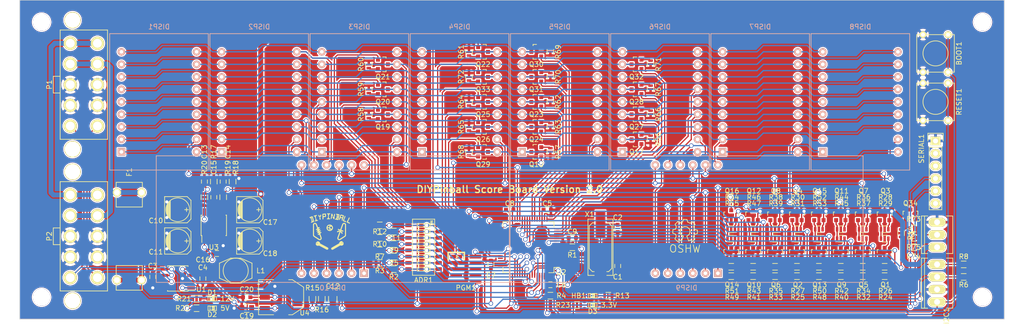
<source format=kicad_pcb>
(kicad_pcb (version 20221018) (generator pcbnew)
  (layers (0 "F.Cu" signal) (1 "In1.Cu" power "Ground.Cu") (2 "In2.Cu" mixed "Power.Cu") (31 "B.Cu" signal) (34 "B.Paste" user) (35 "F.Paste" user) (36 "B.SilkS" user "B.Silkscreen") (37 "F.SilkS" user "F.Silkscreen") (38 "B.Mask" user) (39 "F.Mask" user) (44 "Edge.Cuts" user))
  (net 0 "")
  (net 1 "/Control Logic/ADDRESS0")
  (net 2 "/Control Logic/ADDRESS1")
  (net 3 "/Control Logic/ADDRESS2")
  (net 4 "/Control Logic/ADDRESS3")
  (net 5 "/Control Logic/ADDRESS4")
  (net 6 "/Control Logic/ADDRESS5")
  (net 7 "/Control Logic/ADDRESS6")
  (net 8 "/Control Logic/ADDRESS7")
  (net 9 "GND")
  (net 10 "+12V")
  (net 11 "+5V")
  (net 12 "/Control Logic/12V_SENSE")
  (net 13 "/Power Supply/12V_IN")
  (net 14 "/Control Logic/HEARTBEAT")
  (net 15 "/Control Logic/CANH")
  (net 16 "/Control Logic/CANL")
  (net 17 "/Control Logic/SWDIO")
  (net 18 "/Control Logic/SWCLK")
  (net 19 "Net-(Q19-Pad2)")
  (net 20 "Net-(Q20-Pad2)")
  (net 21 "Net-(Q1-Pad1)")
  (net 22 "Net-(Q1-Pad3)")
  (net 23 "Net-(Q2-Pad3)")
  (net 24 "Net-(Q2-Pad1)")
  (net 25 "Net-(Q5-Pad1)")
  (net 26 "Net-(Q5-Pad3)")
  (net 27 "Net-(Q6-Pad3)")
  (net 28 "Net-(Q6-Pad1)")
  (net 29 "Net-(Q7-Pad1)")
  (net 30 "Net-(Q8-Pad1)")
  (net 31 "Net-(Q11-Pad1)")
  (net 32 "Net-(Q12-Pad1)")
  (net 33 "Net-(Q13-Pad1)")
  (net 34 "Net-(Q13-Pad3)")
  (net 35 "Net-(Q14-Pad1)")
  (net 36 "Net-(Q14-Pad3)")
  (net 37 "Net-(Q15-Pad1)")
  (net 38 "Net-(Q16-Pad1)")
  (net 39 "/Control Logic/~{RESET}")
  (net 40 "/Control Logic/BOOTLOADER")
  (net 41 "/Control Logic/RXD")
  (net 42 "/Control Logic/CANRX")
  (net 43 "/Control Logic/CANTX")
  (net 44 "+3.3V")
  (net 45 "Net-(C1-Pad1)")
  (net 46 "Net-(C2-Pad1)")
  (net 47 "Net-(C13-Pad1)")
  (net 48 "Net-(C14-Pad1)")
  (net 49 "Net-(C15-Pad2)")
  (net 50 "Net-(C16-Pad1)")
  (net 51 "Net-(C16-Pad2)")
  (net 52 "/Control Logic/SCL")
  (net 53 "/Control Logic/SDA")
  (net 54 "Net-(P1-Pad1)")
  (net 55 "Net-(Q3-Pad1)")
  (net 56 "Net-(Q4-Pad1)")
  (net 57 "Net-(Q9-Pad1)")
  (net 58 "Net-(Q9-Pad3)")
  (net 59 "Net-(Q10-Pad1)")
  (net 60 "Net-(Q10-Pad3)")
  (net 61 "/Cathode Driver/CATHODE0")
  (net 62 "Net-(Q17-Pad2)")
  (net 63 "/Cathode Driver/CATHODE1")
  (net 64 "Net-(Q18-Pad2)")
  (net 65 "/Cathode Driver/CATHODE2")
  (net 66 "/Cathode Driver/CATHODE3")
  (net 67 "/Cathode Driver/CATHODE4")
  (net 68 "Net-(Q21-Pad2)")
  (net 69 "/Cathode Driver/CATHODE5")
  (net 70 "Net-(Q22-Pad2)")
  (net 71 "/Cathode Driver/CATHODE6")
  (net 72 "Net-(Q23-Pad2)")
  (net 73 "/Cathode Driver/CATHODE7")
  (net 74 "Net-(Q24-Pad2)")
  (net 75 "/Cathode Driver/CATHODE8")
  (net 76 "Net-(Q25-Pad2)")
  (net 77 "/Cathode Driver/CATHODE9")
  (net 78 "Net-(Q26-Pad2)")
  (net 79 "/Cathode Driver/CATHODE10")
  (net 80 "Net-(Q27-Pad2)")
  (net 81 "/Cathode Driver/CATHODE11")
  (net 82 "Net-(Q28-Pad2)")
  (net 83 "/Cathode Driver/CATHODE12")
  (net 84 "Net-(Q29-Pad2)")
  (net 85 "/Cathode Driver/CATHODE13")
  (net 86 "Net-(Q30-Pad2)")
  (net 87 "/Cathode Driver/CATHODE14")
  (net 88 "Net-(Q31-Pad2)")
  (net 89 "/Cathode Driver/CATHODE15")
  (net 90 "Net-(Q32-Pad2)")
  (net 91 "/Cathode Driver/CATHODE16")
  (net 92 "Net-(Q33-Pad2)")
  (net 93 "Net-(R18-Pad2)")
  (net 94 "Net-(R20-Pad1)")
  (net 95 "/Anode Driver/ANODE0")
  (net 96 "/Anode Driver/ANODE4")
  (net 97 "/Anode Driver/ANODE1")
  (net 98 "/Anode Driver/ANODE5")
  (net 99 "/Anode Driver/ANODE6")
  (net 100 "/Anode Driver/ANODE3")
  (net 101 "/Anode Driver/ANODE7")
  (net 102 "/Anode Driver/ANODE2")
  (net 103 "/16-Segment Digits/CATHODE7")
  (net 104 "/16-Segment Digits/CATHODE10")
  (net 105 "/16-Segment Digits/CATHODE6")
  (net 106 "/16-Segment Digits/CATHODE11")
  (net 107 "/16-Segment Digits/CATHODE14")
  (net 108 "/16-Segment Digits/CATHODE15")
  (net 109 "/16-Segment Digits/CATHODE13")
  (net 110 "/16-Segment Digits/CATHODE5")
  (net 111 "/16-Segment Digits/CATHODE4")
  (net 112 "/16-Segment Digits/CATHODE16")
  (net 113 "/16-Segment Digits/CATHODE3")
  (net 114 "/16-Segment Digits/CATHODE8")
  (net 115 "/16-Segment Digits/CATHODE2")
  (net 116 "/16-Segment Digits/CATHODE9")
  (net 117 "/16-Segment Digits/CATHODE0")
  (net 118 "/16-Segment Digits/CATHODE1")
  (net 119 "/16-Segment Digits/ANODE0")
  (net 120 "/16-Segment Digits/CATHODE12")
  (net 121 "/16-Segment Digits/ANODE3")
  (net 122 "/16-Segment Digits/ANODE6")
  (net 123 "/16-Segment Digits/ANODE1")
  (net 124 "/16-Segment Digits/ANODE4")
  (net 125 "/16-Segment Digits/ANODE7")
  (net 126 "/16-Segment Digits/ANODE2")
  (net 127 "/16-Segment Digits/ANODE5")
  (net 128 "Net-(D1-Pad2)")
  (net 129 "Net-(D2-Pad2)")
  (net 130 "Net-(D3-Pad2)")
  (net 131 "Net-(HB1-Pad1)")
  (net 132 "Net-(K1-Pad2)")
  (net 133 "Net-(Q34-Pad1)")
  (net 134 "Net-(Q34-Pad3)")
  (net 135 "/RGB Output/RGB_DATA")
  (footprint "PinballParts:DIPSWITCH-SMT-08" (layer "F.Cu") (at 134.3025 128.27 -90)
    (fp_text reference "ADR1")
    (fp_text value "DIPS_08" hide)
  )
  (footprint "Capacitors_SMD:C_0603" (layer "F.Cu") (at 173.6725 124.46 -90)
    (fp_text reference "C2")
    (fp_text value "18p")
  )
  (footprint "Capacitors_SMD:C_0603" (layer "F.Cu") (at 89.535 134.62 -90)
    (fp_text reference "C4")
    (fp_text value "100n")
  )
  (footprint "Capacitors_SMD:C_0603" (layer "F.Cu") (at 159.385 120.65)
    (fp_text reference "C5")
    (fp_text value "10n")
  )
  (footprint "Capacitors_SMD:C_0603" (layer "F.Cu") (at 160.02 135.89 180)
    (fp_text reference "C6")
    (fp_text value "10n")
  )
  (footprint "Capacitors_SMD:C_0603" (layer "F.Cu") (at 147.955 131.7625 90)
    (fp_text reference "C7")
    (fp_text value "10n")
  )
  (footprint "Capacitors_SMD:C_0603" (layer "F.Cu") (at 151.765 120.65)
    (fp_text reference "C8")
    (fp_text value "100n")
  )
  (footprint "Capacitors_SMD:C_0603" (layer "F.Cu") (at 164.465 126.365 180)
    (fp_text reference "C9")
    (fp_text value "100n")
  )
  (footprint "Capacitors_SMD:C_0805" (layer "F.Cu") (at 98.425 140.6525 180)
    (fp_text reference "C19")
    (fp_text value "10u")
  )
  (footprint "LEDs:LED-0603" (layer "F.Cu") (at 91.44 138.7475 180)
    (fp_text reference "D1")
    (fp_text value "LED")
  )
  (footprint "LEDs:LED-0603" (layer "F.Cu") (at 91.44 140.6525 180)
    (fp_text reference "D2")
    (fp_text value "LED")
  )
  (footprint "LEDs:LED-0603" (layer "F.Cu") (at 168.5925 140.0175 180)
    (fp_text reference "D3")
    (fp_text value "LED")
  )
  (footprint "PinballParts:FC203-20MM" (layer "F.Cu") (at 74.6125 126.0475 -90)
    (fp_text reference "F1")
    (fp_text value "FUSE" hide)
  )
  (footprint "Sockets_MOLEX_KK-System:Socket_MOLEX-KK-RM2-54mm_Lock_4pin_straight" (layer "F.Cu") (at 238.4425 135.5725 90)
    (fp_text reference "I2C1")
    (fp_text value "CONN_4")
  )
  (footprint "PinballParts:PINBALL-CONNECTOR-V" (layer "F.Cu") (at 65.405 95.25 -90)
    (fp_text reference "P1")
    (fp_text value "PINBALL-CONNECTOR" hide)
  )
  (footprint "PinballParts:PINBALL-CONNECTOR-V" (layer "F.Cu") (at 65.405 126.0475 -90)
    (fp_text reference "P2")
    (fp_text value "PINBALL-CONNECTOR" hide)
  )
  (footprint "Myelin:pin_array_5x2_50mil_smd" (layer "F.Cu") (at 142.875 132.715 -90)
    (fp_text reference "PGM1")
    (fp_text value "ARM-SWD-HEADER" hide)
  )
  (footprint "Resistors_SMD:R_0603" (layer "F.Cu") (at 164.465 128.27 180)
    (fp_text reference "R1")
    (fp_text value "10K")
  )
  (footprint "Resistors_SMD:R_0603" (layer "F.Cu") (at 128.27 132.715 180)
    (fp_text reference "R2")
    (fp_text value "10K")
  )
  (footprint "Resistors_SMD:R_0603" (layer "F.Cu") (at 125.4125 131.445 180)
    (fp_text reference "R3")
    (fp_text value "10K")
  )
  (footprint "Resistors_SMD:R_0603" (layer "F.Cu") (at 160.02 138.1125 180)
    (fp_text reference "R4")
    (fp_text value "10K")
  )
  (footprint "Resistors_SMD:R_0603" (layer "F.Cu") (at 128.27 130.175 180)
    (fp_text reference "R5")
    (fp_text value "10K")
  )
  (footprint "Resistors_SMD:R_0603" (layer "F.Cu") (at 243.84 134.3025 180)
    (fp_text reference "R6")
    (fp_text value "4.7K")
  )
  (footprint "Resistors_SMD:R_0603" (layer "F.Cu") (at 125.4125 128.905 180)
    (fp_text reference "R7")
    (fp_text value "10K")
  )
  (footprint "Resistors_SMD:R_0603" (layer "F.Cu") (at 243.84 131.7625 180)
    (fp_text reference "R8")
    (fp_text value "4.7K")
  )
  (footprint "Resistors_SMD:R_0603" (layer "F.Cu") (at 128.27 127.635 180)
    (fp_text reference "R9")
    (fp_text value "10K")
  )
  (footprint "Resistors_SMD:R_0603" (layer "F.Cu") (at 125.4125 126.365 180)
    (fp_text reference "R10")
    (fp_text value "10K")
  )
  (footprint "Resistors_SMD:R_0603" (layer "F.Cu") (at 128.27 125.095 180)
    (fp_text reference "R11")
    (fp_text value "10K")
  )
  (footprint "Resistors_SMD:R_0603" (layer "F.Cu") (at 125.4125 123.825 180)
    (fp_text reference "R12")
    (fp_text value "10K")
  )
  (footprint "Resistors_SMD:R_0603" (layer "F.Cu") (at 171.7675 138.1125)
    (fp_text reference "R13")
    (fp_text value "1K")
  )
  (footprint "Resistors_SMD:R_0603" (layer "F.Cu") (at 111.76 138.7475 -90)
    (fp_text reference "R15")
    (fp_text value "20.5K 1%")
  )
  (footprint "Resistors_SMD:R_0603" (layer "F.Cu") (at 113.665 138.7475 -90)
    (fp_text reference "R16")
    (fp_text value "5.1K 1%")
  )
  (footprint "Resistors_SMD:R_0603" (layer "F.Cu") (at 91.7575 114.935 -90)
    (fp_text reference "R17")
    (fp_text value "13K")
  )
  (footprint "Resistors_SMD:R_0603" (layer "F.Cu") (at 95.5675 114.935 -90)
    (fp_text reference "R18")
    (fp_text value "11.8K")
  )
  (footprint "Resistors_SMD:R_0603" (layer "F.Cu") (at 93.6625 118.11 90)
    (fp_text reference "R19")
    (fp_text value "53.6K")
  )
  (footprint "Resistors_SMD:R_0603" (layer "F.Cu") (at 89.8525 118.11 90)
    (fp_text reference "R20")
    (fp_text value "10K")
  )
  (footprint "Resistors_SMD:R_0603" (layer "F.Cu") (at 88.265 138.7475)
    (fp_text reference "R21")
    (fp_text value "2.7K")
  )
  (footprint "Resistors_SMD:R_0603" (layer "F.Cu") (at 88.265 140.6525)
    (fp_text reference "R22")
    (fp_text value "1K")
  )
  (footprint "Resistors_SMD:R_0603" (layer "F.Cu") (at 165.4175 140.0175)
    (fp_text reference "R23")
    (fp_text value "1K")
  )
  (footprint "Resistors_SMD:R_0603" (layer "F.Cu") (at 227.80625 134.14375)
    (fp_text reference "R24")
    (fp_text value "1K")
  )
  (footprint "Resistors_SMD:R_0603" (layer "F.Cu") (at 210.02625 134.14375)
    (fp_text reference "R25")
    (fp_text value "1K")
  )
  (footprint "Resistors_SMD:R_0603" (layer "F.Cu") (at 227.80625 132.23875)
    (fp_text reference "R26")
    (fp_text value "4.7K")
  )
  (footprint "Resistors_SMD:R_0603" (layer "F.Cu") (at 210.02625 132.23875)
    (fp_text reference "R27")
    (fp_text value "4.7K")
  )
  (footprint "Resistors_SMD:R_0603" (layer "F.Cu") (at 227.80625 124.61875 180)
    (fp_text reference "R28")
    (fp_text value "4.7K")
  )
  (footprint "Resistors_SMD:R_0603" (layer "F.Cu") (at 227.80625 126.52375)
    (fp_text reference "R29")
    (fp_text value "470")
  )
  (footprint "Resistors_SMD:R_0603" (layer "F.Cu") (at 210.02625 124.61875 180)
    (fp_text reference "R30")
    (fp_text value "4.7K")
  )
  (footprint "Resistors_SMD:R_0603" (layer "F.Cu") (at 210.02625 126.52375)
    (fp_text reference "R31")
    (fp_text value "470")
  )
  (footprint "Resistors_SMD:R_0603" (layer "F.Cu") (at 223.36125 134.14375)
    (fp_text reference "R32")
    (fp_text value "1K")
  )
  (footprint "Resistors_SMD:R_0603" (layer "F.Cu") (at 205.58125 134.14375)
    (fp_text reference "R33")
    (fp_text value "1K")
  )
  (footprint "Resistors_SMD:R_0603" (layer "F.Cu") (at 223.36125 132.23875)
    (fp_text reference "R34")
    (fp_text value "4.7K")
  )
  (footprint "Resistors_SMD:R_0603" (layer "F.Cu") (at 205.58125 132.23875)
    (fp_text reference "R35")
    (fp_text value "4.7K")
  )
  (footprint "Resistors_SMD:R_0603" (layer "F.Cu") (at 223.36125 124.61875 180)
    (fp_text reference "R36")
    (fp_text value "4.7K")
  )
  (footprint "Resistors_SMD:R_0603" (layer "F.Cu") (at 223.36125 126.52375)
    (fp_text reference "R37")
    (fp_text value "470")
  )
  (footprint "Resistors_SMD:R_0603" (layer "F.Cu") (at 205.58125 124.61875 180)
    (fp_text reference "R38")
    (fp_text value "4.7K")
  )
  (footprint "Resistors_SMD:R_0603" (layer "F.Cu") (at 205.58125 126.52375)
    (fp_text reference "R39")
    (fp_text value "470")
  )
  (footprint "Resistors_SMD:R_0603" (layer "F.Cu") (at 218.91625 134.14375)
    (fp_text reference "R40")
    (fp_text value "1K")
  )
  (footprint "Resistors_SMD:R_0603" (layer "F.Cu") (at 201.13625 134.14375)
    (fp_text reference "R41")
    (fp_text value "1K")
  )
  (footprint "Resistors_SMD:R_0603" (layer "F.Cu") (at 218.91625 132.23875)
    (fp_text reference "R42")
    (fp_text value "4.7K")
  )
  (footprint "Resistors_SMD:R_0603" (layer "F.Cu") (at 201.13625 132.23875)
    (fp_text reference "R43")
    (fp_text value "4.7K")
  )
  (footprint "Resistors_SMD:R_0603" (layer "F.Cu") (at 218.91625 124.61875 180)
    (fp_text reference "R44")
    (fp_text value "4.7K")
  )
  (footprint "Resistors_SMD:R_0603" (layer "F.Cu") (at 218.91625 126.52375)
    (fp_text reference "R45")
    (fp_text value "470")
  )
  (footprint "Resistors_SMD:R_0603" (layer "F.Cu") (at 201.13625 124.61875 180)
    (fp_text reference "R46")
    (fp_text value "4.7K")
  )
  (footprint "Resistors_SMD:R_0603" (layer "F.Cu") (at 201.13625 126.52375)
    (fp_text reference "R47")
    (fp_text value "470")
  )
  (footprint "Resistors_SMD:R_0603" (layer "F.Cu") (at 214.47125 134.14375)
    (fp_text reference "R48")
    (fp_text value "1K")
  )
  (footprint "Resistors_SMD:R_0603" (layer "F.Cu") (at 196.69125 132.23875)
    (fp_text reference "R51")
    (fp_text value "4.7K")
  )
  (footprint "Resistors_SMD:R_0603" (layer "F.Cu") (at 214.47125 124.61875 180)
    (fp_text reference "R52")
    (fp_text value "4.7K")
  )
  (footprint "Resistors_SMD:R_0603" (layer "F.Cu") (at 160.02 108.9025 -90)
    (fp_text reference "R57")
    (fp_text value "120")
  )
  (footprint "Resistors_SMD:R_0603" (layer "F.Cu") (at 123.19 101.2825 90)
    (fp_text reference "R58")
    (fp_text value "120")
  )
  (footprint "Resistors_SMD:R_0603" (layer "F.Cu") (at 123.19 96.2025 90)
    (fp_text reference "R59")
    (fp_text value "120")
  )
  (footprint "Resistors_SMD:R_0603" (layer "F.Cu") (at 123.19 91.1225 90)
    (fp_text reference "R60")
    (fp_text value "120")
  )
  (footprint "Resistors_SMD:R_0603" (layer "F.Cu") (at 160.02 103.8225 -90)
    (fp_text reference "R63")
    (fp_text value "120")
  )
  (footprint "Resistors_SMD:R_0603" (layer "F.Cu") (at 143.51 98.7425 90)
    (fp_text reference "R64")
    (fp_text value "120")
  )
  (footprint "Resistors_SMD:R_0603" (layer "F.Cu") (at 143.51 103.8225 90)
    (fp_text reference "R65")
    (fp_text value "120")
  )
  (footprint "Resistors_SMD:R_0603" (layer "F.Cu") (at 180.34 101.2825 -90)
    (fp_text reference "R66")
    (fp_text value "120")
  )
  (footprint "Resistors_SMD:R_0603" (layer "F.Cu") (at 180.34 96.2025 -90)
    (fp_text reference "R67")
    (fp_text value "120")
  )
  (footprint "Resistors_SMD:R_0603" (layer "F.Cu") (at 143.51 108.9025 90)
    (fp_text reference "R68")
    (fp_text value "120")
  )
  (footprint "Resistors_SMD:R_0603" (layer "F.Cu") (at 160.02 88.5825 -90)
    (fp_text reference "R69")
    (fp_text value "120")
  )
  (footprint "Resistors_SMD:R_0603" (layer "F.Cu") (at 160.02 93.6625 -90)
    (fp_text reference "R70")
    (fp_text value "120")
  )
  (footprint "Resistors_SMD:R_0603" (layer "F.Cu") (at 180.34 91.1225 -90)
    (fp_text reference "R71")
    (fp_text value "120")
  )
  (footprint "Resistors_SMD:R_0603" (layer "F.Cu") (at 143.51 93.6625 90)
    (fp_text reference "R72")
    (fp_text value "120")
  )
  (footprint "Socket_Strips:Socket_Strip_Straight_1x06" (layer "F.Cu") (at 238.125 106.68 -90)
    (fp_text reference "SERIAL1")
    (fp_text value "FTDI_SERIAL")
  )
  (footprint "Housings_QFP:LQFP-64_10x10mm_Pitch0.5mm" (layer "F.Cu") (at 155.575 128.27 180)
    (fp_text reference "U2")
    (fp_text value "STM32F072R")
  )
  (footprint "SMD_Packages:SOT-223" (layer "F.Cu") (at 105.41 138.43 -90)
    (fp_text reference "U4")
    (fp_text value "AP1117IE33G")
  )
  (footprint "Crystals_Oscillators_SMD:Q_49U3HMS" (layer "F.Cu") (at 170.18 128.27 90)
    (fp_text reference "X1")
    (fp_text value "8.000 MHz")
  )
  (footprint "Buttons_Switches_ThroughHole:SW_PUSH_SMALL" (layer "F.Cu") (at 238.125 88.9 90)
    (fp_text reference "BOOT1")
    (fp_text value "BUTTON")
  )
  (footprint "Buttons_Switches_ThroughHole:SW_PUSH_SMALL" (layer "F.Cu") (at 238.125 98.7425 90)
    (fp_text reference "RESET1")
    (fp_text value "BUTTON")
  )
  (footprint "Mounting_Holes:MountingHole_3-5mm" (layer "F.Cu") (at 247.65 138.43)
    (fp_text reference "REF**" hide)
    (fp_text value "MountingHole_3-5mm")
  )
  (footprint "Mounting_Holes:MountingHole_3-5mm" (layer "F.Cu") (at 56.8325 138.43)
    (fp_text reference "REF**" hide)
    (fp_text value "MountingHole_3-5mm")
  )
  (footprint "Mounting_Holes:MountingHole_3-5mm" (layer "F.Cu") (at 56.8325 82.55)
    (fp_text reference "REF**" hide)
    (fp_text value "MountingHole_3-5mm")
  )
  (footprint "Mounting_Holes:MountingHole_3-5mm" (layer "F.Cu") (at 247.65 82.55)
    (fp_text reference "REF**" hide)
    (fp_text value "MountingHole_3-5mm")
  )
  (footprint "Resistors_SMD:R_0603" (layer "F.Cu") (at 160.02 98.7425 -90)
    (fp_text reference "R62")
    (fp_text value "120")
  )
  (footprint "Resistors_SMD:R_0603" (layer "F.Cu") (at 143.51 88.5825 90)
    (fp_text reference "R61")
    (fp_text value "120")
  )
  (footprint "Resistors_SMD:R_0603" (layer "F.Cu") (at 180.34 106.3625 -90)
    (fp_text reference "R56")
    (fp_text value "120")
  )
  (footprint "Resistors_SMD:R_0603" (layer "F.Cu") (at 196.69125 126.52375)
    (fp_text reference "R55")
    (fp_text value "470")
  )
  (footprint "Resistors_SMD:R_0603" (layer "F.Cu") (at 196.69125 124.61875 180)
    (fp_text reference "R54")
    (fp_text value "4.7K")
  )
  (footprint "Resistors_SMD:R_0603" (layer "F.Cu") (at 214.47125 126.52375)
    (fp_text reference "R53")
    (fp_text value "470")
  )
  (footprint "Resistors_SMD:R_0603" (layer "F.Cu") (at 214.47125 132.23875)
    (fp_text reference "R50")
    (fp_text value "4.7K")
  )
  (footprint "Resistors_SMD:R_0603" (layer "F.Cu") (at 196.69125 134.14375)
    (fp_text reference "R49")
    (fp_text value "1K")
  )
  (footprint "LEDs:LED-0603" (layer "F.Cu") (at 168.5925 138.1125 180)
    (fp_text reference "HB1")
    (fp_text value "LED")
  )
  (footprint "Capacitors_SMD:C_0603" (layer "F.Cu") (at 173.6725 132.08 90)
    (fp_text reference "C1")
    (fp_text value "18p")
  )
  (footprint "Capacitors_SMD:C_0603" (layer "F.Cu") (at 79.375 134.3025 -90)
    (fp_text reference "C3")
    (fp_text value "100n")
  )
  (footprint "Capacitors_SMD:c_elec_5x5.8" (layer "F.Cu") (at 84.455 120.65)
    (fp_text reference "C10")
    (fp_text value "10u")
  )
  (footprint "Capacitors_SMD:c_elec_5x5.8" (layer "F.Cu") (at 84.455 127)
    (fp_text reference "C11")
    (fp_text value "10u")
  )
  (footprint "Capacitors_SMD:C_0805" (layer "F.Cu") (at 115.8875 138.7475 -90)
    (fp_text reference "C12")
    (fp_text value "10u")
  )
  (footprint "Capacitors_SMD:C_0603" (layer "F.Cu") (at 89.8525 114.935 90)
    (fp_text reference "C13")
    (fp_text value "100n")
  )
  (footprint "Capacitors_SMD:C_0603" (layer "F.Cu") (at 93.6625 114.935 90)
    (fp_text reference "C14")
    (fp_text value "NP")
  )
  (footprint "Capacitors_SMD:C_0603" (layer "F.Cu") (at 91.7575 118.11 90)
    (fp_text reference "C15")
    (fp_text value "3.3n")
  )
  (footprint "Capacitors_SMD:C_0603" (layer "F.Cu") (at 92.3925 129.54 180)
    (fp_text reference "C16")
    (fp_text value "10n")
  )
  (footprint "Capacitors_SMD:c_elec_5x5.8" (layer "F.Cu") (at 99.06 120.65)
    (fp_text reference "C17")
    (fp_text value "22u")
  )
  (footprint "Capacitors_SMD:c_elec_5x5.8" (layer "F.Cu") (at 99.06 127)
    (fp_text reference "C18")
    (fp_text value "22u")
  )
  (footprint "Capacitors_SMD:C_0603" (layer "F.Cu") (at 98.425 138.43 180)
    (fp_text reference "C20")
    (fp_text value "4.7u")
  )
  (footprint "Housings_SOIC:SOIC-8_3.9x4.9mm_Pitch1.27mm" (layer "F.Cu") (at 84.455 134.62 180)
    (fp_text reference "U1")
    (fp_text value "MCP2562")
  )
  (footprint "Housings_SOIC:SOIC-8-1EP_3.9x4.9mm_Pitch1.27mm" (layer "F.Cu") (at 91.7575 123.825 90)
    (fp_text reference "U3")
    (fp_text value "AP3513E")
  )
  (footprint "Housings_SOT-23_SOT-143_TSOT-6:SOT-23" (layer "F.Cu") (at 227.80625 129.38125)
    (fp_text reference "Q1")
    (fp_text value "BC846")
  )
  (footprint "Housings_SOT-23_SOT-143_TSOT-6:SOT-23" (layer "F.Cu") (at 210.02625 129.38125)
    (fp_text reference "Q2")
    (fp_text value "BC846")
  )
  (footprint "Housings_SOT-23_SOT-143_TSOT-6:SOT-23" (layer "F.Cu") (at 227.80625 121.76125)
    (fp_text reference "Q3")
    (fp_text value "BC856")
  )
  (footprint "Housings_SOT-23_SOT-143_TSOT-6:SOT-23" (layer "F.Cu") (at 210.02625 121.76125)
    (fp_text reference "Q4")
    (fp_text value "BC856")
  )
  (footprint "Housings_SOT-23_SOT-143_TSOT-6:SOT-23" (layer "F.Cu") (at 223.36125 129.38125)
    (fp_text reference "Q5")
    (fp_text value "BC846")
  )
  (footprint "Housings_SOT-23_SOT-143_TSOT-6:SOT-23" (layer "F.Cu") (at 205.58125 129.38125)
    (fp_text reference "Q6")
    (fp_text value "BC846")
  )
  (footprint "Housings_SOT-23_SOT-143_TSOT-6:SOT-23" (layer "F.Cu") (at 223.36125 121.76125)
    (fp_text reference "Q7")
    (fp_text value "BC856")
  )
  (footprint "Housings_SOT-23_SOT-143_TSOT-6:SOT-23" (layer "F.Cu") (at 205.58125 121.76125)
    (fp_text reference "Q8")
    (fp_text value "BC856")
  )
  (footprint "Housings_SOT-23_SOT-143_TSOT-6:SOT-23" (layer "F.Cu") (at 218.91625 129.38125)
    (fp_text reference "Q9")
    (fp_text value "BC846")
  )
  (footprint "Housings_SOT-23_SOT-143_TSOT-6:SOT-23" (layer "F.Cu") (at 201.13625 129.38125)
    (fp_text reference "Q10")
    (fp_text value "BC846")
  )
  (footprint "Housings_SOT-23_SOT-143_TSOT-6:SOT-23" (layer "F.Cu") (at 218.91625 121.76125)
    (fp_text reference "Q11")
    (fp_text value "BC856")
  )
  (footprint "Housings_SOT-23_SOT-143_TSOT-6:SOT-23" (layer "F.Cu") (at 201.13625 121.76125)
    (fp_text reference "Q12")
    (fp_text value "BC856")
  )
  (footprint "Housings_SOT-23_SOT-143_TSOT-6:SOT-23" (layer "F.Cu") (at 214.47125 129.38125)
    (fp_text reference "Q13")
    (fp_text value "BC846")
  )
  (footprint "Housings_SOT-23_SOT-143_TSOT-6:SOT-23" (layer "F.Cu") (at 196.69125 129.38125)
    (fp_text reference "Q14")
    (fp_text value "BC846")
  )
  (footprint "Housings_SOT-23_SOT-143_TSOT-6:SOT-23" (layer "F.Cu") (at 214.47125 121.76125)
    (fp_text reference "Q15")
    (fp_text value "BC856")
  )
  (footprint "Housings_SOT-23_SOT-143_TSOT-6:SOT-23" (layer "F.Cu") (at 196.69125 121.76125)
    (fp_text reference "Q16")
    (fp_text value "BC856")
  )
  (footprint "Housings_SOT-23_SOT-143_TSOT-6:SOT-23" (layer "F.Cu") (at 177.4825 106.3625 90)
    (fp_text reference "Q17")
    (fp_text value "BC846")
  )
  (footprint "Housings_SOT-23_SOT-143_TSOT-6:SOT-23" (layer "F.Cu") (at 157.1625 108.9025 90)
    (fp_text reference "Q18")
    (fp_text value "BC846")
  )
  (footprint "Housings_SOT-23_SOT-143_TSOT-6:SOT-23" (layer "F.Cu") (at 126.0475 101.2825 -90)
    (fp_text reference "Q19")
    (fp_text value "BC846")
  )
  (footprint "Housings_SOT-23_SOT-143_TSOT-6:SOT-23" (layer "F.Cu") (at 126.0475 96.2025 -90)
    (fp_text reference "Q20")
    (fp_text value "BC846")
  )
  (footprint "Housings_SOT-23_SOT-143_TSOT-6:SOT-23" (layer "F.Cu") (at 126.0475 91.1225 -90)
    (fp_text reference "Q21")
    (fp_text value "BC846")
  )
  (footprint "Housings_SOT-23_SOT-143_TSOT-6:SOT-23" (layer "F.Cu") (at 146.3675 88.5825 -90)
    (fp_text reference "Q22")
    (fp_text value "BC846")
  )
  (footprint "Housings_SOT-23_SOT-143_TSOT-6:SOT-23" (layer "F.Cu") (at 157.1625 98.7425 90)
    (fp_text reference "Q23")
    (fp_text value "BC846")
  )
  (footprint "Housings_SOT-23_SOT-143_TSOT-6:SOT-23" (layer "F.Cu") (at 157.1625 103.8225 90)
    (fp_text reference "Q24")
    (fp_text value "BC846")
  )
  (footprint "Housings_SOT-23_SOT-143_TSOT-6:SOT-23" (layer "F.Cu") (at 146.3675 98.7425 -90)
    (fp_text reference "Q25")
    (fp_text value "BC846")
  )
  (footprint "Housings_SOT-23_SOT-143_TSOT-6:SOT-23" (layer "F.Cu") (at 146.3675 103.8225 -90)
    (fp_text reference "Q26")
    (fp_text value "BC846")
  )
  (footprint "Housings_SOT-23_SOT-143_TSOT-6:SOT-23" (layer "F.Cu") (at 177.4825 101.2825 90)
    (fp_text reference "Q27")
    (fp_text value "BC846")
  )
  (footprint "Housings_SOT-23_SOT-143_TSOT-6:SOT-23" (layer "F.Cu") (at 177.4825 96.2025 90)
    (fp_text reference "Q28")
    (fp_text value "BC846")
  )
  (footprint "Housings_SOT-23_SOT-143_TSOT-6:SOT-23" (layer "F.Cu") (at 146.3675 108.9025 -90)
    (fp_text reference "Q29")
    (fp_text value "BC846")
  )
  (footprint "Housings_SOT-23_SOT-143_TSOT-6:SOT-23" (layer "F.Cu") (at 157.1625 88.5825 90)
    (fp_text reference "Q30")
    (fp_text value "BC846")
  )
  (footprint "Housings_SOT-23_SOT-143_TSOT-6:SOT-23" (layer "F.Cu") (at 157.1625 93.6625 90)
    (fp_text reference "Q31")
    (fp_text value "BC846")
  )
  (footprint "Housings_SOT-23_SOT-143_TSOT-6:SOT-23" (layer "F.Cu") (at 177.4825 91.1225 90)
    (fp_text reference "Q32")
    (fp_text value "BC846")
  )
  (footprint "Housings_SOT-23_SOT-143_TSOT-6:SOT-23" (layer "F.Cu") (at 146.3675 93.6625 -90)
    (fp_text reference "Q33")
    (fp_text value "BC846")
  )
  (footprint "Inductors:SELF-WE-PD3S" (layer "F.Cu") (at 96.2025 133.0325)
    (fp_text reference "L1")
    (fp_text value "4.7u")
  )
  (footprint "Symbols:Symbol_OSHW-Logo_SilkScreen" (layer "F.Cu") (at 187.325 125.095)
    (fp_text reference "REF**" hide)
    (fp_text value "Symbol_OSHW-Logo_SilkScreen")
  )
  (footprint "PinballParts:diypinball-logo-small" (layer "F.Cu") (at 115.2525 125.095)
    (fp_text reference "G***" hide)
    (fp_text value "DIYPINBALL-LOGO-SMALL" hide)
  )
  (footprint "Housings_SOT-23_SOT-143_TSOT-6:SOT-23" (layer "F.Cu") (at 233.045 121.6025)
    (fp_text reference "Q34")
    (fp_text value "BSS138")
  )
  (footprint "Resistors_SMD:R_0603" (layer "F.Cu") (at 231.14 125.4125 -90)
    (fp_text reference "R14")
    (fp_text value "22")
  )
  (footprint "Resistors_SMD:R_0603" (layer "F.Cu") (at 233.68 124.46)
    (fp_text reference "R73")
    (fp_text value "10K")
  )
  (footprint "Resistors_SMD:R_0603" (layer "F.Cu") (at 233.68 128.27 180)
    (fp_text reference "R74")
    (fp_text value "1K")
  )
  (footprint "Resistors_SMD:R_0603" (layer "F.Cu") (at 233.68 126.365 180)
    (fp_text reference "R75")
    (fp_text value "22")
  )
  (footprint "Sockets_MOLEX_KK-System:Socket_MOLEX-KK-RM2-54mm_Lock_3pin_straight" (layer "F.Cu") (at 238.4425 125.73 90)
    (fp_text reference "K1")
    (fp_text value "CONN_3")
  )
  (footprint "PinballParts:LCSA-8018" (layer "B.Cu") (at 80.645 98.7425)
    (fp_text reference "DISP1")
    (fp_text value "16SEG-1DIGIT-CA")
  )
  (footprint "PinballParts:LCSA-8018" (layer "B.Cu") (at 100.965 98.7425)
    (fp_text reference "DISP2")
    (fp_text value "16SEG-1DIGIT-CA")
  )
  (footprint "PinballParts:LCSA-8018" (layer "B.Cu") (at 121.285 98.7425)
    (fp_text reference "DISP3")
    (fp_text value "16SEG-1DIGIT-CA")
  )
  (footprint "PinballParts:LCSA-8018" (layer "B.Cu") (at 141.605 98.7425)
    (fp_text reference "DISP4")
    (fp_text value "16SEG-1DIGIT-CA")
  )
  (footprint "PinballParts:LCSA-8018" (layer "B.Cu") (at 161.925 98.7425)
    (fp_text reference "DISP5")
    (fp_text value "16SEG-1DIGIT-CA")
  )
  (footprint "PinballParts:LCSA-8018" (layer "B.Cu") (at 182.245 98.7425)
    (fp_text reference "DISP6")
    (fp_text value "16SEG-1DIGIT-CA")
  )
  (footprint "PinballParts:LCSA-8018" (layer "B.Cu") (at 202.565 98.7425)
    (fp_text reference "DISP7")
    (fp_text value "16SEG-1DIGIT-CA")
  )
  (footprint "PinballParts:LCSA-8018" (layer "B.Cu") (at 222.885 98.7425)
    (fp_text reference "DISP8")
    (fp_text value "16SEG-1DIGIT-CA")
  )
  (footprint "PinballParts:ATA8041" (layer "B.Cu") (at 187.6425 122.555 180)
    (fp_text reference "DISP9")
    (fp_text value "7SEG-4DIGIT-CA")
  )
  (footprint "PinballParts:ATA8041" (layer "B.Cu") (at 115.8875 122.555 180)
    (fp_text reference "DISP10")
    (fp_text value "7SEG-4DIGIT-CA")
  )
  (gr_line (start 252.0825 142.875) (end 252.0825 78.105) (stroke (width 0.1)) (layer "Edge.Cuts"))
  (gr_line (start 52.3875 142.875) (end 252.0825 142.875) (stroke (width 0.1)) (layer "Edge.Cuts"))
  (gr_line (start 52.3875 142.875) (end 52.3875 78.105) (stroke (width 0.1)) (layer "Edge.Cuts"))
  (gr_line (start 252.0825 78.105) (end 52.3875 78.105) (stroke (width 0.1)) (layer "Edge.Cuts"))
  (gr_text "12V" (at 93.0275 138.7475) (layer "F.SilkS") (effects (font (size 1 1)) (justify left)))
  (gr_text "3.3V" (at 170.18 140.0175) (layer "F.SilkS") (effects (font (size 1 1)) (justify left)))
  (gr_text "5V" (at 93.0275 140.6525) (layer "F.SilkS") (effects (font (size 1 1)) (justify left)))
  (gr_text "DIYPinball Score Board Version 2.0" (at 151.765 116.5225) (layer "F.SilkS") (effects (font (size 1.4 1.4) (thickness 0.25))))
  (segment (start 127.3175 123.825) (end 126.1625 123.825) (width 0.254) (layer "F.Cu") (net 1))
  (segment (start 152.825 130.2825) (end 152.7175 130.175) (width 0.254) (layer "F.Cu") (net 1))
  (segment (start 152.825 133.97) (end 152.825 130.2825) (width 0.254) (layer "F.Cu") (net 1))
  (segment (start 137.3775 123.825) (end 134.9375 123.825) (width 0.254) (layer "F.Cu") (net 1))
  (via (at 152.7175 130.175) (size 0.889) (drill 0.635) (layers "F.Cu" "B.Cu") (net 1))
  (via (at 134.9375 123.825) (size 0.889) (drill 0.635) (layers "F.Cu" "B.Cu") (net 1))
  (via (at 127.3175 123.825) (size 0.889) (drill 0.635) (layers "F.Cu" "B.Cu") (net 1))
  (segment (start 134.9375 123.825) (end 127.3175 123.825) (width 0.254) (layer "B.Cu") (net 1))
  (segment (start 136.2075 123.825) (end 142.5575 130.175) (width 0.254) (layer "B.Cu") (net 1))
  (segment (start 142.5575 130.175) (end 152.7175 130.175) (width 0.254) (layer "B.Cu") (net 1))
  (segment (start 136.2075 123.825) (end 134.9375 123.825) (width 0.254) (layer "B.Cu") (net 1))
  (segment (start 129.8575 125.095) (end 129.02 125.095) (width 0.254) (layer "F.Cu") (net 2))
  (segment (start 153.325 130.8375) (end 153.9875 130.175) (width 0.254) (layer "F.Cu") (net 2))
  (segment (start 153.325 133.97) (end 153.325 130.8375) (width 0.254) (layer "F.Cu") (net 2))
  (segment (start 137.3775 125.095) (end 134.9375 125.095) (width 0.254) (layer "F.Cu") (net 2))
  (via (at 153.9875 130.175) (size 0.889) (drill 0.635) (layers "F.Cu" "B.Cu") (net 2))
  (via (at 134.9375 125.095) (size 0.889) (drill 0.635) (layers "F.Cu" "B.Cu") (net 2))
  (via (at 129.8575 125.095) (size 0.889) (drill 0.635) (layers "F.Cu" "B.Cu") (net 2))
  (segment (start 134.9375 125.095) (end 129.8575 125.095) (width 0.254) (layer "B.Cu") (net 2))
  (segment (start 153.9875 130.175) (end 153.035 131.1275) (width 0.254) (layer "B.Cu") (net 2))
  (segment (start 153.035 131.1275) (end 142.24 131.1275) (width 0.254) (layer "B.Cu") (net 2))
  (segment (start 142.24 131.1275) (end 136.2075 125.095) (width 0.254) (layer "B.Cu") (net 2))
  (segment (start 136.2075 125.095) (end 134.9375 125.095) (width 0.254) (layer "B.Cu") (net 2))
  (segment (start 127.3175 126.365) (end 126.1625 126.365) (width 0.254) (layer "F.Cu") (net 3))
  (segment (start 153.825 131.6075) (end 155.2575 130.175) (width 0.254) (layer "F.Cu") (net 3))
  (segment (start 153.825 133.97) (end 153.825 131.6075) (width 0.254) (layer "F.Cu") (net 3))
  (segment (start 137.3775 126.365) (end 134.9375 126.365) (width 0.254) (layer "F.Cu") (net 3))
  (via (at 155.2575 130.175) (size 0.889) (drill 0.635) (layers "F.Cu" "B.Cu") (net 3))
  (via (at 134.9375 126.365) (size 0.889) (drill 0.635) (layers "F.Cu" "B.Cu") (net 3))
  (via (at 127.3175 126.365) (size 0.889) (drill 0.635) (layers "F.Cu" "B.Cu") (net 3))
  (segment (start 134.9375 126.365) (end 127.3175 126.365) (width 0.254) (layer "B.Cu") (net 3))
  (segment (start 155.2575 130.175) (end 153.67 131.7625) (width 0.254) (layer "B.Cu") (net 3))
  (segment (start 153.67 131.7625) (end 141.605 131.7625) (width 0.254) (layer "B.Cu") (net 3))
  (segment (start 141.605 131.7625) (end 136.2075 126.365) (width 0.254) (layer "B.Cu") (net 3))
  (segment (start 136.2075 126.365) (end 134.9375 126.365) (width 0.254) (layer "B.Cu") (net 3))
  (segment (start 129.8575 127.635) (end 129.54 127.635) (width 0.254) (layer "F.Cu") (net 4))
  (segment (start 129.54 127.635) (end 129.02 127.635) (width 0.254) (layer "F.Cu") (net 4))
  (segment (start 154.325 132.3775) (end 155.2575 131.445) (width 0.254) (layer "F.Cu") (net 4))
  (segment (start 137.3775 127.635) (end 134.9375 127.635) (width 0.254) (layer "F.Cu") (net 4))
  (segment (start 154.325 133.97) (end 154.325 132.3775) (width 0.254) (layer "F.Cu") (net 4))
  (via (at 155.2575 131.445) (size 0.889) (drill 0.635) (layers "F.Cu" "B.Cu") (net 4))
  (via (at 129.8575 127.635) (size 0.889) (drill 0.635) (layers "F.Cu" "B.Cu") (net 4))
  (via (at 134.9375 127.635) (size 0.889) (drill 0.635) (layers "F.Cu" "B.Cu") (net 4))
  (segment (start 155.2575 131.445) (end 154.305 132.3975) (width 0.254) (layer "B.Cu") (net 4))
  (segment (start 154.305 132.3975) (end 140.97 132.3975) (width 0.254) (layer "B.Cu") (net 4))
  (segment (start 140.97 132.3975) (end 136.2075 127.635) (width 0.254) (layer "B.Cu") (net 4))
  (segment (start 136.2075 127.635) (end 134.9375 127.635) (width 0.254) (layer "B.Cu") (net 4))
  (segment (start 134.9375 127.635) (end 129.8575 127.635) (width 0.254) (layer "B.Cu") (net 4))
  (segment (start 127.3175 128.905) (end 126.1625 128.905) (width 0.254) (layer "F.Cu") (net 5))
  (segment (start 154.825 133.1475) (end 155.2575 132.715) (width 0.254) (layer "F.Cu") (net 5))
  (segment (start 154.825 133.97) (end 154.825 133.1475) (width 0.254) (layer "F.Cu") (net 5))
  (segment (start 137.3775 128.905) (end 134.9375 128.905) (width 0.254) (layer "F.Cu") (net 5))
  (via (at 127.3175 128.905) (size 0.889) (drill 0.635) (layers "F.Cu" "B.Cu") (net 5))
  (via (at 155.2575 132.715) (size 0.889) (drill 0.635) (layers "F.Cu" "B.Cu") (net 5))
  (via (at 134.9375 128.905) (size 0.889) (drill 0.635) (layers "F.Cu" "B.Cu") (net 5))
  (segment (start 134.9375 128.905) (end 127.3175 128.905) (width 0.254) (layer "B.Cu") (net 5))
  (segment (start 155.2575 132.715) (end 154.94 133.0325) (width 0.254) (layer "B.Cu") (net 5))
  (segment (start 154.94 133.0325) (end 140.335 133.0325) (width 0.254) (layer "B.Cu") (net 5))
  (segment (start 140.335 133.0325) (end 136.2075 128.905) (width 0.254) (layer "B.Cu") (net 5))
  (segment (start 136.2075 128.905) (end 134.9375 128.905) (width 0.254) (layer "B.Cu") (net 5))
  (segment (start 129.8575 130.175) (end 129.02 130.175) (width 0.254) (layer "F.Cu") (net 6))
  (segment (start 157.7975 131.52) (end 157.7225 131.52) (width 0.254) (layer "F.Cu") (net 6))
  (segment (start 156.6025 131.52) (end 156.5275 131.445) (width 0.254) (layer "F.Cu") (net 6))
  (segment (start 137.3775 130.175) (end 134.9375 130.175) (width 0.254) (layer "F.Cu") (net 6))
  (segment (start 156.6025 131.52) (end 157.7975 131.52) (width 0.254) (layer "F.Cu") (net 6))
  (segment (start 161.275 131.52) (end 157.7975 131.52) (width 0.254) (layer "F.Cu") (net 6))
  (via (at 134.9375 130.175) (size 0.889) (drill 0.635) (layers "F.Cu" "B.Cu") (net 6))
  (via (at 156.5275 131.445) (size 0.889) (drill 0.635) (layers "F.Cu" "B.Cu") (net 6))
  (via (at 129.8575 130.175) (size 0.889) (drill 0.635) (layers "F.Cu" "B.Cu") (net 6))
  (segment (start 134.9375 130.175) (end 129.8575 130.175) (width 0.254) (layer "B.Cu") (net 6))
  (segment (start 155.575 133.6675) (end 139.745 133.6675) (width 0.254) (layer "B.Cu") (net 6))
  (segment (start 139.745 133.6675) (end 136.2525 130.175) (width 0.254) (layer "B.Cu") (net 6))
  (segment (start 134.9375 130.175) (end 136.2525 130.175) (width 0.254) (layer "B.Cu") (net 6))
  (segment (start 156.5275 132.715) (end 156.5275 131.445) (width 0.254) (layer "B.Cu") (net 6))
  (segment (start 155.575 133.6675) (end 156.5275 132.715) (width 0.254) (layer "B.Cu") (net 6))
  (segment (start 127.3175 131.445) (end 126.1625 131.445) (width 0.254) (layer "F.Cu") (net 7))
  (segment (start 155.825 134.87) (end 156.21 135.255) (width 0.254) (layer "F.Cu") (net 7))
  (segment (start 137.3775 131.445) (end 134.9375 131.445) (width 0.254) (layer "F.Cu") (net 7))
  (segment (start 155.825 133.97) (end 155.825 134.87) (width 0.254) (layer "F.Cu") (net 7))
  (via (at 156.21 135.255) (size 0.889) (drill 0.635) (layers "F.Cu" "B.Cu") (net 7))
  (via (at 127.3175 131.445) (size 0.889) (drill 0.635) (layers "F.Cu" "B.Cu") (net 7))
  (via (at 134.9375 131.445) (size 0.889) (drill 0.635) (layers "F.Cu" "B.Cu") (net 7))
  (segment (start 134.9375 131.445) (end 127.3175 131.445) (width 0.254) (layer "B.Cu") (net 7))
  (segment (start 156.21 135.255) (end 155.2575 134.3025) (width 0.254) (layer "B.Cu") (net 7))
  (segment (start 155.2575 134.3025) (end 138.965 134.3025) (width 0.254) (layer "B.Cu") (net 7))
  (segment (start 138.965 134.3025) (end 136.1075 131.445) (width 0.254) (layer "B.Cu") (net 7))
  (segment (start 136.1075 131.445) (end 134.9375 131.445) (width 0.254) (layer "B.Cu") (net 7))
  (segment (start 129.8575 132.715) (end 129.02 132.715) (width 0.254) (layer "F.Cu") (net 8))
  (segment (start 155.325 134.87) (end 154.94 135.255) (width 0.254) (layer "F.Cu") (net 8))
  (segment (start 137.3775 132.715) (end 134.9375 132.715) (width 0.254) (layer "F.Cu") (net 8))
  (segment (start 155.325 133.97) (end 155.325 134.87) (width 0.254) (layer "F.Cu") (net 8))
  (via (at 134.9375 132.715) (size 0.889) (drill 0.635) (layers "F.Cu" "B.Cu") (net 8))
  (via (at 154.94 135.255) (size 0.889) (drill 0.635) (layers "F.Cu" "B.Cu") (net 8))
  (via (at 129.8575 132.715) (size 0.889) (drill 0.635) (layers "F.Cu" "B.Cu") (net 8))
  (segment (start 134.9375 132.715) (end 129.8575 132.715) (width 0.254) (layer "B.Cu") (net 8))
  (segment (start 154.6225 134.9375) (end 138.43 134.9375) (width 0.254) (layer "B.Cu") (net 8))
  (segment (start 138.43 134.9375) (end 136.2075 132.715) (width 0.254) (layer "B.Cu") (net 8))
  (segment (start 136.2075 132.715) (end 134.9375 132.715) (width 0.254) (layer "B.Cu") (net 8))
  (segment (start 154.94 135.255) (end 154.6225 134.9375) (width 0.254) (layer "B.Cu") (net 8))
  (segment (start 89.42 135.255) (end 89.535 135.37) (width 0.508) (layer "F.Cu") (net 9))
  (segment (start 148.4625 131.52) (end 147.955 131.0125) (width 0.254) (layer "F.Cu") (net 9))
  (segment (start 152.325 120.84) (end 152.515 120.65) (width 0.254) (layer "F.Cu") (net 9))
  (segment (start 158.825 134.695) (end 159.27 135.14) (width 0.254) (layer "F.Cu") (net 9))
  (segment (start 159.27 135.14) (end 159.27 135.89) (width 0.254) (layer "F.Cu") (net 9))
  (segment (start 96.86036 125.43536) (end 96.8375 125.4125) (width 0.254) (layer "F.Cu") (net 9))
  (segment (start 96.86036 128.56464) (end 96.8375 128.5875) (width 0.254) (layer "F.Cu") (net 9))
  (segment (start 96.86036 122.21464) (end 96.8375 122.2375) (width 0.254) (layer "F.Cu") (net 9))
  (segment (start 96.86036 119.08536) (end 96.8375 119.0625) (width 0.254) (layer "F.Cu") (net 9))
  (segment (start 96.7225 114.185) (end 96.8375 114.3) (width 0.254) (layer "F.Cu") (net 9))
  (segment (start 82.25536 125.43536) (end 82.2325 125.4125) (width 0.254) (layer "F.Cu") (net 9))
  (segment (start 82.25536 128.56464) (end 82.2325 128.5875) (width 0.254) (layer "F.Cu") (net 9))
  (segment (start 82.25536 122.21464) (end 82.2325 122.2375) (width 0.254) (layer "F.Cu") (net 9))
  (segment (start 82.25536 119.08536) (end 82.2325 119.0625) (width 0.254) (layer "F.Cu") (net 9))
  (segment (start 104.0765 136.144) (end 104.14 136.2075) (width 0.254) (layer "F.Cu") (net 9))
  (segment (start 86.0425 135.255) (end 85.4075 134.62) (width 0.254) (layer "F.Cu") (net 9))
  (segment (start 89.8525 114.185) (end 91.7575 114.185) (width 0.254) (layer "F.Cu") (net 9))
  (segment (start 93.6625 126.525) (end 93.6625 127.9525) (width 0.254) (layer "F.Cu") (net 9))
  (segment (start 93.6625 114.185) (end 95.5675 114.185) (width 0.254) (layer "F.Cu") (net 9))
  (segment (start 96.86036 127) (end 96.86036 128.56464) (width 0.254) (layer "F.Cu") (net 9))
  (segment (start 87.155 135.255) (end 86.0425 135.255) (width 0.254) (layer "F.Cu") (net 9))
  (segment (start 149.875 131.52) (end 148.4625 131.52) (width 0.254) (layer "F.Cu") (net 9))
  (segment (start 96.86036 127) (end 96.86036 125.43536) (width 0.254) (layer "F.Cu") (net 9))
  (segment (start 102.108 136.144) (end 104.0765 136.144) (width 0.254) (layer "F.Cu") (net 9))
  (segment (start 82.25536 120.65) (end 82.25536 122.21464) (width 0.254) (layer "F.Cu") (net 9))
  (segment (start 158.825 133.97) (end 158.825 134.695) (width 0.254) (layer "F.Cu") (net 9))
  (segment (start 97.425 140.6525) (end 95.885 140.6525) (width 0.254) (layer "F.Cu") (net 9))
  (segment (start 91.7575 114.185) (end 93.6625 114.185) (width 0.254) (layer "F.Cu") (net 9))
  (segment (start 96.86036 120.65) (end 96.86036 122.21464) (width 0.254) (layer "F.Cu") (net 9))
  (segment (start 96.86036 120.65) (end 96.86036 119.08536) (width 0.254) (layer "F.Cu") (net 9))
  (segment (start 82.25536 127) (end 82.25536 125.43536) (width 0.254) (layer "F.Cu") (net 9))
  (segment (start 82.25536 120.65) (end 82.25536 119.08536) (width 0.254) (layer "F.Cu") (net 9))
  (segment (start 82.25536 127) (end 82.25536 128.56464) (width 0.254) (layer "F.Cu") (net 9))
  (segment (start 95.5675 114.185) (end 96.7225 114.185) (width 0.254) (layer "F.Cu") (net 9))
  (segment (start 79.375 135.0525) (end 79.375 136.525) (width 0.254) (layer "F.Cu") (net 9))
  (segment (start 152.325 122.57) (end 152.325 120.84) (width 0.254) (layer "F.Cu") (net 9))
  (via (at 95.885 140.6525) (size 0.889) (drill 0.635) (layers "F.Cu" "B.Cu") (net 9))
  (via (at 96.8375 122.2375) (size 0.889) (drill 0.635) (layers "F.Cu" "B.Cu") (net 9))
  (via (at 82.2325 128.5875) (size 0.889) (drill 0.635) (layers "F.Cu" "B.Cu") (net 9))
  (via (at 96.8375 114.3) (size 0.889) (drill 0.635) (layers "F.Cu" "B.Cu") (net 9))
  (via (at 82.2325 119.0625) (size 0.889) (drill 0.635) (layers "F.Cu" "B.Cu") (net 9))
  (via (at 104.14 136.2075) (size 0.889) (drill 0.635) (layers "F.Cu" "B.Cu") (net 9))
  (via (at 96.8375 125.4125) (size 0.889) (drill 0.635) (layers "F.Cu" "B.Cu") (net 9))
  (via (at 82.2325 122.2375) (size 0.889) (drill 0.635) (layers "F.Cu" "B.Cu") (net 9))
  (via (at 82.2325 125.4125) (size 0.889) (drill 0.635) (layers "F.Cu" "B.Cu") (net 9))
  (via (at 79.375 136.525) (size 0.889) (drill 0.635) (layers "F.Cu" "B.Cu") (net 9))
  (via (at 96.8375 119.0625) (size 0.889) (drill 0.635) (layers "F.Cu" "B.Cu") (net 9))
  (via (at 96.8375 128.5875) (size 0.889) (drill 0.635) (layers "F.Cu" "B.Cu") (net 9))
  (via (at 93.6625 127.9525) (size 0.889) (drill 0.635) (layers "F.Cu" "B.Cu") (net 9))
  (via (at 85.4075 134.62) (size 0.889) (drill 0.635) (layers "F.Cu" "B.Cu") (net 9))
  (segment (start 91.1225 128.27) (end 90.17 129.2225) (width 0.508) (layer "F.Cu") (net 10))
  (segment (start 90.17 129.2225) (end 87.3125 129.2225) (width 0.508) (layer "F.Cu") (net 10))
  (segment (start 87.3125 129.2225) (end 86.65464 128.56464) (width 0.508) (layer "F.Cu") (net 10))
  (segment (start 86.65464 128.56464) (end 86.65464 127) (width 0.508) (layer "F.Cu") (net 10))
  (segment (start 77.1125 125.135) (end 78.4225 123.825) (width 1.016) (layer "F.Cu") (net 10))
  (segment (start 78.4225 123.825) (end 86.65464 123.825) (width 1.016) (layer "F.Cu") (net 10))
  (segment (start 86.65464 123.825) (end 86.65464 127) (width 1.016) (layer "F.Cu") (net 10))
  (segment (start 86.65464 118.13286) (end 87.4275 117.36) (width 0.254) (layer "F.Cu") (net 10))
  (segment (start 87.4275 117.36) (end 89.8525 117.36) (width 0.254) (layer "F.Cu") (net 10))
  (segment (start 84.455 138.7475) (end 84.1375 138.43) (width 0.254) (layer "F.Cu") (net 10))
  (segment (start 72.1125 134.9475) (end 77.1125 134.9475) (width 1.016) (layer "F.Cu") (net 10))
  (segment (start 111.76 139.4975) (end 111.76 140.6525) (width 0.254) (layer "F.Cu") (net 10))
  (segment (start 86.65464 120.65) (end 86.65464 123.825) (width 1.016) (layer "F.Cu") (net 10))
  (segment (start 86.65464 120.65) (end 86.65464 118.13286) (width 0.254) (layer "F.Cu") (net 10))
  (segment (start 91.1225 126.525) (end 91.1225 128.27) (width 0.508) (layer "F.Cu") (net 10))
  (segment (start 77.1125 134.9475) (end 77.1125 125.135) (width 1.016) (layer "F.Cu") (net 10))
  (segment (start 87.515 138.7475) (end 84.455 138.7475) (width 0.254) (layer "F.Cu") (net 10))
  (via (at 84.1375 138.43) (size 0.889) (drill 0.635) (layers "F.Cu" "B.Cu") (net 10))
  (via (at 111.76 140.6525) (size 0.889) (drill 0.635) (layers "F.Cu" "B.Cu") (net 10))
  (segment (start 111.76 140.6525) (end 108.585 140.6525) (width 0.254) (layer "B.Cu") (net 10))
  (segment (start 108.585 140.6525) (end 107.95 140.6525) (width 0.254) (layer "B.Cu") (net 10))
  (segment (start 107.95 140.6525) (end 106.68 139.3825) (width 0.254) (layer "B.Cu") (net 10))
  (segment (start 106.68 139.3825) (end 97.155 139.3825) (width 0.254) (layer "B.Cu") (net 10))
  (segment (start 97.155 139.3825) (end 96.2025 138.43) (width 0.254) (layer "B.Cu") (net 10))
  (segment (start 96.2025 138.43) (end 84.1375 138.43) (width 0.254) (layer "B.Cu") (net 10))
  (segment (start 78.74 138.43) (end 77.1125 136.8025) (width 0.254) (layer "B.Cu") (net 10))
  (segment (start 77.1125 136.8025) (end 77.1125 134.9475) (width 0.254) (layer "B.Cu") (net 10))
  (segment (start 84.1375 138.43) (end 78.74 138.43) (width 0.254) (layer "B.Cu") (net 10))
  (segment (start 197.64125 123.66875) (end 197.44125 123.86875) (width 0.254) (layer "F.Cu") (net 11))
  (segment (start 197.44125 123.86875) (end 197.44125 124.61875) (width 0.254) (layer "F.Cu") (net 11))
  (segment (start 202.08625 123.66875) (end 201.88625 123.86875) (width 0.254) (layer "F.Cu") (net 11))
  (segment (start 201.88625 123.86875) (end 201.88625 124.61875) (width 0.254) (layer "F.Cu") (net 11))
  (segment (start 206.53125 123.66875) (end 206.33125 123.86875) (width 0.254) (layer "F.Cu") (net 11))
  (segment (start 206.33125 123.86875) (end 206.33125 124.61875) (width 0.254) (layer "F.Cu") (net 11))
  (segment (start 210.97625 123.66875) (end 210.77625 123.86875) (width 0.254) (layer "F.Cu") (net 11))
  (segment (start 210.77625 123.86875) (end 210.77625 124.61875) (width 0.254) (layer "F.Cu") (net 11))
  (segment (start 215.42125 123.66875) (end 215.22125 123.86875) (width 0.254) (layer "F.Cu") (net 11))
  (segment (start 215.22125 123.86875) (end 215.22125 124.61875) (width 0.254) (layer "F.Cu") (net 11))
  (segment (start 219.86625 123.66875) (end 219.66625 123.86875) (width 0.254) (layer "F.Cu") (net 11))
  (segment (start 219.66625 123.86875) (end 219.66625 124.61875) (width 0.254) (layer "F.Cu") (net 11))
  (segment (start 224.31125 123.66875) (end 224.11125 123.86875) (width 0.254) (layer "F.Cu") (net 11))
  (segment (start 224.11125 123.86875) (end 224.11125 124.61875) (width 0.254) (layer "F.Cu") (net 11))
  (segment (start 228.75625 123.66875) (end 228.55625 123.86875) (width 0.254) (layer "F.Cu") (net 11))
  (segment (start 228.55625 123.86875) (end 228.55625 124.61875) (width 0.254) (layer "F.Cu") (net 11))
  (segment (start 197.64125 121.44625) (end 198.12 120.9675) (width 0.254) (layer "F.Cu") (net 11))
  (segment (start 202.565 120.9675) (end 202.08625 121.44625) (width 0.254) (layer "F.Cu") (net 11))
  (segment (start 202.08625 121.44625) (end 202.08625 122.76201) (width 0.254) (layer "F.Cu") (net 11))
  (segment (start 206.53125 121.44625) (end 207.01 120.9675) (width 0.254) (layer "F.Cu") (net 11))
  (segment (start 210.97625 121.44625) (end 211.455 120.9675) (width 0.254) (layer "F.Cu") (net 11))
  (segment (start 215.42125 121.44625) (end 215.9 120.9675) (width 0.254) (layer "F.Cu") (net 11))
  (segment (start 219.86625 121.44625) (end 220.345 120.9675) (width 0.254) (layer "F.Cu") (net 11))
  (segment (start 224.31125 121.44625) (end 224.79 120.9675) (width 0.254) (layer "F.Cu") (net 11))
  (segment (start 228.75625 121.44625) (end 229.235 120.9675) (width 0.254) (layer "F.Cu") (net 11))
  (segment (start 101.25964 131.02336) (end 99.2505 133.0325) (width 1.016) (layer "F.Cu") (net 11))
  (segment (start 101.25964 117.49786) (end 101.2825 117.475) (width 0.254) (layer "F.Cu") (net 11))
  (segment (start 94.615 116.5225) (end 93.7775 117.36) (width 0.254) (layer "F.Cu") (net 11))
  (segment (start 93.7775 117.36) (end 93.6625 117.36) (width 0.254) (layer "F.Cu") (net 11))
  (segment (start 99.4885 140.716) (end 99.425 140.6525) (width 0.254) (layer "F.Cu") (net 11))
  (segment (start 90.3725 133.87) (end 95.885 139.3825) (width 0.254) (layer "F.Cu") (net 11))
  (segment (start 104.14 140.6525) (end 104.0765 140.716) (width 0.254) (layer "F.Cu") (net 11))
  (segment (start 104.0765 140.716) (end 102.108 140.716) (width 0.254) (layer "F.Cu") (net 11))
  (segment (start 89.42 133.985) (end 89.535 133.87) (width 0.254) (layer "F.Cu") (net 11))
  (segment (start 104.775 127) (end 106.045 128.27) (width 0.254) (layer "F.Cu") (net 11))
  (segment (start 106.045 128.27) (end 106.045 139.7) (width 0.254) (layer "F.Cu") (net 11))
  (segment (start 106.045 139.7) (end 105.0925 140.6525) (width 0.254) (layer "F.Cu") (net 11))
  (segment (start 105.0925 140.6525) (end 104.14 140.6525) (width 0.254) (layer "F.Cu") (net 11))
  (segment (start 101.25964 117.49786) (end 101.2825 117.475) (width 1.016) (layer "F.Cu") (net 11))
  (segment (start 101.2825 87.63) (end 105.7275 83.185) (width 1.016) (layer "F.Cu") (net 11))
  (segment (start 105.7275 83.185) (end 229.5525 83.185) (width 1.016) (layer "F.Cu") (net 11))
  (segment (start 229.5525 83.185) (end 232.0925 85.725) (width 1.016) (layer "F.Cu") (net 11))
  (segment (start 232.0925 85.725) (end 232.0925 114.935) (width 1.016) (layer "F.Cu") (net 11))
  (segment (start 232.0925 114.935) (end 229.235 117.7925) (width 1.016) (layer "F.Cu") (net 11))
  (segment (start 229.235 117.7925) (end 229.235 120.9675) (width 1.016) (layer "F.Cu") (net 11))
  (segment (start 215.42125 122.76201) (end 215.42125 121.44625) (width 0.254) (layer "F.Cu") (net 11))
  (segment (start 228.75625 122.76201) (end 228.75625 121.44625) (width 0.254) (layer "F.Cu") (net 11))
  (segment (start 202.08625 122.76201) (end 202.08625 123.66875) (width 0.254) (layer "F.Cu") (net 11))
  (segment (start 87.515 140.6525) (end 86.36 140.6525) (width 0.254) (layer "F.Cu") (net 11))
  (segment (start 228.75625 122.76201) (end 228.75625 123.66875) (width 0.254) (layer "F.Cu") (net 11))
  (segment (start 101.25964 127) (end 101.25964 131.02336) (width 1.016) (layer "F.Cu") (net 11))
  (segment (start 206.53125 122.76201) (end 206.53125 121.44625) (width 0.254) (layer "F.Cu") (net 11))
  (segment (start 224.31125 122.76201) (end 224.31125 121.44625) (width 0.254) (layer "F.Cu") (net 11))
  (segment (start 210.97625 122.76201) (end 210.97625 121.44625) (width 0.254) (layer "F.Cu") (net 11))
  (segment (start 101.25964 120.65) (end 101.25964 127) (width 1.016) (layer "F.Cu") (net 11))
  (segment (start 101.25964 120.65) (end 101.25964 117.49786) (width 1.016) (layer "F.Cu") (net 11))
  (segment (start 87.155 133.985) (end 89.42 133.985) (width 0.254) (layer "F.Cu") (net 11))
  (segment (start 101.25964 127) (end 104.775 127) (width 0.254) (layer "F.Cu") (net 11))
  (segment (start 197.64125 122.76201) (end 197.64125 121.44625) (width 0.254) (layer "F.Cu") (net 11))
  (segment (start 210.97625 122.76201) (end 210.97625 123.66875) (width 0.254) (layer "F.Cu") (net 11))
  (segment (start 219.86625 122.76201) (end 219.86625 121.44625) (width 0.254) (layer "F.Cu") (net 11))
  (segment (start 101.2825 117.475) (end 101.2825 87.63) (width 1.016) (layer "F.Cu") (net 11))
  (segment (start 224.31125 122.76201) (end 224.31125 123.66875) (width 0.254) (layer "F.Cu") (net 11))
  (segment (start 89.535 133.87) (end 90.3725 133.87) (width 0.254) (layer "F.Cu") (net 11))
  (segment (start 197.64125 122.76201) (end 197.64125 123.66875) (width 0.254) (layer "F.Cu") (net 11))
  (segment (start 219.86625 122.76201) (end 219.86625 123.66875) (width 0.254) (layer "F.Cu") (net 11))
  (segment (start 102.108 140.716) (end 99.4885 140.716) (width 0.254) (layer "F.Cu") (net 11))
  (segment (start 234.43 128.27) (end 238.4425 128.27) (width 0.254) (layer "F.Cu") (net 11))
  (segment (start 215.42125 122.76201) (end 215.42125 123.66875) (width 0.254) (layer "F.Cu") (net 11))
  (segment (start 206.53125 122.76201) (end 206.53125 123.66875) (width 0.254) (layer "F.Cu") (net 11))
  (via (at 95.885 139.3825) (size 0.889) (drill 0.635) (layers "F.Cu" "B.Cu") (net 11))
  (via (at 101.2825 117.475) (size 0.889) (drill 0.635) (layers "F.Cu" "B.Cu") (net 11))
  (via (at 86.36 140.6525) (size 0.889) (drill 0.635) (layers "F.Cu" "B.Cu") (net 11))
  (via (at 220.345 120.9675) (size 0.889) (drill 0.635) (layers "F.Cu" "B.Cu") (net 11))
  (via (at 104.14 140.6525) (size 0.889) (drill 0.635) (layers "F.Cu" "B.Cu") (net 11))
  (via (at 94.615 116.5225) (size 0.889) (drill 0.635) (layers "F.Cu" "B.Cu") (net 11))
  (via (at 202.565 120.9675) (size 0.889) (drill 0.635) (layers "F.Cu" "B.Cu") (net 11))
  (via (at 229.235 120.9675) (size 0.889) (drill 0.635) (layers "F.Cu" "B.Cu") (net 11))
  (via (at 207.01 120.9675) (size 0.889) (drill 0.635) (layers "F.Cu" "B.Cu") (net 11))
  (via (at 224.79 120.9675) (size 0.889) (drill 0.635) (layers "F.Cu" "B.Cu") (net 11))
  (via (at 215.9 120.9675) (size 0.889) (drill 0.635) (layers "F.Cu" "B.Cu") (net 11))
  (via (at 211.455 120.9675) (size 0.889) (drill 0.635) (layers "F.Cu" "B.Cu") (net 11))
  (via (at 198.12 120.9675) (size 0.889) (drill 0.635) (layers "F.Cu" "B.Cu") (net 11))
  (segment (start 101.2825 117.475) (end 100.33 116.5225) (width 0.254) (layer "B.Cu") (net 11))
  (segment (start 100.33 116.5225) (end 94.615 116.5225) (width 0.254) (layer "B.Cu") (net 11))
  (segment (start 95.885 139.3825) (end 97.155 140.6525) (width 0.254) (layer "B.Cu") (net 11))
  (segment (start 97.155 140.6525) (end 104.14 140.6525) (width 0.254) (layer "B.Cu") (net 11))
  (segment (start 86.36 140.6525) (end 87.63 139.3825) (width 0.254) (layer "B.Cu") (net 11))
  (segment (start 87.63 139.3825) (end 95.885 139.3825) (width 0.254) (layer "B.Cu") (net 11))
  (segment (start 236.22 128.27) (end 235.585 128.905) (width 1.016) (layer "B.Cu") (net 11))
  (segment (start 235.585 128.905) (end 235.585 130.81) (width 1.016) (layer "B.Cu") (net 11))
  (segment (start 235.585 130.81) (end 234.6325 131.7625) (width 1.016) (layer "B.Cu") (net 11))
  (segment (start 234.6325 131.7625) (end 232.41 131.7625) (width 1.016) (layer "B.Cu") (net 11))
  (segment (start 232.41 131.7625) (end 231.4575 130.81) (width 1.016) (layer "B.Cu") (net 11))
  (segment (start 231.4575 130.81) (end 231.4575 123.19) (width 1.016) (layer "B.Cu") (net 11))
  (segment (start 231.4575 123.19) (end 229.235 120.9675) (width 1.016) (layer "B.Cu") (net 11))
  (segment (start 202.565 120.9675) (end 198.12 120.9675) (width 0.508) (layer "B.Cu") (net 11))
  (segment (start 215.9 120.9675) (end 211.455 120.9675) (width 1.016) (layer "B.Cu") (net 11))
  (segment (start 220.345 120.9675) (end 215.9 120.9675) (width 1.016) (layer "B.Cu") (net 11))
  (segment (start 229.235 120.9675) (end 224.79 120.9675) (width 1.016) (layer "B.Cu") (net 11))
  (segment (start 207.01 120.9675) (end 202.565 120.9675) (width 1.016) (layer "B.Cu") (net 11))
  (segment (start 224.79 120.9675) (end 220.345 120.9675) (width 1.016) (layer "B.Cu") (net 11))
  (segment (start 211.455 120.9675) (end 207.01 120.9675) (width 1.016) (layer "B.Cu") (net 11))
  (segment (start 238.4425 128.27) (end 236.22 128.27) (width 1.016) (layer "B.Cu") (net 11))
  (segment (start 111.76 136.8425) (end 112.0775 136.525) (width 0.254) (layer "F.Cu") (net 12))
  (segment (start 112.0775 136.525) (end 113.665 136.525) (width 0.254) (layer "F.Cu") (net 12))
  (segment (start 113.665 136.525) (end 113.665 137.9975) (width 0.254) (layer "F.Cu") (net 12))
  (segment (start 115.57 136.525) (end 113.665 136.525) (width 0.254) (layer "F.Cu") (net 12))
  (segment (start 157.865 128.52) (end 157.48 128.905) (width 0.254) (layer "F.Cu") (net 12))
  (segment (start 117.7925 140.6525) (end 117.7925 136.525) (width 0.254) (layer "F.Cu") (net 12))
  (segment (start 117.7925 136.525) (end 115.8875 136.525) (width 0.254) (layer "F.Cu") (net 12))
  (segment (start 115.8875 136.525) (end 115.57 136.525) (width 0.254) (layer "F.Cu") (net 12))
  (segment (start 115.8875 137.7475) (end 115.8875 136.525) (width 0.254) (layer "F.Cu") (net 12))
  (segment (start 111.76 137.9975) (end 111.76 136.8425) (width 0.254) (layer "F.Cu") (net 12))
  (segment (start 161.275 128.52) (end 157.865 128.52) (width 0.254) (layer "F.Cu") (net 12))
  (segment (start 115.8875 137.7475) (end 115.8875 136.8425) (width 0.254) (layer "F.Cu") (net 12))
  (via (at 117.7925 140.6525) (size 0.889) (drill 0.635) (layers "F.Cu" "B.Cu") (net 12))
  (via (at 157.48 128.905) (size 0.889) (drill 0.635) (layers "F.Cu" "B.Cu") (net 12))
  (segment (start 157.48 128.905) (end 158.4325 129.8575) (width 0.254) (layer "B.Cu") (net 12))
  (segment (start 158.4325 129.8575) (end 158.4325 137.795) (width 0.254) (layer "B.Cu") (net 12))
  (segment (start 158.4325 137.795) (end 157.391098 138.836402) (width 0.254) (layer "B.Cu") (net 12))
  (segment (start 157.391098 138.836402) (end 150.406098 138.836402) (width 0.254) (layer "B.Cu") (net 12))
  (segment (start 150.406098 138.836402) (end 148.59 140.6525) (width 0.254) (layer "B.Cu") (net 12))
  (segment (start 148.59 140.6525) (end 146.05 140.6525) (width 0.254) (layer "B.Cu") (net 12))
  (segment (start 146.05 140.6525) (end 145.7325 140.335) (width 0.254) (layer "B.Cu") (net 12))
  (segment (start 145.7325 140.335) (end 144.4625 140.335) (width 0.254) (layer "B.Cu") (net 12))
  (segment (start 144.4625 140.335) (end 144.145 140.6525) (width 0.254) (layer "B.Cu") (net 12))
  (segment (start 144.145 140.6525) (end 117.7925 140.6525) (width 0.254) (layer "B.Cu") (net 12))
  (segment (start 70.095 91.05) (end 70.8025 91.7575) (width 1.016) (layer "B.Cu") (net 13))
  (segment (start 70.8025 91.7575) (end 70.8025 117.1575) (width 1.016) (layer "B.Cu") (net 13))
  (segment (start 70.8025 120.9675) (end 69.9225 121.8475) (width 1.016) (layer "B.Cu") (net 13))
  (segment (start 69.9225 121.8475) (end 68.155 121.8475) (width 1.016) (layer "B.Cu") (net 13))
  (segment (start 70.8025 117.1475) (end 70.8025 117.1575) (width 1.016) (layer "B.Cu") (net 13))
  (segment (start 70.8025 117.1575) (end 70.8025 120.9675) (width 1.016) (layer "B.Cu") (net 13))
  (segment (start 68.155 91.05) (end 70.095 91.05) (width 1.016) (layer "B.Cu") (net 13))
  (segment (start 68.155 121.8475) (end 62.655 121.8475) (width 1.016) (layer "B.Cu") (net 13))
  (segment (start 77.1125 117.1475) (end 72.1125 117.1475) (width 1.016) (layer "B.Cu") (net 13))
  (segment (start 62.655 91.05) (end 68.155 91.05) (width 1.016) (layer "B.Cu") (net 13))
  (segment (start 72.1125 117.1475) (end 70.8025 117.1475) (width 1.016) (layer "B.Cu") (net 13))
  (segment (start 68.155 121.8475) (end 69.2875 121.8475) (width 1.016) (layer "B.Cu") (net 13))
  (segment (start 167.8432 136.0932) (end 162.77 131.02) (width 0.254) (layer "F.Cu") (net 14))
  (segment (start 162.77 131.02) (end 161.275 131.02) (width 0.254) (layer "F.Cu") (net 14))
  (segment (start 167.8432 138.1125) (end 167.8432 136.0932) (width 0.254) (layer "F.Cu") (net 14))
  (segment (start 68.1175 103.65) (end 66.04 105.7275) (width 0.254) (layer "F.Cu") (net 15))
  (segment (start 66.04 105.7275) (end 66.04 132.3975) (width 0.254) (layer "F.Cu") (net 15))
  (segment (start 66.04 132.3975) (end 68.155 134.4475) (width 0.254) (layer "F.Cu") (net 15))
  (segment (start 81.755 135.255) (end 83.185 135.255) (width 0.254) (layer "F.Cu") (net 15))
  (segment (start 68.155 103.65) (end 68.1175 103.65) (width 0.254) (layer "F.Cu") (net 15))
  (via (at 83.185 135.255) (size 0.889) (drill 0.635) (layers "F.Cu" "B.Cu") (net 15))
  (segment (start 83.185 135.255) (end 80.9625 133.0325) (width 0.254) (layer "B.Cu") (net 15))
  (segment (start 80.9625 133.0325) (end 69.5325 133.0325) (width 0.254) (layer "B.Cu") (net 15))
  (segment (start 69.5325 133.0325) (end 68.155 134.4475) (width 0.254) (layer "B.Cu") (net 15))
  (segment (start 62.6925 103.65) (end 65.405 106.3625) (width 0.254) (layer "F.Cu") (net 16))
  (segment (start 65.405 106.3625) (end 65.405 131.7625) (width 0.254) (layer "F.Cu") (net 16))
  (segment (start 65.405 131.7625) (end 62.655 134.4475) (width 0.254) (layer "F.Cu") (net 16))
  (segment (start 81.755 133.985) (end 83.185 133.985) (width 0.254) (layer "F.Cu") (net 16))
  (segment (start 62.655 103.65) (end 62.6925 103.65) (width 0.254) (layer "F.Cu") (net 16))
  (via (at 83.185 133.985) (size 0.889) (drill 0.635) (layers "F.Cu" "B.Cu") (net 16))
  (segment (start 83.185 133.985) (end 82.2325 133.0325) (width 0.254) (layer "B.Cu") (net 16))
  (segment (start 64.77 132.3975) (end 62.655 134.4475) (width 0.254) (layer "B.Cu") (net 16))
  (segment (start 81.5975 132.3975) (end 64.77 132.3975) (width 0.254) (layer "B.Cu") (net 16))
  (segment (start 82.2325 133.0325) (end 81.5975 132.3975) (width 0.254) (layer "B.Cu") (net 16))
  (segment (start 150.6025 131.02) (end 150.8125 130.81) (width 0.254) (layer "F.Cu") (net 17))
  (segment (start 150.8125 130.81) (end 150.8125 129.2225) (width 0.254) (layer "F.Cu") (net 17))
  (segment (start 150.8125 129.2225) (end 151.4475 128.5875) (width 0.254) (layer "F.Cu") (net 17))
  (segment (start 144.825 129.2675) (end 144.78 129.2225) (width 0.254) (layer "F.Cu") (net 17))
  (segment (start 144.825 130.175) (end 144.825 129.2675) (width 0.254) (layer "F.Cu") (net 17))
  (segment (start 150.6025 131.02) (end 149.875 131.02) (width 0.254) (layer "F.Cu") (net 17))
  (via (at 144.78 129.2225) (size 0.889) (drill 0.635) (layers "F.Cu" "B.Cu") (net 17))
  (via (at 151.4475 128.5875) (size 0.889) (drill 0.635) (layers "F.Cu" "B.Cu") (net 17))
  (segment (start 144.78 129.2225) (end 145.0975 129.54) (width 0.254) (layer "B.Cu") (net 17))
  (segment (start 145.0975 129.54) (end 150.495 129.54) (width 0.254) (layer "B.Cu") (net 17))
  (segment (start 150.495 129.54) (end 145.0975 129.54) (width 0.254) (layer "B.Cu") (net 17))
  (segment (start 145.0975 129.54) (end 144.78 129.2225) (width 0.254) (layer "B.Cu") (net 17))
  (segment (start 151.4475 128.5875) (end 150.495 129.54) (width 0.254) (layer "B.Cu") (net 17))
  (segment (start 146.685 133.35) (end 146.685 131.7625) (width 0.254) (layer "F.Cu") (net 18))
  (segment (start 146.685 131.7625) (end 146.3675 131.445) (width 0.254) (layer "F.Cu") (net 18))
  (segment (start 144.825 131.445) (end 146.3675 131.445) (width 0.254) (layer "F.Cu") (net 18))
  (segment (start 233.9975 130.4925) (end 233.9975 139.7) (width 0.254) (layer "F.Cu") (net 18))
  (segment (start 151.825 139.4425) (end 152.0825 139.7) (width 0.254) (layer "F.Cu") (net 18))
  (segment (start 146.685 140.0175) (end 147.32 140.6525) (width 0.254) (layer "F.Cu") (net 18))
  (segment (start 147.32 140.6525) (end 151.13 140.6525) (width 0.254) (layer "F.Cu") (net 18))
  (segment (start 151.13 140.6525) (end 152.0825 139.7) (width 0.254) (layer "F.Cu") (net 18))
  (segment (start 151.825 139.4425) (end 151.825 133.97) (width 0.254) (layer "F.Cu") (net 18))
  (segment (start 146.685 133.35) (end 146.685 140.0175) (width 0.254) (layer "F.Cu") (net 18))
  (via (at 152.0825 139.7) (size 0.889) (drill 0.635) (layers "F.Cu" "B.Cu") (net 18))
  (via (at 233.9975 130.4925) (size 0.889) (drill 0.635) (layers "F.Cu" "B.Cu") (net 18))
  (via (at 233.9975 139.7) (size 0.889) (drill 0.635) (layers "F.Cu" "B.Cu") (net 18))
  (segment (start 233.9975 139.7) (end 233.68 139.3825) (width 0.254) (layer "B.Cu") (net 18))
  (segment (start 152.4 139.3825) (end 152.0825 139.7) (width 0.254) (layer "B.Cu") (net 18))
  (segment (start 235.9025 116.84) (end 233.9975 118.745) (width 0.254) (layer "B.Cu") (net 18))
  (segment (start 233.9975 118.745) (end 233.9975 130.4925) (width 0.254) (layer "B.Cu") (net 18))
  (segment (start 238.125 116.84) (end 235.9025 116.84) (width 0.254) (layer "B.Cu") (net 18))
  (segment (start 233.68 139.3825) (end 152.4 139.3825) (width 0.254) (layer "B.Cu") (net 18))
  (segment (start 123.39 102.2325) (end 123.19 102.0325) (width 0.254) (layer "F.Cu") (net 19))
  (segment (start 125.04674 102.2325) (end 123.39 102.2325) (width 0.254) (layer "F.Cu") (net 19))
  (segment (start 123.39 97.1525) (end 123.19 96.9525) (width 0.254) (layer "F.Cu") (net 20))
  (segment (start 125.04674 97.1525) (end 123.39 97.1525) (width 0.254) (layer "F.Cu") (net 20))
  (segment (start 226.85625 131.28875) (end 227.05625 131.48875) (width 0.254) (layer "F.Cu") (net 21))
  (segment (start 227.05625 131.48875) (end 227.05625 132.23875) (width 0.254) (layer "F.Cu") (net 21))
  (segment (start 227.05625 134.14375) (end 227.05625 132.23875) (width 0.254) (layer "F.Cu") (net 21))
  (segment (start 226.85625 130.38201) (end 226.85625 131.28875) (width 0.254) (layer "F.Cu") (net 21))
  (segment (start 228.55625 127.63303) (end 227.80625 128.38303) (width 0.254) (layer "F.Cu") (net 22))
  (segment (start 228.55625 126.52375) (end 228.55625 127.63303) (width 0.254) (layer "F.Cu") (net 22))
  (segment (start 210.77625 127.63303) (end 210.02625 128.38303) (width 0.254) (layer "F.Cu") (net 23))
  (segment (start 210.77625 126.52375) (end 210.77625 127.63303) (width 0.254) (layer "F.Cu") (net 23))
  (segment (start 209.07625 131.28875) (end 209.27625 131.48875) (width 0.254) (layer "F.Cu") (net 24))
  (segment (start 209.27625 131.48875) (end 209.27625 132.23875) (width 0.254) (layer "F.Cu") (net 24))
  (segment (start 209.27625 134.14375) (end 209.27625 132.23875) (width 0.254) (layer "F.Cu") (net 24))
  (segment (start 209.07625 130.38201) (end 209.07625 131.28875) (width 0.254) (layer "F.Cu") (net 24))
  (segment (start 222.41125 131.28875) (end 222.5675 131.445) (width 0.254) (layer "F.Cu") (net 25))
  (segment (start 222.61125 131.48875) (end 222.5675 131.445) (width 0.254) (layer "F.Cu") (net 25))
  (segment (start 222.61125 134.14375) (end 222.61125 132.23875) (width 0.254) (layer "F.Cu") (net 25))
  (segment (start 222.61125 132.23875) (end 222.61125 131.48875) (width 0.254) (layer "F.Cu") (net 25))
  (segment (start 222.41125 131.28875) (end 222.41125 130.38201) (width 0.254) (layer "F.Cu") (net 25))
  (segment (start 224.11125 127.63303) (end 223.36125 128.38303) (width 0.254) (layer "F.Cu") (net 26))
  (segment (start 224.11125 126.52375) (end 224.11125 127.63303) (width 0.254) (layer "F.Cu") (net 26))
  (segment (start 206.33125 127.63303) (end 205.58125 128.38303) (width 0.254) (layer "F.Cu") (net 27))
  (segment (start 206.33125 126.52375) (end 206.33125 127.63303) (width 0.254) (layer "F.Cu") (net 27))
  (segment (start 204.63125 131.28875) (end 204.83125 131.48875) (width 0.254) (layer "F.Cu") (net 28))
  (segment (start 204.83125 131.48875) (end 204.83125 132.23875) (width 0.254) (layer "F.Cu") (net 28))
  (segment (start 204.83125 134.14375) (end 204.83125 132.23875) (width 0.254) (layer "F.Cu") (net 28))
  (segment (start 204.63125 130.38201) (end 204.63125 131.28875) (width 0.254) (layer "F.Cu") (net 28))
  (segment (start 222.41125 123.66875) (end 222.61125 123.86875) (width 0.254) (layer "F.Cu") (net 29))
  (segment (start 222.61125 123.86875) (end 222.61125 124.61875) (width 0.254) (layer "F.Cu") (net 29))
  (segment (start 222.41125 122.76201) (end 222.41125 123.66875) (width 0.254) (layer "F.Cu") (net 29))
  (segment (start 222.61125 126.52375) (end 222.61125 124.61875) (width 0.254) (layer "F.Cu") (net 29))
  (segment (start 204.63125 123.66875) (end 204.83125 123.86875) (width 0.254) (layer "F.Cu") (net 30))
  (segment (start 204.83125 123.86875) (end 204.83125 124.61875) (width 0.254) (layer "F.Cu") (net 30))
  (segment (start 204.83125 126.52375) (end 204.83125 124.61875) (width 0.254) (layer "F.Cu") (net 30))
  (segment (start 204.63125 122.76201) (end 204.63125 123.66875) (width 0.254) (layer "F.Cu") (net 30))
  (segment (start 217.96625 123.66875) (end 218.16625 123.86875) (width 0.254) (layer "F.Cu") (net 31))
  (segment (start 218.16625 123.86875) (end 218.16625 124.61875) (width 0.254) (layer "F.Cu") (net 31))
  (segment (start 218.16625 126.52375) (end 218.16625 124.61875) (width 0.254) (layer "F.Cu") (net 31))
  (segment (start 217.96625 122.76201) (end 217.96625 123.66875) (width 0.254) (layer "F.Cu") (net 31))
  (segment (start 200.18625 123.66875) (end 200.38625 123.86875) (width 0.254) (layer "F.Cu") (net 32))
  (segment (start 200.38625 123.86875) (end 200.38625 124.61875) (width 0.254) (layer "F.Cu") (net 32))
  (segment (start 200.18625 122.76201) (end 200.18625 123.66875) (width 0.254) (layer "F.Cu") (net 32))
  (segment (start 200.38625 126.52375) (end 200.38625 124.61875) (width 0.254) (layer "F.Cu") (net 32))
  (segment (start 213.52125 131.28875) (end 213.72125 131.48875) (width 0.254) (layer "F.Cu") (net 33))
  (segment (start 213.72125 131.48875) (end 213.72125 132.23875) (width 0.254) (layer "F.Cu") (net 33))
  (segment (start 213.72125 134.14375) (end 213.72125 132.23875) (width 0.254) (layer "F.Cu") (net 33))
  (segment (start 213.52125 130.38201) (end 213.52125 131.28875) (width 0.254) (layer "F.Cu") (net 33))
  (segment (start 215.22125 127.63303) (end 214.47125 128.38303) (width 0.254) (layer "F.Cu") (net 34))
  (segment (start 215.22125 126.52375) (end 215.22125 127.63303) (width 0.254) (layer "F.Cu") (net 34))
  (segment (start 195.74125 131.28875) (end 195.94125 131.48875) (width 0.254) (layer "F.Cu") (net 35))
  (segment (start 195.94125 131.48875) (end 195.94125 132.23875) (width 0.254) (layer "F.Cu") (net 35))
  (segment (start 195.74125 130.38201) (end 195.74125 131.28875) (width 0.254) (layer "F.Cu") (net 35))
  (segment (start 195.94125 134.14375) (end 195.94125 132.23875) (width 0.254) (layer "F.Cu") (net 35))
  (segment (start 197.44125 127.63303) (end 196.69125 128.38303) (width 0.254) (layer "F.Cu") (net 36))
  (segment (start 197.44125 126.52375) (end 197.44125 127.63303) (width 0.254) (layer "F.Cu") (net 36))
  (segment (start 213.52125 123.66875) (end 213.72125 123.86875) (width 0.254) (layer "F.Cu") (net 37))
  (segment (start 213.72125 123.86875) (end 213.72125 124.61875) (width 0.254) (layer "F.Cu") (net 37))
  (segment (start 213.52125 122.76201) (end 213.52125 123.66875) (width 0.254) (layer "F.Cu") (net 37))
  (segment (start 213.72125 126.52375) (end 213.72125 124.61875) (width 0.254) (layer "F.Cu") (net 37))
  (segment (start 195.74125 123.66875) (end 195.94125 123.86875) (width 0.254) (layer "F.Cu") (net 38))
  (segment (start 195.94125 123.86875) (end 195.94125 124.61875) (width 0.254) (layer "F.Cu") (net 38))
  (segment (start 195.74125 122.76201) (end 195.74125 123.66875) (width 0.254) (layer "F.Cu") (net 38))
  (segment (start 195.94125 126.52375) (end 195.94125 124.61875) (width 0.254) (layer "F.Cu") (net 38))
  (segment (start 144.825 135.935) (end 145.0975 136.2075) (width 0.254) (layer "F.Cu") (net 39))
  (segment (start 162.1275 129.02) (end 162.8775 128.27) (width 0.254) (layer "F.Cu") (net 39))
  (segment (start 162.8775 128.27) (end 163.715 128.27) (width 0.254) (layer "F.Cu") (net 39))
  (segment (start 145.0975 141.2875) (end 145.0975 136.2075) (width 0.254) (layer "F.Cu") (net 39))
  (segment (start 158.635 129.02) (end 157.48 130.175) (width 0.254) (layer "F.Cu") (net 39))
  (segment (start 161.275 129.02) (end 162.1275 129.02) (width 0.254) (layer "F.Cu") (net 39))
  (segment (start 144.825 135.935) (end 144.825 135.255) (width 0.254) (layer "F.Cu") (net 39))
  (segment (start 161.275 129.02) (end 158.635 129.02) (width 0.254) (layer "F.Cu") (net 39))
  (via (at 157.48 130.175) (size 0.889) (drill 0.635) (layers "F.Cu" "B.Cu") (net 39))
  (via (at 145.0975 141.2875) (size 0.889) (drill 0.635) (layers "F.Cu" "B.Cu") (net 39))
  (via (at 145.0975 136.2075) (size 0.889) (drill 0.635) (layers "F.Cu" "B.Cu") (net 39))
  (segment (start 145.0975 136.2075) (end 156.21 136.2075) (width 0.254) (layer "B.Cu") (net 39))
  (segment (start 156.21 136.2075) (end 156.845 136.2075) (width 0.254) (layer "B.Cu") (net 39))
  (segment (start 156.845 136.2075) (end 157.48 135.5725) (width 0.254) (layer "B.Cu") (net 39))
  (segment (start 157.48 135.5725) (end 157.48 130.175) (width 0.254) (layer "B.Cu") (net 39))
  (segment (start 240.665 140.335) (end 239.7125 141.2875) (width 0.254) (layer "B.Cu") (net 39))
  (segment (start 232.7275 141.2875) (end 232.0925 140.6525) (width 0.254) (layer "B.Cu") (net 39))
  (segment (start 232.0925 140.6525) (end 154.305 140.6525) (width 0.254) (layer "B.Cu") (net 39))
  (segment (start 154.305 140.6525) (end 153.67 141.2875) (width 0.254) (layer "B.Cu") (net 39))
  (segment (start 153.67 141.2875) (end 146.685 141.2875) (width 0.254) (layer "B.Cu") (net 39))
  (segment (start 146.685 141.2875) (end 145.0975 141.2875) (width 0.254) (layer "B.Cu") (net 39))
  (segment (start 239.7125 141.2875) (end 232.7275 141.2875) (width 0.254) (layer "B.Cu") (net 39))
  (segment (start 240.665 102.5525) (end 240.665 140.335) (width 0.254) (layer "B.Cu") (net 39))
  (segment (start 240.665 102.5525) (end 240.665 94.9325) (width 0.254) (layer "B.Cu") (net 39))
  (segment (start 157.325 135.41) (end 156.21 136.525) (width 0.254) (layer "F.Cu") (net 40))
  (segment (start 156.21 136.525) (end 155.575 136.525) (width 0.254) (layer "F.Cu") (net 40))
  (segment (start 155.575 136.525) (end 155.2575 136.8425) (width 0.254) (layer "F.Cu") (net 40))
  (segment (start 155.2575 136.8425) (end 155.2575 138.1125) (width 0.254) (layer "F.Cu") (net 40))
  (segment (start 155.2575 138.1125) (end 155.575 138.43) (width 0.254) (layer "F.Cu") (net 40))
  (segment (start 155.575 138.43) (end 157.7975 138.43) (width 0.254) (layer "F.Cu") (net 40))
  (segment (start 157.7975 138.43) (end 158.115 138.1125) (width 0.254) (layer "F.Cu") (net 40))
  (segment (start 158.115 138.1125) (end 159.27 138.1125) (width 0.254) (layer "F.Cu") (net 40))
  (segment (start 159.385 141.605) (end 159.27 141.49) (width 0.254) (layer "F.Cu") (net 40))
  (segment (start 159.27 141.49) (end 159.27 138.1125) (width 0.254) (layer "F.Cu") (net 40))
  (segment (start 157.325 133.97) (end 157.325 135.41) (width 0.254) (layer "F.Cu") (net 40))
  (via (at 159.385 141.605) (size 0.889) (drill 0.635) (layers "F.Cu" "B.Cu") (net 40))
  (segment (start 241.935 93.98) (end 241.935 140.0175) (width 0.254) (layer "B.Cu") (net 40))
  (segment (start 241.935 140.0175) (end 240.03 141.9225) (width 0.254) (layer "B.Cu") (net 40))
  (segment (start 232.7275 141.9225) (end 232.0925 141.2875) (width 0.254) (layer "B.Cu") (net 40))
  (segment (start 232.0925 141.2875) (end 159.7025 141.2875) (width 0.254) (layer "B.Cu") (net 40))
  (segment (start 159.7025 141.2875) (end 159.385 141.605) (width 0.254) (layer "B.Cu") (net 40))
  (segment (start 240.03 141.9225) (end 232.7275 141.9225) (width 0.254) (layer "B.Cu") (net 40))
  (segment (start 240.665 92.71) (end 240.665 85.09) (width 0.254) (layer "B.Cu") (net 40))
  (segment (start 240.665 92.71) (end 241.935 93.98) (width 0.254) (layer "B.Cu") (net 40))
  (segment (start 152.325 138.6725) (end 153.035 139.3825) (width 0.254) (layer "F.Cu") (net 41))
  (segment (start 153.035 139.3825) (end 153.035 140.335) (width 0.254) (layer "F.Cu") (net 41))
  (segment (start 233.045 140.335) (end 233.045 137.4775) (width 0.254) (layer "F.Cu") (net 41))
  (segment (start 233.045 137.4775) (end 233.045 137.16) (width 0.254) (layer "F.Cu") (net 41))
  (segment (start 233.045 129.8575) (end 233.045 137.16) (width 0.254) (layer "F.Cu") (net 41))
  (segment (start 152.325 138.6725) (end 152.325 133.97) (width 0.254) (layer "F.Cu") (net 41))
  (via (at 233.045 129.8575) (size 0.889) (drill 0.635) (layers "F.Cu" "B.Cu") (net 41))
  (via (at 233.045 140.335) (size 0.889) (drill 0.635) (layers "F.Cu" "B.Cu") (net 41))
  (via (at 153.035 140.335) (size 0.889) (drill 0.635) (layers "F.Cu" "B.Cu") (net 41))
  (segment (start 232.7275 140.0175) (end 153.3525 140.0175) (width 0.254) (layer "B.Cu") (net 41))
  (segment (start 153.3525 140.0175) (end 153.035 140.335) (width 0.254) (layer "B.Cu") (net 41))
  (segment (start 235.9025 114.3) (end 233.045 117.1575) (width 0.254) (layer "B.Cu") (net 41))
  (segment (start 233.045 117.1575) (end 233.045 129.8575) (width 0.254) (layer "B.Cu") (net 41))
  (segment (start 238.125 114.3) (end 235.9025 114.3) (width 0.254) (layer "B.Cu") (net 41))
  (segment (start 233.045 140.335) (end 232.7275 140.0175) (width 0.254) (layer "B.Cu") (net 41))
  (segment (start 157.825 135.8625) (end 156.21 137.4775) (width 0.254) (layer "F.Cu") (net 42))
  (segment (start 157.825 133.97) (end 157.825 135.8625) (width 0.254) (layer "F.Cu") (net 42))
  (segment (start 85.4075 132.715) (end 87.155 132.715) (width 0.254) (layer "F.Cu") (net 42))
  (via (at 156.21 137.4775) (size 0.889) (drill 0.635) (layers "F.Cu" "B.Cu") (net 42))
  (via (at 85.4075 132.715) (size 0.889) (drill 0.635) (layers "F.Cu" "B.Cu") (net 42))
  (segment (start 85.4075 132.715) (end 88.265 135.5725) (width 0.254) (layer "B.Cu") (net 42))
  (segment (start 101.6 135.5725) (end 105.7275 131.445) (width 0.254) (layer "B.Cu") (net 42))
  (segment (start 105.7275 131.445) (end 125.4125 131.445) (width 0.254) (layer "B.Cu") (net 42))
  (segment (start 125.4125 131.445) (end 131.445 137.4775) (width 0.254) (layer "B.Cu") (net 42))
  (segment (start 131.445 137.4775) (end 156.21 137.4775) (width 0.254) (layer "B.Cu") (net 42))
  (segment (start 88.265 135.5725) (end 101.6 135.5725) (width 0.254) (layer "B.Cu") (net 42))
  (segment (start 158.325 136.6325) (end 157.48 137.4775) (width 0.254) (layer "F.Cu") (net 43))
  (segment (start 85.4075 136.525) (end 87.155 136.525) (width 0.254) (layer "F.Cu") (net 43))
  (segment (start 158.325 133.97) (end 158.325 136.6325) (width 0.254) (layer "F.Cu") (net 43))
  (via (at 85.4075 136.525) (size 0.889) (drill 0.635) (layers "F.Cu" "B.Cu") (net 43))
  (via (at 157.48 137.4775) (size 0.889) (drill 0.635) (layers "F.Cu" "B.Cu") (net 43))
  (segment (start 157.48 137.4775) (end 156.5275 138.43) (width 0.254) (layer "B.Cu") (net 43))
  (segment (start 156.5275 138.43) (end 131.445 138.43) (width 0.254) (layer "B.Cu") (net 43))
  (segment (start 131.445 138.43) (end 125.095 132.08) (width 0.254) (layer "B.Cu") (net 43))
  (segment (start 125.095 132.08) (end 106.045 132.08) (width 0.254) (layer "B.Cu") (net 43))
  (segment (start 106.045 132.08) (end 101.6 136.525) (width 0.254) (layer "B.Cu") (net 43))
  (segment (start 101.6 136.525) (end 85.4075 136.525) (width 0.254) (layer "B.Cu") (net 43))
  (segment (start 85.4075 136.525) (end 85.4075 136.525) (width 0.254) (layer "B.Cu") (net 43))
  (segment (start 132.3975 123.825) (end 133.0325 123.825) (width 0.254) (layer "F.Cu") (net 44))
  (segment (start 133.0325 123.825) (end 133.0325 125.095) (width 0.254) (layer "F.Cu") (net 44))
  (segment (start 132.3975 132.715) (end 131.2275 132.715) (width 0.254) (layer "F.Cu") (net 44))
  (segment (start 133.0325 131.445) (end 133.0325 132.08) (width 0.254) (layer "F.Cu") (net 44))
  (segment (start 133.0325 130.175) (end 133.0325 131.445) (width 0.254) (layer "F.Cu") (net 44))
  (segment (start 133.0325 128.905) (end 133.0325 130.175) (width 0.254) (layer "F.Cu") (net 44))
  (segment (start 133.0325 127.635) (end 133.0325 128.905) (width 0.254) (layer "F.Cu") (net 44))
  (segment (start 133.0325 126.365) (end 133.0325 127.635) (width 0.254) (layer "F.Cu") (net 44))
  (segment (start 133.0325 125.095) (end 133.0325 126.365) (width 0.254) (layer "F.Cu") (net 44))
  (segment (start 148.4475 132.02) (end 147.955 132.5125) (width 0.254) (layer "F.Cu") (net 44))
  (segment (start 158.96 120.975) (end 158.635 120.65) (width 0.254) (layer "F.Cu") (net 44))
  (segment (start 159.0675 124.1425) (end 159.7025 124.7775) (width 0.254) (layer "F.Cu") (net 44))
  (segment (start 159.7025 124.7775) (end 159.7025 125.4125) (width 0.254) (layer "F.Cu") (net 44))
  (segment (start 159.9925 126.02) (end 159.7025 125.73) (width 0.254) (layer "F.Cu") (net 44))
  (segment (start 159.7025 125.73) (end 159.7025 125.4125) (width 0.254) (layer "F.Cu") (net 44))
  (segment (start 158.325 124.1425) (end 158.4325 124.1425) (width 0.254) (layer "F.Cu") (net 44))
  (segment (start 158.4325 124.1425) (end 159.0675 124.1425) (width 0.254) (layer "F.Cu") (net 44))
  (segment (start 158.325 120.96) (end 158.635 120.65) (width 0.254) (layer "F.Cu") (net 44))
  (segment (start 151.825 121.46) (end 151.015 120.65) (width 0.254) (layer "F.Cu") (net 44))
  (segment (start 157.48 124.1425) (end 156.5275 125.095) (width 0.254) (layer "F.Cu") (net 44))
  (segment (start 156.5275 125.095) (end 156.5275 127.9525) (width 0.254) (layer "F.Cu") (net 44))
  (segment (start 156.5275 127.9525) (end 155.8925 128.5875) (width 0.254) (layer "F.Cu") (net 44))
  (segment (start 155.8925 128.5875) (end 154.6225 128.5875) (width 0.254) (layer "F.Cu") (net 44))
  (segment (start 154.6225 128.5875) (end 153.82875 127.79375) (width 0.254) (layer "F.Cu") (net 44))
  (segment (start 151.825 123.825) (end 151.825 122.57) (width 0.254) (layer "F.Cu") (net 44))
  (segment (start 151.825 125.79) (end 152.0825 126.0475) (width 0.254) (layer "F.Cu") (net 44))
  (segment (start 151.19 132.02) (end 151.765 131.445) (width 0.254) (layer "F.Cu") (net 44))
  (segment (start 151.765 131.445) (end 151.765 129.8575) (width 0.254) (layer "F.Cu") (net 44))
  (segment (start 151.765 129.8575) (end 153.82875 127.79375) (width 0.254) (layer "F.Cu") (net 44))
  (segment (start 153.82875 127.79375) (end 152.0825 126.0475) (width 0.254) (layer "F.Cu") (net 44))
  (segment (start 162.5875 126.02) (end 163.195 125.4125) (width 0.254) (layer "F.Cu") (net 44))
  (segment (start 163.195 125.4125) (end 164.465 125.4125) (width 0.254) (layer "F.Cu") (net 44))
  (segment (start 165.215 125.5275) (end 165.1 125.4125) (width 0.254) (layer "F.Cu") (net 44))
  (segment (start 165.1 125.4125) (end 164.465 125.4125) (width 0.254) (layer "F.Cu") (net 44))
  (segment (start 162.5 132.02) (end 162.8775 132.3975) (width 0.254) (layer "F.Cu") (net 44))
  (segment (start 162.56 135.89) (end 160.77 135.89) (width 0.254) (layer "F.Cu") (net 44))
  (segment (start 159.325 134.445) (end 160.77 135.89) (width 0.254) (layer "F.Cu") (net 44))
  (segment (start 80.2125 132.715) (end 79.375 133.5525) (width 0.254) (layer "F.Cu") (net 44))
  (segment (start 104.14 138.43) (end 102.108 138.43) (width 0.254) (layer "F.Cu") (net 44))
  (segment (start 133.0325 132.715) (end 132.3975 132.715) (width 0.254) (layer "F.Cu") (net 44))
  (segment (start 133.0325 139.7) (end 133.0325 132.715) (width 0.254) (layer "F.Cu") (net 44))
  (segment (start 147.955 139.7) (end 147.955 132.5125) (width 0.254) (layer "F.Cu") (net 44))
  (segment (start 140.925 125.685) (end 138.1125 122.8725) (width 0.254) (layer "F.Cu") (net 44))
  (segment (start 138.1125 122.8725) (end 133.35 122.8725) (width 0.254) (layer "F.Cu") (net 44))
  (segment (start 133.35 122.8725) (end 133.0325 123.19) (width 0.254) (layer "F.Cu") (net 44))
  (segment (start 133.0325 123.19) (end 133.0325 123.825) (width 0.254) (layer "F.Cu") (net 44))
  (segment (start 238.4425 140.6525) (end 237.1725 141.9225) (width 0.254) (layer "F.Cu") (net 44))
  (segment (start 237.1725 141.9225) (end 164.7825 141.922424) (width 0.254) (layer "F.Cu") (net 44))
  (segment (start 161.925 141.9225) (end 160.77 140.7675) (width 0.254) (layer "F.Cu") (net 44))
  (segment (start 160.77 140.7675) (end 160.77 138.1125) (width 0.254) (layer "F.Cu") (net 44))
  (segment (start 166.0525 128.27) (end 166.37 128.5875) (width 0.254) (layer "F.Cu") (net 44))
  (segment (start 163.5125 135.89) (end 162.56 135.89) (width 0.254) (layer "F.Cu") (net 44))
  (segment (start 163.5125 133.0325) (end 162.8775 132.3975) (width 0.254) (layer "F.Cu") (net 44))
  (segment (start 164.6675 141.922427) (end 164.667573 141.9225) (width 0.254) (layer "F.Cu") (net 44))
  (segment (start 164.667573 141.9225) (end 164.7825 141.9225) (width 0.254) (layer "F.Cu") (net 44))
  (segment (start 164.7825 141.9225) (end 164.7825 141.922424) (width 0.254) (layer "F.Cu") (net 44))
  (segment (start 164.7825 141.922424) (end 161.925 141.9225) (width 0.254) (layer "F.Cu") (net 44))
  (segment (start 245.4275 131.7625) (end 245.745 132.08) (width 0.254) (layer "F.Cu") (net 44))
  (segment (start 245.745 132.08) (end 245.745 133.0325) (width 0.254) (layer "F.Cu") (net 44))
  (segment (start 245.4275 134.3025) (end 245.745 133.985) (width 0.254) (layer "F.Cu") (net 44))
  (segment (start 245.745 133.985) (end 245.745 133.0325) (width 0.254) (layer "F.Cu") (net 44))
  (segment (start 244.59 136.0925) (end 241.3 139.3825) (width 0.254) (layer "F.Cu") (net 44))
  (segment (start 165.215 128.27) (end 165.215 126.365) (width 0.254) (layer "F.Cu") (net 44))
  (segment (start 151.825 123.885) (end 151.825 123.825) (width 0.254) (layer "F.Cu") (net 44))
  (segment (start 151.825 122.57) (end 151.825 121.46) (width 0.254) (layer "F.Cu") (net 44))
  (segment (start 131.2275 126.365) (end 133.0325 126.365) (width 0.254) (layer "F.Cu") (net 44))
  (segment (start 140.925 130.175) (end 140.925 125.685) (width 0.254) (layer "F.Cu") (net 44))
  (segment (start 157.48 124.1425) (end 158.325 124.1425) (width 0.254) (layer "F.Cu") (net 44))
  (segment (start 165.215 126.365) (end 165.215 125.5275) (width 0.254) (layer "F.Cu") (net 44))
  (segment (start 102.108 138.43) (end 99.175 138.43) (width 0.254) (layer "F.Cu") (net 44))
  (segment (start 163.5125 135.89) (end 163.5125 133.0325) (width 0.254) (layer "F.Cu") (net 44))
  (segment (start 149.875 132.02) (end 151.19 132.02) (width 0.254) (layer "F.Cu") (net 44))
  (segment (start 131.2275 128.905) (end 133.0325 128.905) (width 0.254) (layer "F.Cu") (net 44))
  (segment (start 81.755 132.715) (end 83.185 132.715) (width 0.254) (layer "F.Cu") (net 44))
  (segment (start 131.2275 123.825) (end 132.3975 123.825) (width 0.254) (layer "F.Cu") (net 44))
  (segment (start 162.5875 126.02) (end 161.275 126.02) (width 0.254) (layer "F.Cu") (net 44))
  (segment (start 131.2275 131.445) (end 133.0325 131.445) (width 0.254) (layer "F.Cu") (net 44))
  (segment (start 160.77 138.1125) (end 160.77 135.89) (width 0.254) (layer "F.Cu") (net 44))
  (segment (start 149.875 132.02) (end 148.4475 132.02) (width 0.254) (layer "F.Cu") (net 44))
  (segment (start 131.2275 125.095) (end 133.0325 125.095) (width 0.254) (layer "F.Cu") (net 44))
  (segment (start 244.59 134.3025) (end 244.59 136.0925) (width 0.254) (layer "F.Cu") (net 44))
  (segment (start 81.755 132.715) (end 80.2125 132.715) (width 0.254) (layer "F.Cu") (net 44))
  (segment (start 151.825 123.825) (end 151.825 125.79) (width 0.254) (layer "F.Cu") (net 44))
  (segment (start 158.325 122.57) (end 158.325 124.1425) (width 0.254) (layer "F.Cu") (net 44))
  (segment (start 164.6675 140.0175) (end 164.6675 141.922427) (width 0.254) (layer "F.Cu") (net 44))
  (segment (start 159.325 133.97) (end 159.325 134.445) (width 0.254) (layer "F.Cu") (net 44))
  (segment (start 165.215 128.27) (end 166.0525 128.27) (width 0.254) (layer "F.Cu") (net 44))
  (segment (start 133.0325 132.08) (end 133.0325 132.715) (width 0.254) (layer "F.Cu") (net 44))
  (segment (start 241.3 139.3825) (end 238.4425 139.3825) (width 0.254) (layer "F.Cu") (net 44))
  (segment (start 131.2275 127.635) (end 133.0325 127.635) (width 0.254) (layer "F.Cu") (net 44))
  (segment (start 244.59 134.3025) (end 245.4275 134.3025) (width 0.254) (layer "F.Cu") (net 44))
  (segment (start 161.275 132.02) (end 162.5 132.02) (width 0.254) (layer "F.Cu") (net 44))
  (segment (start 245.4275 131.7625) (end 244.59 131.7625) (width 0.254) (layer "F.Cu") (net 44))
  (segment (start 238.4425 139.3825) (end 238.4425 140.6525) (width 0.254) (layer "F.Cu") (net 44))
  (segment (start 161.275 126.02) (end 159.9925 126.02) (width 0.254) (layer "F.Cu") (net 44))
  (segment (start 158.325 122.57) (end 158.325 120.96) (width 0.254) (layer "F.Cu") (net 44))
  (segment (start 131.2275 130.175) (end 133.0325 130.175) (width 0.254) (layer "F.Cu") (net 44))
  (via (at 104.14 138.43) (size 0.889) (drill 0.635) (layers "F.Cu" "B.Cu") (net 44))
  (via (at 133.0325 139.7) (size 0.889) (drill 0.635) (layers "F.Cu" "B.Cu") (net 44))
  (via (at 147.955 139.7) (size 0.889) (drill 0.635) (layers "F.Cu" "B.Cu") (net 44))
  (via (at 163.5125 135.89) (size 0.889) (drill 0.635) (layers "F.Cu" "B.Cu") (net 44))
  (via (at 166.37 128.5875) (size 0.889) (drill 0.635) (layers "F.Cu" "B.Cu") (net 44))
  (via (at 83.185 132.715) (size 0.889) (drill 0.635) (layers "F.Cu" "B.Cu") (net 44))
  (segment (start 83.185 132.715) (end 84.455 133.985) (width 0.254) (layer "B.Cu") (net 44))
  (segment (start 84.455 133.985) (end 84.455 137.16) (width 0.254) (layer "B.Cu") (net 44))
  (segment (start 84.455 137.16) (end 85.09 137.795) (width 0.254) (layer "B.Cu") (net 44))
  (segment (start 85.09 137.795) (end 92.71 137.795) (width 0.254) (layer "B.Cu") (net 44))
  (segment (start 103.505 137.795) (end 104.14 138.43) (width 0.254) (layer "B.Cu") (net 44))
  (segment (start 106.68 138.43) (end 107.95 139.7) (width 0.254) (layer "B.Cu") (net 44))
  (segment (start 107.95 139.7) (end 133.0325 139.7) (width 0.254) (layer "B.Cu") (net 44))
  (segment (start 166.37 128.5875) (end 166.37 133.0325) (width 0.254) (layer "B.Cu") (net 44))
  (segment (start 166.37 133.0325) (end 163.5125 135.89) (width 0.254) (layer "B.Cu") (net 44))
  (segment (start 163.5125 135.89) (end 163.5125 135.89) (width 0.254) (layer "B.Cu") (net 44))
  (segment (start 133.0325 139.7) (end 147.955 139.7) (width 0.254) (layer "B.Cu") (net 44))
  (segment (start 92.71 137.795) (end 103.505 137.795) (width 0.254) (layer "B.Cu") (net 44))
  (segment (start 104.14 138.43) (end 106.68 138.43) (width 0.254) (layer "B.Cu") (net 44))
  (segment (start 170.18 131.1275) (end 170.18 132.969) (width 0.254) (layer "F.Cu") (net 45))
  (segment (start 173.5335 132.969) (end 173.6725 132.83) (width 0.254) (layer "F.Cu") (net 45))
  (segment (start 162.7225 130.02) (end 163.83 131.1275) (width 0.254) (layer "F.Cu") (net 45))
  (segment (start 163.83 131.1275) (end 166.6875 131.1275) (width 0.254) (layer "F.Cu") (net 45))
  (segment (start 166.6875 131.1275) (end 168.529 132.969) (width 0.254) (layer "F.Cu") (net 45))
  (segment (start 168.529 132.969) (end 170.18 132.969) (width 0.254) (layer "F.Cu") (net 45))
  (segment (start 170.18 132.969) (end 173.5335 132.969) (width 0.254) (layer "F.Cu") (net 45))
  (segment (start 161.275 130.02) (end 162.7225 130.02) (width 0.254) (layer "F.Cu") (net 45))
  (segment (start 173.5335 123.571) (end 173.6725 123.71) (width 0.254) (layer "F.Cu") (net 46))
  (segment (start 162.8575 129.52) (end 163.83 130.4925) (width 0.254) (layer "F.Cu") (net 46))
  (segment (start 163.83 130.4925) (end 167.9575 130.4925) (width 0.254) (layer "F.Cu") (net 46))
  (segment (start 167.9575 130.4925) (end 170.18 128.27) (width 0.254) (layer "F.Cu") (net 46))
  (segment (start 170.18 128.27) (end 170.18 123.571) (width 0.254) (layer "F.Cu") (net 46))
  (segment (start 170.18 123.571) (end 173.5335 123.571) (width 0.254) (layer "F.Cu") (net 46))
  (segment (start 161.275 129.52) (end 162.8575 129.52) (width 0.254) (layer "F.Cu") (net 46))
  (segment (start 89.8525 115.8875) (end 90.4875 116.5225) (width 0.254) (layer "F.Cu") (net 47))
  (segment (start 89.8525 122.555) (end 89.8525 121.125) (width 0.254) (layer "F.Cu") (net 47))
  (segment (start 89.8525 115.685) (end 89.8525 115.8875) (width 0.254) (layer "F.Cu") (net 47))
  (via (at 89.8525 122.555) (size 0.889) (drill 0.635) (layers "F.Cu" "B.Cu") (net 47))
  (via (at 90.4875 116.5225) (size 0.889) (drill 0.635) (layers "F.Cu" "B.Cu") (net 47))
  (segment (start 90.4875 116.5225) (end 89.8525 117.1575) (width 0.254) (layer "B.Cu") (net 47))
  (segment (start 89.8525 117.1575) (end 89.8525 122.555) (width 0.254) (layer "B.Cu") (net 47))
  (segment (start 92.3925 120.015) (end 92.71 119.6975) (width 0.254) (layer "F.Cu") (net 48))
  (segment (start 92.71 119.6975) (end 92.71 119.0625) (width 0.254) (layer "F.Cu") (net 48))
  (segment (start 92.71 116.6375) (end 93.6625 115.685) (width 0.254) (layer "F.Cu") (net 48))
  (segment (start 92.71 118.86) (end 92.71 119.0625) (width 0.254) (layer "F.Cu") (net 48))
  (segment (start 92.71 119.0625) (end 92.71 116.6375) (width 0.254) (layer "F.Cu") (net 48))
  (segment (start 92.3925 121.125) (end 92.3925 120.015) (width 0.254) (layer "F.Cu") (net 48))
  (segment (start 91.7575 118.86) (end 92.71 118.86) (width 0.254) (layer "F.Cu") (net 48))
  (segment (start 91.7575 117.36) (end 91.7575 115.685) (width 0.254) (layer "F.Cu") (net 49))
  (segment (start 93.1545 129.552) (end 93.1425 129.54) (width 0.508) (layer "F.Cu") (net 50))
  (segment (start 93.1425 128.7025) (end 92.3925 127.9525) (width 0.508) (layer "F.Cu") (net 50))
  (segment (start 92.3925 127.9525) (end 92.3925 126.525) (width 0.508) (layer "F.Cu") (net 50))
  (segment (start 93.1425 129.54) (end 93.1425 128.7025) (width 0.508) (layer "F.Cu") (net 50))
  (segment (start 93.1545 133.0325) (end 93.1545 129.552) (width 0.508) (layer "F.Cu") (net 50))
  (segment (start 91.44 130.81) (end 91.6425 130.6075) (width 0.254) (layer "F.Cu") (net 51))
  (segment (start 91.6425 130.6075) (end 91.6425 129.54) (width 0.254) (layer "F.Cu") (net 51))
  (segment (start 89.8525 126.525) (end 89.8525 128.27) (width 0.254) (layer "F.Cu") (net 51))
  (via (at 91.44 130.81) (size 0.889) (drill 0.635) (layers "F.Cu" "B.Cu") (net 51))
  (via (at 89.8525 128.27) (size 0.889) (drill 0.635) (layers "F.Cu" "B.Cu") (net 51))
  (segment (start 89.8525 128.27) (end 91.44 129.8575) (width 0.254) (layer "B.Cu") (net 51))
  (segment (start 91.44 129.8575) (end 91.44 130.81) (width 0.254) (layer "B.Cu") (net 51))
  (segment (start 156.325 132.9175) (end 157.1625 132.08) (width 0.254) (layer "F.Cu") (net 52))
  (segment (start 157.1625 132.08) (end 160.02 132.08) (width 0.254) (layer "F.Cu") (net 52))
  (segment (start 160.02 132.08) (end 160.9725 133.0325) (width 0.254) (layer "F.Cu") (net 52))
  (segment (start 160.9725 133.0325) (end 161.6075 133.0325) (width 0.254) (layer "F.Cu") (net 52))
  (segment (start 243.09 134.3025) (end 238.4425 134.3025) (width 0.254) (layer "F.Cu") (net 52))
  (segment (start 156.325 132.9175) (end 156.325 133.97) (width 0.254) (layer "F.Cu") (net 52))
  (via (at 161.6075 133.0325) (size 0.889) (drill 0.635) (layers "F.Cu" "B.Cu") (net 52))
  (segment (start 234.95 135.255) (end 234.95 137.16) (width 0.254) (layer "B.Cu") (net 52))
  (segment (start 234.95 137.16) (end 233.9975 138.1125) (width 0.254) (layer "B.Cu") (net 52))
  (segment (start 233.9975 138.1125) (end 163.5125 138.1125) (width 0.254) (layer "B.Cu") (net 52))
  (segment (start 163.5125 138.1125) (end 162.56 137.16) (width 0.254) (layer "B.Cu") (net 52))
  (segment (start 162.56 137.16) (end 162.56 133.985) (width 0.254) (layer "B.Cu") (net 52))
  (segment (start 162.56 133.985) (end 161.6075 133.0325) (width 0.254) (layer "B.Cu") (net 52))
  (segment (start 235.9025 134.3025) (end 234.95 135.255) (width 0.254) (layer "B.Cu") (net 52))
  (segment (start 234.95 135.255) (end 234.95 135.255) (width 0.254) (layer "B.Cu") (net 52))
  (segment (start 238.4425 134.3025) (end 235.9025 134.3025) (width 0.254) (layer "B.Cu") (net 52))
  (segment (start 156.825 132.99224) (end 157.330838 132.486402) (width 0.254) (layer "F.Cu") (net 53))
  (segment (start 157.330838 132.486402) (end 159.791402 132.486402) (width 0.254) (layer "F.Cu") (net 53))
  (segment (start 159.791402 132.486402) (end 161.6075 134.3025) (width 0.254) (layer "F.Cu") (net 53))
  (segment (start 236.22 131.7625) (end 234.95 133.0325) (width 0.254) (layer "F.Cu") (net 53))
  (segment (start 234.95 133.0325) (end 234.95 138.7475) (width 0.254) (layer "F.Cu") (net 53))
  (segment (start 243.09 131.7625) (end 238.4425 131.7625) (width 0.254) (layer "F.Cu") (net 53))
  (segment (start 238.4425 131.7625) (end 236.22 131.7625) (width 0.254) (layer "F.Cu") (net 53))
  (segment (start 156.825 132.99224) (end 156.825 133.97) (width 0.254) (layer "F.Cu") (net 53))
  (via (at 161.6075 134.3025) (size 0.889) (drill 0.635) (layers "F.Cu" "B.Cu") (net 53))
  (via (at 234.95 138.7475) (size 0.889) (drill 0.635) (layers "F.Cu" "B.Cu") (net 53))
  (segment (start 234.95 138.7475) (end 163.5125 138.7475) (width 0.254) (layer "B.Cu") (net 53))
  (segment (start 163.5125 138.7475) (end 163.195 138.7475) (width 0.254) (layer "B.Cu") (net 53))
  (segment (start 163.195 138.7475) (end 161.6075 137.16) (width 0.254) (layer "B.Cu") (net 53))
  (segment (start 161.6075 137.16) (end 161.6075 134.3025) (width 0.254) (layer "B.Cu") (net 53))
  (segment (start 59.2275 117.6475) (end 58.7375 117.1575) (width 1.016) (layer "B.Cu") (net 54))
  (segment (start 58.7375 117.1575) (end 58.7375 111.125) (width 1.016) (layer "B.Cu") (net 54))
  (segment (start 59.5175 86.85) (end 58.7375 87.63) (width 1.016) (layer "B.Cu") (net 54))
  (segment (start 58.7375 87.63) (end 58.7375 111.125) (width 1.016) (layer "B.Cu") (net 54))
  (segment (start 59.2275 117.6475) (end 62.655 117.6475) (width 1.016) (layer "B.Cu") (net 54))
  (segment (start 68.155 86.85) (end 62.655 86.85) (width 1.016) (layer "B.Cu") (net 54))
  (segment (start 68.155 117.6475) (end 62.655 117.6475) (width 1.016) (layer "B.Cu") (net 54))
  (segment (start 62.655 86.85) (end 59.5175 86.85) (width 1.016) (layer "B.Cu") (net 54))
  (segment (start 226.85625 123.66875) (end 227.05625 123.86875) (width 0.254) (layer "F.Cu") (net 55))
  (segment (start 227.05625 123.86875) (end 227.05625 124.61875) (width 0.254) (layer "F.Cu") (net 55))
  (segment (start 227.05625 126.52375) (end 227.05625 124.61875) (width 0.254) (layer "F.Cu") (net 55))
  (segment (start 226.85625 122.76201) (end 226.85625 123.66875) (width 0.254) (layer "F.Cu") (net 55))
  (segment (start 209.07625 123.66875) (end 209.27625 123.86875) (width 0.254) (layer "F.Cu") (net 56))
  (segment (start 209.27625 123.86875) (end 209.27625 124.61875) (width 0.254) (layer "F.Cu") (net 56))
  (segment (start 209.07625 122.76201) (end 209.07625 123.66875) (width 0.254) (layer "F.Cu") (net 56))
  (segment (start 209.27625 126.52375) (end 209.27625 124.61875) (width 0.254) (layer "F.Cu") (net 56))
  (segment (start 217.96625 131.28875) (end 218.16625 131.48875) (width 0.254) (layer "F.Cu") (net 57))
  (segment (start 218.16625 131.48875) (end 218.16625 132.23875) (width 0.254) (layer "F.Cu") (net 57))
  (segment (start 217.96625 130.38201) (end 217.96625 131.28875) (width 0.254) (layer "F.Cu") (net 57))
  (segment (start 218.16625 134.14375) (end 218.16625 132.23875) (width 0.254) (layer "F.Cu") (net 57))
  (segment (start 219.66625 127.63303) (end 218.91625 128.38303) (width 0.254) (layer "F.Cu") (net 58))
  (segment (start 219.66625 126.52375) (end 219.66625 127.63303) (width 0.254) (layer "F.Cu") (net 58))
  (segment (start 200.18625 131.28875) (end 200.38625 131.48875) (width 0.254) (layer "F.Cu") (net 59))
  (segment (start 200.38625 131.48875) (end 200.38625 132.23875) (width 0.254) (layer "F.Cu") (net 59))
  (segment (start 200.18625 130.38201) (end 200.18625 131.28875) (width 0.254) (layer "F.Cu") (net 59))
  (segment (start 200.38625 134.14375) (end 200.38625 132.23875) (width 0.254) (layer "F.Cu") (net 59))
  (segment (start 201.88625 127.63303) (end 201.13625 128.38303) (width 0.254) (layer "F.Cu") (net 60))
  (segment (start 201.88625 126.52375) (end 201.88625 127.63303) (width 0.254) (layer "F.Cu") (net 60))
  (segment (start 178.48326 107.90174) (end 169.2275 117.1575) (width 0.254) (layer "F.Cu") (net 61))
  (segment (start 169.2275 117.1575) (end 166.0525 117.1575) (width 0.254) (layer "F.Cu") (net 61))
  (segment (start 166.0525 117.1575) (end 160.64 122.57) (width 0.254) (layer "F.Cu") (net 61))
  (segment (start 160.64 122.57) (end 159.325 122.57) (width 0.254) (layer "F.Cu") (net 61))
  (segment (start 178.48326 107.3125) (end 178.48326 107.90174) (width 0.254) (layer "F.Cu") (net 61))
  (segment (start 180.14 105.4125) (end 180.34 105.6125) (width 0.254) (layer "F.Cu") (net 62))
  (segment (start 178.48326 105.4125) (end 180.14 105.4125) (width 0.254) (layer "F.Cu") (net 62))
  (segment (start 158.16326 111.07674) (end 158.115 111.125) (width 0.254) (layer "F.Cu") (net 63))
  (segment (start 140.335 111.125) (end 140.335 119.6975) (width 0.254) (layer "F.Cu") (net 63))
  (segment (start 140.335 119.6975) (end 143.8275 123.19) (width 0.254) (layer "F.Cu") (net 63))
  (segment (start 143.8275 123.19) (end 145.35474 123.19) (width 0.254) (layer "F.Cu") (net 63))
  (segment (start 145.35474 123.19) (end 148.24237 126.07763) (width 0.254) (layer "F.Cu") (net 63))
  (segment (start 148.68474 126.52) (end 148.24237 126.07763) (width 0.254) (layer "F.Cu") (net 63))
  (segment (start 149.875 126.52) (end 148.68474 126.52) (width 0.254) (layer "F.Cu") (net 63))
  (segment (start 158.16326 111.07674) (end 158.16326 109.8525) (width 0.254) (layer "F.Cu") (net 63))
  (via (at 158.115 111.125) (size 0.889) (drill 0.635) (layers "F.Cu" "B.Cu") (net 63))
  (via (at 140.335 111.125) (size 0.889) (drill 0.635) (layers "F.Cu" "B.Cu") (net 63))
  (segment (start 158.115 111.125) (end 140.335 111.125) (width 0.254) (layer "B.Cu") (net 63))
  (segment (start 159.82 107.9525) (end 160.02 108.1525) (width 0.254) (layer "F.Cu") (net 64))
  (segment (start 158.16326 107.9525) (end 159.82 107.9525) (width 0.254) (layer "F.Cu") (net 64))
  (segment (start 148.07 129.02) (end 145.415 126.365) (width 0.254) (layer "F.Cu") (net 65))
  (segment (start 145.415 126.365) (end 143.51 126.365) (width 0.254) (layer "F.Cu") (net 65))
  (segment (start 143.51 126.365) (end 138.1125 120.9675) (width 0.254) (layer "F.Cu") (net 65))
  (segment (start 138.1125 120.9675) (end 130.4925 120.9675) (width 0.254) (layer "F.Cu") (net 65))
  (segment (start 130.4925 120.9675) (end 125.095 115.57) (width 0.254) (layer "F.Cu") (net 65))
  (segment (start 125.095 115.57) (end 125.095 110.1725) (width 0.254) (layer "F.Cu") (net 65))
  (segment (start 125.095 110.1725) (end 117.475 102.5525) (width 0.254) (layer "F.Cu") (net 65))
  (segment (start 117.475 102.5525) (end 117.475 100.0125) (width 0.254) (layer "F.Cu") (net 65))
  (segment (start 117.475 100.0125) (end 118.11 99.3775) (width 0.254) (layer "F.Cu") (net 65))
  (segment (start 125.04674 99.64674) (end 124.7775 99.3775) (width 0.254) (layer "F.Cu") (net 65))
  (segment (start 124.7775 99.3775) (end 118.11 99.3775) (width 0.254) (layer "F.Cu") (net 65))
  (segment (start 148.07 129.02) (end 149.875 129.02) (width 0.254) (layer "F.Cu") (net 65))
  (segment (start 125.04674 100.3325) (end 125.04674 99.64674) (width 0.254) (layer "F.Cu") (net 65))
  (segment (start 147.935 129.52) (end 145.415 127) (width 0.254) (layer "F.Cu") (net 66))
  (segment (start 145.415 127) (end 143.51 127) (width 0.254) (layer "F.Cu") (net 66))
  (segment (start 143.51 127) (end 138.1125 121.6025) (width 0.254) (layer "F.Cu") (net 66))
  (segment (start 138.1125 121.6025) (end 130.175 121.6025) (width 0.254) (layer "F.Cu") (net 66))
  (segment (start 130.175 121.6025) (end 124.46 115.8875) (width 0.254) (layer "F.Cu") (net 66))
  (segment (start 124.46 115.8875) (end 124.46 110.49) (width 0.254) (layer "F.Cu") (net 66))
  (segment (start 124.46 110.49) (end 116.84 102.87) (width 0.254) (layer "F.Cu") (net 66))
  (segment (start 116.84 102.87) (end 116.84 94.9325) (width 0.254) (layer "F.Cu") (net 66))
  (segment (start 116.84 94.9325) (end 117.475 94.2975) (width 0.254) (layer "F.Cu") (net 66))
  (segment (start 125.04674 94.56674) (end 124.7775 94.2975) (width 0.254) (layer "F.Cu") (net 66))
  (segment (start 124.7775 94.2975) (end 117.475 94.2975) (width 0.254) (layer "F.Cu") (net 66))
  (segment (start 125.04674 95.2525) (end 125.04674 94.56674) (width 0.254) (layer "F.Cu") (net 66))
  (segment (start 147.935 129.52) (end 149.875 129.52) (width 0.254) (layer "F.Cu") (net 66))
  (segment (start 116.84 89.2175) (end 116.205 89.8525) (width 0.254) (layer "F.Cu") (net 67))
  (segment (start 116.205 89.8525) (end 116.205 103.1875) (width 0.254) (layer "F.Cu") (net 67))
  (segment (start 116.205 103.1875) (end 123.825 110.8075) (width 0.254) (layer "F.Cu") (net 67))
  (segment (start 123.825 110.8075) (end 123.825 116.205) (width 0.254) (layer "F.Cu") (net 67))
  (segment (start 123.825 116.205) (end 129.8575 122.2375) (width 0.254) (layer "F.Cu") (net 67))
  (segment (start 129.8575 122.2375) (end 138.1125 122.2375) (width 0.254) (layer "F.Cu") (net 67))
  (segment (start 138.1125 122.2375) (end 143.51 127.635) (width 0.254) (layer "F.Cu") (net 67))
  (segment (start 143.51 127.635) (end 145.415 127.635) (width 0.254) (layer "F.Cu") (net 67))
  (segment (start 145.415 127.635) (end 147.6375 129.8575) (width 0.254) (layer "F.Cu") (net 67))
  (segment (start 147.8 130.02) (end 147.6375 129.8575) (width 0.254) (layer "F.Cu") (net 67))
  (segment (start 125.04674 89.48674) (end 124.7775 89.2175) (width 0.254) (layer "F.Cu") (net 67))
  (segment (start 124.7775 89.2175) (end 116.84 89.2175) (width 0.254) (layer "F.Cu") (net 67))
  (segment (start 125.04674 90.1725) (end 125.04674 89.48674) (width 0.254) (layer "F.Cu") (net 67))
  (segment (start 147.8 130.02) (end 149.875 130.02) (width 0.254) (layer "F.Cu") (net 67))
  (segment (start 123.39 92.0725) (end 123.19 91.8725) (width 0.254) (layer "F.Cu") (net 68))
  (segment (start 125.04674 92.0725) (end 123.39 92.0725) (width 0.254) (layer "F.Cu") (net 68))
  (segment (start 148.205 128.52) (end 145.415 125.73) (width 0.254) (layer "F.Cu") (net 69))
  (segment (start 145.415 125.73) (end 143.51 125.73) (width 0.254) (layer "F.Cu") (net 69))
  (segment (start 143.51 125.73) (end 136.2075 118.4275) (width 0.254) (layer "F.Cu") (net 69))
  (segment (start 136.2075 118.4275) (end 136.2075 86.995) (width 0.254) (layer "F.Cu") (net 69))
  (segment (start 136.2075 86.995) (end 136.8425 86.36) (width 0.254) (layer "F.Cu") (net 69))
  (segment (start 136.8425 86.36) (end 144.78 86.36) (width 0.254) (layer "F.Cu") (net 69))
  (segment (start 144.78 86.36) (end 145.0975 86.6775) (width 0.254) (layer "F.Cu") (net 69))
  (segment (start 145.36674 86.94674) (end 145.0975 86.6775) (width 0.254) (layer "F.Cu") (net 69))
  (segment (start 148.205 128.52) (end 149.875 128.52) (width 0.254) (layer "F.Cu") (net 69))
  (segment (start 145.36674 87.6325) (end 145.36674 86.94674) (width 0.254) (layer "F.Cu") (net 69))
  (segment (start 143.71 89.5325) (end 143.51 89.3325) (width 0.254) (layer "F.Cu") (net 70))
  (segment (start 145.36674 89.5325) (end 143.71 89.5325) (width 0.254) (layer "F.Cu") (net 70))
  (segment (start 156.325 117.6775) (end 162.56 111.4425) (width 0.254) (layer "F.Cu") (net 71))
  (segment (start 162.56 111.4425) (end 162.56 101.6) (width 0.254) (layer "F.Cu") (net 71))
  (segment (start 162.56 101.6) (end 161.6075 100.6475) (width 0.254) (layer "F.Cu") (net 71))
  (segment (start 161.6075 100.6475) (end 160.02 100.6475) (width 0.254) (layer "F.Cu") (net 71))
  (segment (start 158.16326 100.37826) (end 158.4325 100.6475) (width 0.254) (layer "F.Cu") (net 71))
  (segment (start 158.4325 100.6475) (end 160.02 100.6475) (width 0.254) (layer "F.Cu") (net 71))
  (segment (start 158.16326 99.6925) (end 158.16326 100.37826) (width 0.254) (layer "F.Cu") (net 71))
  (segment (start 156.325 117.6775) (end 156.325 122.57) (width 0.254) (layer "F.Cu") (net 71))
  (segment (start 159.82 97.7925) (end 160.02 97.9925) (width 0.254) (layer "F.Cu") (net 72))
  (segment (start 158.16326 97.7925) (end 159.82 97.7925) (width 0.254) (layer "F.Cu") (net 72))
  (segment (start 158.16326 105.45826) (end 158.4325 105.7275) (width 0.254) (layer "F.Cu") (net 73))
  (segment (start 158.4325 105.7275) (end 161.6075 105.7275) (width 0.254) (layer "F.Cu") (net 73))
  (segment (start 161.6075 105.7275) (end 161.925 106.045) (width 0.254) (layer "F.Cu") (net 73))
  (segment (start 161.925 106.045) (end 161.925 111.125) (width 0.254) (layer "F.Cu") (net 73))
  (segment (start 161.925 111.125) (end 153.9875 119.0625) (width 0.254) (layer "F.Cu") (net 73))
  (segment (start 153.825 119.225) (end 153.9875 119.0625) (width 0.254) (layer "F.Cu") (net 73))
  (segment (start 153.825 122.57) (end 153.825 119.225) (width 0.254) (layer "F.Cu") (net 73))
  (segment (start 158.16326 105.45826) (end 158.16326 104.7725) (width 0.254) (layer "F.Cu") (net 73))
  (segment (start 159.82 102.8725) (end 160.02 103.0725) (width 0.254) (layer "F.Cu") (net 74))
  (segment (start 158.16326 102.8725) (end 159.82 102.8725) (width 0.254) (layer "F.Cu") (net 74))
  (segment (start 148.34 128.02) (end 145.415 125.095) (width 0.254) (layer "F.Cu") (net 75))
  (segment (start 145.415 125.095) (end 143.51 125.095) (width 0.254) (layer "F.Cu") (net 75))
  (segment (start 143.51 125.095) (end 138.1125 119.6975) (width 0.254) (layer "F.Cu") (net 75))
  (segment (start 138.1125 119.6975) (end 138.1125 96.8375) (width 0.254) (layer "F.Cu") (net 75))
  (segment (start 138.1125 96.8375) (end 138.7475 96.2025) (width 0.254) (layer "F.Cu") (net 75))
  (segment (start 138.7475 96.2025) (end 144.78 96.2025) (width 0.254) (layer "F.Cu") (net 75))
  (segment (start 144.78 96.2025) (end 145.0975 96.52) (width 0.254) (layer "F.Cu") (net 75))
  (segment (start 145.36674 96.78924) (end 145.0975 96.52) (width 0.254) (layer "F.Cu") (net 75))
  (segment (start 148.34 128.02) (end 149.875 128.02) (width 0.254) (layer "F.Cu") (net 75))
  (segment (start 145.36674 97.7925) (end 145.36674 96.78924) (width 0.254) (layer "F.Cu") (net 75))
  (segment (start 143.71 99.6925) (end 143.51 99.4925) (width 0.254) (layer "F.Cu") (net 76))
  (segment (start 145.36674 99.6925) (end 143.71 99.6925) (width 0.254) (layer "F.Cu") (net 76))
  (segment (start 148.475 127.52) (end 145.415 124.46) (width 0.254) (layer "F.Cu") (net 77))
  (segment (start 145.415 124.46) (end 143.51 124.46) (width 0.254) (layer "F.Cu") (net 77))
  (segment (start 143.51 124.46) (end 138.7475 119.6975) (width 0.254) (layer "F.Cu") (net 77))
  (segment (start 138.7475 119.6975) (end 138.7475 101.9175) (width 0.254) (layer "F.Cu") (net 77))
  (segment (start 138.7475 101.9175) (end 139.3825 101.2825) (width 0.254) (layer "F.Cu") (net 77))
  (segment (start 139.3825 101.2825) (end 144.78 101.2825) (width 0.254) (layer "F.Cu") (net 77))
  (segment (start 144.78 101.2825) (end 145.0975 101.6) (width 0.254) (layer "F.Cu") (net 77))
  (segment (start 145.36674 101.86924) (end 145.0975 101.6) (width 0.254) (layer "F.Cu") (net 77))
  (segment (start 145.36674 102.8725) (end 145.36674 101.86924) (width 0.254) (layer "F.Cu") (net 77))
  (segment (start 148.475 127.52) (end 149.875 127.52) (width 0.254) (layer "F.Cu") (net 77))
  (segment (start 143.71 104.7725) (end 143.51 104.5725) (width 0.254) (layer "F.Cu") (net 78))
  (segment (start 145.36674 104.7725) (end 143.71 104.7725) (width 0.254) (layer "F.Cu") (net 78))
  (segment (start 178.48326 102.91826) (end 178.7525 103.1875) (width 0.254) (layer "F.Cu") (net 79))
  (segment (start 178.7525 103.1875) (end 181.2925 103.1875) (width 0.254) (layer "F.Cu") (net 79))
  (segment (start 181.2925 103.1875) (end 181.9275 103.8225) (width 0.254) (layer "F.Cu") (net 79))
  (segment (start 181.9275 103.8225) (end 181.9275 107.315) (width 0.254) (layer "F.Cu") (net 79))
  (segment (start 181.9275 107.315) (end 180.34 108.9025) (width 0.254) (layer "F.Cu") (net 79))
  (segment (start 180.34 108.9025) (end 178.435 108.9025) (width 0.254) (layer "F.Cu") (net 79))
  (segment (start 178.435 108.9025) (end 169.545 117.7925) (width 0.254) (layer "F.Cu") (net 79))
  (segment (start 169.545 117.7925) (end 166.37 117.7925) (width 0.254) (layer "F.Cu") (net 79))
  (segment (start 166.37 117.7925) (end 162.56 121.6025) (width 0.254) (layer "F.Cu") (net 79))
  (segment (start 162.56 121.6025) (end 162.56 123.5075) (width 0.254) (layer "F.Cu") (net 79))
  (segment (start 162.1825 124.52) (end 162.56 124.1425) (width 0.254) (layer "F.Cu") (net 79))
  (segment (start 162.56 124.1425) (end 162.56 123.5075) (width 0.254) (layer "F.Cu") (net 79))
  (segment (start 161.275 124.52) (end 162.1825 124.52) (width 0.254) (layer "F.Cu") (net 79))
  (segment (start 178.48326 102.91826) (end 178.48326 102.2325) (width 0.254) (layer "F.Cu") (net 79))
  (segment (start 180.14 100.3325) (end 180.34 100.5325) (width 0.254) (layer "F.Cu") (net 80))
  (segment (start 178.48326 100.3325) (end 180.14 100.3325) (width 0.254) (layer "F.Cu") (net 80))
  (segment (start 162.3175 125.02) (end 163.195 124.1425) (width 0.254) (layer "F.Cu") (net 81))
  (segment (start 163.195 124.1425) (end 163.195 121.92) (width 0.254) (layer "F.Cu") (net 81))
  (segment (start 163.195 121.92) (end 166.6875 118.4275) (width 0.254) (layer "F.Cu") (net 81))
  (segment (start 166.6875 118.4275) (end 169.8625 118.4275) (width 0.254) (layer "F.Cu") (net 81))
  (segment (start 169.8625 118.4275) (end 178.7525 109.5375) (width 0.254) (layer "F.Cu") (net 81))
  (segment (start 178.7525 109.5375) (end 180.6575 109.5375) (width 0.254) (layer "F.Cu") (net 81))
  (segment (start 180.6575 109.5375) (end 182.5625 107.6325) (width 0.254) (layer "F.Cu") (net 81))
  (segment (start 182.5625 107.6325) (end 182.5625 99.3775) (width 0.254) (layer "F.Cu") (net 81))
  (segment (start 182.5625 99.3775) (end 181.2925 98.1075) (width 0.254) (layer "F.Cu") (net 81))
  (segment (start 181.2925 98.1075) (end 180.34 98.1075) (width 0.254) (layer "F.Cu") (net 81))
  (segment (start 178.48326 97.83826) (end 178.7525 98.1075) (width 0.254) (layer "F.Cu") (net 81))
  (segment (start 178.7525 98.1075) (end 180.34 98.1075) (width 0.254) (layer "F.Cu") (net 81))
  (segment (start 162.3175 125.02) (end 161.275 125.02) (width 0.254) (layer "F.Cu") (net 81))
  (segment (start 178.48326 97.1525) (end 178.48326 97.83826) (width 0.254) (layer "F.Cu") (net 81))
  (segment (start 180.14 95.2525) (end 180.34 95.4525) (width 0.254) (layer "F.Cu") (net 82))
  (segment (start 178.48326 95.2525) (end 180.14 95.2525) (width 0.254) (layer "F.Cu") (net 82))
  (segment (start 148.61 127.02) (end 145.415 123.825) (width 0.254) (layer "F.Cu") (net 83))
  (segment (start 145.415 123.825) (end 143.44974 123.825) (width 0.254) (layer "F.Cu") (net 83))
  (segment (start 143.44974 123.825) (end 139.3825 119.6975) (width 0.254) (layer "F.Cu") (net 83))
  (segment (start 139.3825 119.6975) (end 139.3825 106.9975) (width 0.254) (layer "F.Cu") (net 83))
  (segment (start 139.3825 106.9975) (end 140.0175 106.3625) (width 0.254) (layer "F.Cu") (net 83))
  (segment (start 140.0175 106.3625) (end 144.78 106.3625) (width 0.254) (layer "F.Cu") (net 83))
  (segment (start 144.78 106.3625) (end 145.0975 106.68) (width 0.254) (layer "F.Cu") (net 83))
  (segment (start 145.36674 106.94924) (end 145.0975 106.68) (width 0.254) (layer "F.Cu") (net 83))
  (segment (start 145.36674 107.9525) (end 145.36674 106.94924) (width 0.254) (layer "F.Cu") (net 83))
  (segment (start 148.61 127.02) (end 149.875 127.02) (width 0.254) (layer "F.Cu") (net 83))
  (segment (start 143.71 109.8525) (end 143.51 109.6525) (width 0.254) (layer "F.Cu") (net 84))
  (segment (start 145.36674 109.8525) (end 143.71 109.8525) (width 0.254) (layer "F.Cu") (net 84))
  (segment (start 157.825 118.0825) (end 163.83 112.0775) (width 0.254) (layer "F.Cu") (net 85))
  (segment (start 163.83 112.0775) (end 163.83 92.71) (width 0.254) (layer "F.Cu") (net 85))
  (segment (start 163.83 92.71) (end 161.6075 90.4875) (width 0.254) (layer "F.Cu") (net 85))
  (segment (start 161.6075 90.4875) (end 159.7025 90.4875) (width 0.254) (layer "F.Cu") (net 85))
  (segment (start 158.16326 90.21826) (end 158.4325 90.4875) (width 0.254) (layer "F.Cu") (net 85))
  (segment (start 158.4325 90.4875) (end 159.7025 90.4875) (width 0.254) (layer "F.Cu") (net 85))
  (segment (start 158.16326 89.5325) (end 158.16326 90.21826) (width 0.254) (layer "F.Cu") (net 85))
  (segment (start 157.825 118.0825) (end 157.825 122.57) (width 0.254) (layer "F.Cu") (net 85))
  (segment (start 159.82 87.6325) (end 160.02 87.8325) (width 0.254) (layer "F.Cu") (net 86))
  (segment (start 158.16326 87.6325) (end 159.82 87.6325) (width 0.254) (layer "F.Cu") (net 86))
  (segment (start 156.825 118.13) (end 163.195 111.76) (width 0.254) (layer "F.Cu") (net 87))
  (segment (start 163.195 111.76) (end 163.195 97.155) (width 0.254) (layer "F.Cu") (net 87))
  (segment (start 163.195 97.155) (end 161.6075 95.5675) (width 0.254) (layer "F.Cu") (net 87))
  (segment (start 161.6075 95.5675) (end 160.3375 95.5675) (width 0.254) (layer "F.Cu") (net 87))
  (segment (start 158.16326 95.29826) (end 158.4325 95.5675) (width 0.254) (layer "F.Cu") (net 87))
  (segment (start 158.4325 95.5675) (end 160.3375 95.5675) (width 0.254) (layer "F.Cu") (net 87))
  (segment (start 158.16326 94.6125) (end 158.16326 95.29826) (width 0.254) (layer "F.Cu") (net 87))
  (segment (start 156.825 118.13) (end 156.825 122.57) (width 0.254) (layer "F.Cu") (net 87))
  (segment (start 159.82 92.7125) (end 160.02 92.9125) (width 0.254) (layer "F.Cu") (net 88))
  (segment (start 158.16326 92.7125) (end 159.82 92.7125) (width 0.254) (layer "F.Cu") (net 88))
  (segment (start 162.4525 125.52) (end 163.83 124.1425) (width 0.254) (layer "F.Cu") (net 89))
  (segment (start 163.83 124.1425) (end 163.83 122.2375) (width 0.254) (layer "F.Cu") (net 89))
  (segment (start 163.83 122.2375) (end 167.005 119.0625) (width 0.254) (layer "F.Cu") (net 89))
  (segment (start 167.005 119.0625) (end 170.18 119.0625) (width 0.254) (layer "F.Cu") (net 89))
  (segment (start 170.18 119.0625) (end 179.07 110.1725) (width 0.254) (layer "F.Cu") (net 89))
  (segment (start 179.07 110.1725) (end 180.975 110.1725) (width 0.254) (layer "F.Cu") (net 89))
  (segment (start 180.975 110.1725) (end 183.1975 107.95) (width 0.254) (layer "F.Cu") (net 89))
  (segment (start 183.1975 107.95) (end 183.1975 94.9325) (width 0.254) (layer "F.Cu") (net 89))
  (segment (start 183.1975 94.9325) (end 181.2925 93.0275) (width 0.254) (layer "F.Cu") (net 89))
  (segment (start 181.2925 93.0275) (end 180.34 93.0275) (width 0.254) (layer "F.Cu") (net 89))
  (segment (start 178.48326 92.75826) (end 178.7525 93.0275) (width 0.254) (layer "F.Cu") (net 89))
  (segment (start 178.7525 93.0275) (end 180.34 93.0275) (width 0.254) (layer "F.Cu") (net 89))
  (segment (start 162.4525 125.52) (end 161.275 125.52) (width 0.254) (layer "F.Cu") (net 89))
  (segment (start 178.48326 92.0725) (end 178.48326 92.75826) (width 0.254) (layer "F.Cu") (net 89))
  (segment (start 180.14 90.1725) (end 180.34 90.3725) (width 0.254) (layer "F.Cu") (net 90))
  (segment (start 178.48326 90.1725) (end 180.14 90.1725) (width 0.254) (layer "F.Cu") (net 90))
  (segment (start 153.325 112.105) (end 153.3525 112.0775) (width 0.254) (layer "F.Cu") (net 91))
  (segment (start 137.16 112.0775) (end 137.16 91.7575) (width 0.254) (layer "F.Cu") (net 91))
  (segment (start 137.16 91.7575) (end 137.795 91.1225) (width 0.254) (layer "F.Cu") (net 91))
  (segment (start 137.795 91.1225) (end 143.1925 91.1225) (width 0.254) (layer "F.Cu") (net 91))
  (segment (start 143.1925 91.1225) (end 144.4625 91.1225) (width 0.254) (layer "F.Cu") (net 91))
  (segment (start 144.4625 91.1225) (end 144.78 91.1225) (width 0.254) (layer "F.Cu") (net 91))
  (segment (start 144.78 91.1225) (end 145.0975 91.44) (width 0.254) (layer "F.Cu") (net 91))
  (segment (start 145.36674 91.70924) (end 145.0975 91.44) (width 0.254) (layer "F.Cu") (net 91))
  (segment (start 145.36674 92.7125) (end 145.36674 91.70924) (width 0.254) (layer "F.Cu") (net 91))
  (segment (start 153.325 112.105) (end 153.325 122.57) (width 0.254) (layer "F.Cu") (net 91))
  (via (at 153.3525 112.0775) (size 0.889) (drill 0.635) (layers "F.Cu" "B.Cu") (net 91))
  (via (at 137.16 112.0775) (size 0.889) (drill 0.635) (layers "F.Cu" "B.Cu") (net 91))
  (segment (start 153.3525 112.0775) (end 141.9225 112.0775) (width 0.254) (layer "B.Cu") (net 91))
  (segment (start 141.9225 112.0775) (end 137.16 112.0775) (width 0.254) (layer "B.Cu") (net 91))
  (segment (start 143.71 94.6125) (end 143.51 94.4125) (width 0.254) (layer "F.Cu") (net 92))
  (segment (start 145.36674 94.6125) (end 143.71 94.6125) (width 0.254) (layer "F.Cu") (net 92))
  (segment (start 95.5675 118.11) (end 94.9325 118.745) (width 0.254) (layer "F.Cu") (net 93))
  (segment (start 94.8175 118.86) (end 94.9325 118.745) (width 0.254) (layer "F.Cu") (net 93))
  (segment (start 93.6625 118.86) (end 94.8175 118.86) (width 0.254) (layer "F.Cu") (net 93))
  (segment (start 93.6625 121.125) (end 93.6625 118.86) (width 0.254) (layer "F.Cu") (net 93))
  (segment (start 95.5675 118.11) (end 95.5675 115.685) (width 0.254) (layer "F.Cu") (net 93))
  (segment (start 91.1225 120.015) (end 89.9675 118.86) (width 0.254) (layer "F.Cu") (net 94))
  (segment (start 89.9675 118.86) (end 89.8525 118.86) (width 0.254) (layer "F.Cu") (net 94))
  (segment (start 91.1225 121.125) (end 91.1225 120.015) (width 0.254) (layer "F.Cu") (net 94))
  (segment (start 155.825 127.385) (end 155.575 127.635) (width 0.254) (layer "F.Cu") (net 95))
  (segment (start 229.87 128.905) (end 229.87 133.0325) (width 0.254) (layer "F.Cu") (net 95))
  (segment (start 229.87 133.0325) (end 229.87 133.6675) (width 0.254) (layer "F.Cu") (net 95))
  (segment (start 229.87 133.6675) (end 229.39375 134.14375) (width 0.254) (layer "F.Cu") (net 95))
  (segment (start 229.39375 134.14375) (end 228.55625 134.14375) (width 0.254) (layer "F.Cu") (net 95))
  (segment (start 155.825 122.57) (end 155.825 127.385) (width 0.254) (layer "F.Cu") (net 95))
  (via (at 155.575 127.635) (size 0.889) (drill 0.635) (layers "F.Cu" "B.Cu") (net 95))
  (via (at 229.87 128.905) (size 0.889) (drill 0.635) (layers "F.Cu" "B.Cu") (net 95))
  (segment (start 195.8975 128.905) (end 229.87 128.905) (width 0.254) (layer "B.Cu") (net 95))
  (segment (start 193.3575 126.365) (end 156.845 126.365) (width 0.254) (layer "B.Cu") (net 95))
  (segment (start 156.845 126.365) (end 155.575 127.635) (width 0.254) (layer "B.Cu") (net 95))
  (segment (start 195.8975 128.905) (end 193.3575 126.365) (width 0.254) (layer "B.Cu") (net 95))
  (segment (start 150.8125 123.825) (end 150.1175 124.52) (width 0.254) (layer "F.Cu") (net 96))
  (segment (start 212.09 125.095) (end 212.09 125.4125) (width 0.254) (layer "F.Cu") (net 96))
  (segment (start 212.09 125.4125) (end 212.09 133.6675) (width 0.254) (layer "F.Cu") (net 96))
  (segment (start 212.09 133.6675) (end 211.7725 133.985) (width 0.254) (layer "F.Cu") (net 96))
  (segment (start 211.61375 134.14375) (end 211.7725 133.985) (width 0.254) (layer "F.Cu") (net 96))
  (segment (start 149.875 124.52) (end 150.1175 124.52) (width 0.254) (layer "F.Cu") (net 96))
  (segment (start 210.77625 134.14375) (end 211.61375 134.14375) (width 0.254) (layer "F.Cu") (net 96))
  (via (at 150.8125 123.825) (size 0.889) (drill 0.635) (layers "F.Cu" "B.Cu") (net 96))
  (via (at 212.09 125.095) (size 0.889) (drill 0.635) (layers "F.Cu" "B.Cu") (net 96))
  (segment (start 150.8125 123.825) (end 194.6275 123.825) (width 0.254) (layer "B.Cu") (net 96))
  (segment (start 195.94125 125.095) (end 212.09 125.095) (width 0.254) (layer "B.Cu") (net 96))
  (segment (start 194.6275 123.825) (end 195.94125 125.095) (width 0.254) (layer "B.Cu") (net 96))
  (segment (start 155.325 126.2975) (end 154.94 126.6825) (width 0.254) (layer "F.Cu") (net 97))
  (segment (start 225.425 127.9525) (end 225.425 133.6675) (width 0.254) (layer "F.Cu") (net 97))
  (segment (start 225.425 133.6675) (end 224.94875 134.14375) (width 0.254) (layer "F.Cu") (net 97))
  (segment (start 224.94875 134.14375) (end 224.11125 134.14375) (width 0.254) (layer "F.Cu") (net 97))
  (segment (start 155.325 122.57) (end 155.325 126.2975) (width 0.254) (layer "F.Cu") (net 97))
  (via (at 154.94 126.6825) (size 0.889) (drill 0.635) (layers "F.Cu" "B.Cu") (net 97))
  (via (at 225.425 127.9525) (size 0.889) (drill 0.635) (layers "F.Cu" "B.Cu") (net 97))
  (segment (start 195.8975 127.9525) (end 225.425 127.9525) (width 0.254) (layer "B.Cu") (net 97))
  (segment (start 155.8925 125.73) (end 193.675 125.73) (width 0.254) (layer "B.Cu") (net 97))
  (segment (start 193.675 125.73) (end 195.8975 127.9525) (width 0.254) (layer "B.Cu") (net 97))
  (segment (start 154.94 126.6825) (end 155.8925 125.73) (width 0.254) (layer "B.Cu") (net 97))
  (segment (start 149.15 125.02) (end 147.6375 123.5075) (width 0.254) (layer "F.Cu") (net 98))
  (segment (start 147.6375 123.5075) (end 147.6375 122.8725) (width 0.254) (layer "F.Cu") (net 98))
  (segment (start 207.645 124.1425) (end 207.645 133.6675) (width 0.254) (layer "F.Cu") (net 98))
  (segment (start 207.645 133.6675) (end 207.16875 134.14375) (width 0.254) (layer "F.Cu") (net 98))
  (segment (start 207.16875 134.14375) (end 206.33125 134.14375) (width 0.254) (layer "F.Cu") (net 98))
  (segment (start 149.875 125.02) (end 149.15 125.02) (width 0.254) (layer "F.Cu") (net 98))
  (via (at 147.6375 122.8725) (size 0.889) (drill 0.635) (layers "F.Cu" "B.Cu") (net 98))
  (via (at 207.645 124.1425) (size 0.889) (drill 0.635) (layers "F.Cu" "B.Cu") (net 98))
  (segment (start 147.6375 122.8725) (end 194.6275 122.8725) (width 0.254) (layer "B.Cu") (net 98))
  (segment (start 195.94125 124.1425) (end 207.645 124.1425) (width 0.254) (layer "B.Cu") (net 98))
  (segment (start 194.6275 122.8725) (end 195.94125 124.1425) (width 0.254) (layer "B.Cu") (net 98))
  (segment (start 149.015 125.52) (end 145.415 121.92) (width 0.254) (layer "F.Cu") (net 99))
  (segment (start 145.415 121.92) (end 144.78 121.92) (width 0.254) (layer "F.Cu") (net 99))
  (segment (start 203.2 123.19) (end 203.2 133.6675) (width 0.254) (layer "F.Cu") (net 99))
  (segment (start 203.2 133.6675) (end 202.72375 134.14375) (width 0.254) (layer "F.Cu") (net 99))
  (segment (start 202.72375 134.14375) (end 201.88625 134.14375) (width 0.254) (layer "F.Cu") (net 99))
  (segment (start 149.875 125.52) (end 149.015 125.52) (width 0.254) (layer "F.Cu") (net 99))
  (via (at 203.2 123.19) (size 0.889) (drill 0.635) (layers "F.Cu" "B.Cu") (net 99))
  (via (at 144.78 121.92) (size 0.889) (drill 0.635) (layers "F.Cu" "B.Cu") (net 99))
  (segment (start 144.78 121.92) (end 194.6275 121.92) (width 0.254) (layer "B.Cu") (net 99))
  (segment (start 195.8975 123.19) (end 203.2 123.19) (width 0.254) (layer "B.Cu") (net 99))
  (segment (start 194.6275 121.92) (end 195.8975 123.19) (width 0.254) (layer "B.Cu") (net 99))
  (segment (start 154.314755 124.142564) (end 153.67 124.7775) (width 0.254) (layer "F.Cu") (net 100))
  (segment (start 216.535 126.0475) (end 216.535 133.6675) (width 0.254) (layer "F.Cu") (net 100))
  (segment (start 216.535 133.6675) (end 216.05875 134.14375) (width 0.254) (layer "F.Cu") (net 100))
  (segment (start 216.05875 134.14375) (end 215.22125 134.14375) (width 0.254) (layer "F.Cu") (net 100))
  (segment (start 154.325 124.132319) (end 154.314755 124.142564) (width 0.254) (layer "F.Cu") (net 100))
  (segment (start 154.325 122.57) (end 154.325 124.132319) (width 0.254) (layer "F.Cu") (net 100))
  (via (at 216.535 126.0475) (size 0.889) (drill 0.635) (layers "F.Cu" "B.Cu") (net 100))
  (via (at 153.67 124.7775) (size 0.889) (drill 0.635) (layers "F.Cu" "B.Cu") (net 100))
  (segment (start 153.67 124.7775) (end 153.9875 124.46) (width 0.254) (layer "B.Cu") (net 100))
  (segment (start 195.94125 126.0475) (end 216.535 126.0475) (width 0.254) (layer "B.Cu") (net 100))
  (segment (start 194.31 124.46) (end 195.94125 126.0475) (width 0.254) (layer "B.Cu") (net 100))
  (segment (start 153.9875 124.46) (end 194.31 124.46) (width 0.254) (layer "B.Cu") (net 100))
  (segment (start 198.755 122.2375) (end 198.755 133.6675) (width 0.254) (layer "F.Cu") (net 101))
  (segment (start 198.755 133.6675) (end 198.27875 134.14375) (width 0.254) (layer "F.Cu") (net 101))
  (segment (start 198.27875 134.14375) (end 197.44125 134.14375) (width 0.254) (layer "F.Cu") (net 101))
  (segment (start 148.9075 126.02) (end 148.88 126.02) (width 0.254) (layer "F.Cu") (net 101))
  (segment (start 148.75948 126.02) (end 145.523078 122.783598) (width 0.254) (layer "F.Cu") (net 101))
  (segment (start 145.523078 122.783598) (end 144.056098 122.783598) (width 0.254) (layer "F.Cu") (net 101))
  (segment (start 144.056098 122.783598) (end 143.51 122.2375) (width 0.254) (layer "F.Cu") (net 101))
  (segment (start 143.51 122.2375) (end 143.51 120.9675) (width 0.254) (layer "F.Cu") (net 101))
  (segment (start 148.9075 126.02) (end 148.75948 126.02) (width 0.254) (layer "F.Cu") (net 101))
  (segment (start 149.875 126.02) (end 148.9075 126.02) (width 0.254) (layer "F.Cu") (net 101))
  (via (at 143.51 120.9675) (size 0.889) (drill 0.635) (layers "F.Cu" "B.Cu") (net 101))
  (via (at 198.755 122.2375) (size 0.889) (drill 0.635) (layers "F.Cu" "B.Cu") (net 101))
  (segment (start 143.51 120.9675) (end 194.6275 120.9675) (width 0.254) (layer "B.Cu") (net 101))
  (segment (start 194.6275 120.9675) (end 195.8975 122.2375) (width 0.254) (layer "B.Cu") (net 101))
  (segment (start 195.8975 122.2375) (end 198.755 122.2375) (width 0.254) (layer "B.Cu") (net 101))
  (segment (start 154.5075 125.5275) (end 154.305 125.73) (width 0.254) (layer "F.Cu") (net 102))
  (segment (start 220.98 127) (end 220.98 128.5875) (width 0.254) (layer "F.Cu") (net 102))
  (segment (start 220.98 133.6675) (end 220.50375 134.14375) (width 0.254) (layer "F.Cu") (net 102))
  (segment (start 220.50375 134.14375) (end 219.66625 134.14375) (width 0.254) (layer "F.Cu") (net 102))
  (segment (start 154.825 125.21) (end 154.305 125.73) (width 0.254) (layer "F.Cu") (net 102))
  (segment (start 154.825 122.57) (end 154.825 125.21) (width 0.254) (layer "F.Cu") (net 102))
  (segment (start 220.98 128.5875) (end 220.98 133.6675) (width 0.254) (layer "F.Cu") (net 102))
  (via (at 220.98 127) (size 0.889) (drill 0.635) (layers "F.Cu" "B.Cu") (net 102))
  (via (at 154.305 125.73) (size 0.889) (drill 0.635) (layers "F.Cu" "B.Cu") (net 102))
  (segment (start 195.8975 127) (end 220.98 127) (width 0.254) (layer "B.Cu") (net 102))
  (segment (start 193.992403 125.116065) (end 195.8975 127) (width 0.254) (layer "B.Cu") (net 102))
  (segment (start 154.918935 125.116065) (end 154.305 125.73) (width 0.254) (layer "B.Cu") (net 102))
  (segment (start 193.992403 125.116065) (end 154.918935 125.116065) (width 0.254) (layer "B.Cu") (net 102))
  (segment (start 109.5375 117.1575) (end 107.95 115.57) (width 0.254) (layer "F.Cu") (net 103))
  (segment (start 107.95 115.57) (end 107.95 111.4425) (width 0.254) (layer "F.Cu") (net 103))
  (segment (start 107.95 111.4425) (end 110.49 108.9025) (width 0.254) (layer "F.Cu") (net 103))
  (segment (start 110.49 108.9025) (end 110.49 102.5525) (width 0.254) (layer "F.Cu") (net 103))
  (segment (start 156.16428 103.8225) (end 154.305 103.8225) (width 0.254) (layer "F.Cu") (net 103))
  (segment (start 109.5375 133.555) (end 109.5375 117.1575) (width 0.254) (layer "F.Cu") (net 103))
  (via (at 110.49 102.5525) (size 0.889) (drill 0.635) (layers "F.Cu" "B.Cu") (net 103))
  (segment (start 91.44 103.8225) (end 90.17 102.5525) (width 0.254) (layer "B.Cu") (net 103))
  (segment (start 90.17 102.5525) (end 81.28 102.5525) (width 0.254) (layer "B.Cu") (net 103))
  (segment (start 81.28 102.5525) (end 80.01 103.8225) (width 0.254) (layer "B.Cu") (net 103))
  (segment (start 80.01 103.8225) (end 73.025 103.8225) (width 0.254) (layer "B.Cu") (net 103))
  (segment (start 111.76 103.8225) (end 110.49 102.5525) (width 0.254) (layer "B.Cu") (net 103))
  (segment (start 110.49 102.5525) (end 101.6 102.5525) (width 0.254) (layer "B.Cu") (net 103))
  (segment (start 101.6 102.5525) (end 100.33 103.8225) (width 0.254) (layer "B.Cu") (net 103))
  (segment (start 100.33 103.8225) (end 93.345 103.8225) (width 0.254) (layer "B.Cu") (net 103))
  (segment (start 132.08 103.8225) (end 130.81 102.5525) (width 0.254) (layer "B.Cu") (net 103))
  (segment (start 130.81 102.5525) (end 121.92 102.5525) (width 0.254) (layer "B.Cu") (net 103))
  (segment (start 121.92 102.5525) (end 120.65 103.8225) (width 0.254) (layer "B.Cu") (net 103))
  (segment (start 120.65 103.8225) (end 113.665 103.8225) (width 0.254) (layer "B.Cu") (net 103))
  (segment (start 152.4 103.8225) (end 151.13 102.5525) (width 0.254) (layer "B.Cu") (net 103))
  (segment (start 151.13 102.5525) (end 142.24 102.5525) (width 0.254) (layer "B.Cu") (net 103))
  (segment (start 142.24 102.5525) (end 140.97 103.8225) (width 0.254) (layer "B.Cu") (net 103))
  (segment (start 140.97 103.8225) (end 133.985 103.8225) (width 0.254) (layer "B.Cu") (net 103))
  (segment (start 161.29 103.8225) (end 162.56 102.5525) (width 0.254) (layer "B.Cu") (net 103))
  (segment (start 162.56 102.5525) (end 171.45 102.5525) (width 0.254) (layer "B.Cu") (net 103))
  (segment (start 171.45 102.5525) (end 172.72 103.8225) (width 0.254) (layer "B.Cu") (net 103))
  (segment (start 172.72 103.8225) (end 174.625 103.8225) (width 0.254) (layer "B.Cu") (net 103))
  (segment (start 181.61 103.8225) (end 182.88 102.5525) (width 0.254) (layer "B.Cu") (net 103))
  (segment (start 182.88 102.5525) (end 191.77 102.5525) (width 0.254) (layer "B.Cu") (net 103))
  (segment (start 191.77 102.5525) (end 193.04 103.8225) (width 0.254) (layer "B.Cu") (net 103))
  (segment (start 193.04 103.8225) (end 194.945 103.8225) (width 0.254) (layer "B.Cu") (net 103))
  (segment (start 201.93 103.8225) (end 203.2 102.5525) (width 0.254) (layer "B.Cu") (net 103))
  (segment (start 203.2 102.5525) (end 212.09 102.5525) (width 0.254) (layer "B.Cu") (net 103))
  (segment (start 212.09 102.5525) (end 213.36 103.8225) (width 0.254) (layer "B.Cu") (net 103))
  (segment (start 213.36 103.8225) (end 215.265 103.8225) (width 0.254) (layer "B.Cu") (net 103))
  (segment (start 174.625 103.8225) (end 181.61 103.8225) (width 0.254) (layer "B.Cu") (net 103))
  (segment (start 113.665 103.8225) (end 111.76 103.8225) (width 0.254) (layer "B.Cu") (net 103))
  (segment (start 93.345 103.8225) (end 91.44 103.8225) (width 0.254) (layer "B.Cu") (net 103))
  (segment (start 133.985 103.8225) (end 132.08 103.8225) (width 0.254) (layer "B.Cu") (net 103))
  (segment (start 194.945 103.8225) (end 201.93 103.8225) (width 0.254) (layer "B.Cu") (net 103))
  (segment (start 154.305 103.8225) (end 152.4 103.8225) (width 0.254) (layer "B.Cu") (net 103))
  (segment (start 154.305 103.8225) (end 161.29 103.8225) (width 0.254) (layer "B.Cu") (net 103))
  (segment (start 176.48428 101.2825) (end 174.625 101.2825) (width 0.254) (layer "F.Cu") (net 104))
  (segment (start 91.44 101.2825) (end 90.17 100.0125) (width 0.254) (layer "B.Cu") (net 104))
  (segment (start 90.17 100.0125) (end 81.28 100.0125) (width 0.254) (layer "B.Cu") (net 104))
  (segment (start 81.28 100.0125) (end 80.01 101.2825) (width 0.254) (layer "B.Cu") (net 104))
  (segment (start 80.01 101.2825) (end 73.025 101.2825) (width 0.254) (layer "B.Cu") (net 104))
  (segment (start 111.76 101.2825) (end 110.49 100.0125) (width 0.254) (layer "B.Cu") (net 104))
  (segment (start 110.49 100.0125) (end 101.6 100.0125) (width 0.254) (layer "B.Cu") (net 104))
  (segment (start 101.6 100.0125) (end 100.33 101.2825) (width 0.254) (layer "B.Cu") (net 104))
  (segment (start 100.33 101.2825) (end 93.345 101.2825) (width 0.254) (layer "B.Cu") (net 104))
  (segment (start 132.08 101.2825) (end 130.81 100.0125) (width 0.254) (layer "B.Cu") (net 104))
  (segment (start 130.81 100.0125) (end 121.92 100.0125) (width 0.254) (layer "B.Cu") (net 104))
  (segment (start 121.92 100.0125) (end 120.65 101.2825) (width 0.254) (layer "B.Cu") (net 104))
  (segment (start 120.65 101.2825) (end 113.665 101.2825) (width 0.254) (layer "B.Cu") (net 104))
  (segment (start 152.4 101.2825) (end 151.13 100.0125) (width 0.254) (layer "B.Cu") (net 104))
  (segment (start 151.13 100.0125) (end 142.24 100.0125) (width 0.254) (layer "B.Cu") (net 104))
  (segment (start 142.24 100.0125) (end 140.97 101.2825) (width 0.254) (layer "B.Cu") (net 104))
  (segment (start 140.97 101.2825) (end 133.985 101.2825) (width 0.254) (layer "B.Cu") (net 104))
  (segment (start 161.29 101.2825) (end 162.56 100.0125) (width 0.254) (layer "B.Cu") (net 104))
  (segment (start 162.56 100.0125) (end 171.45 100.0125) (width 0.254) (layer "B.Cu") (net 104))
  (segment (start 171.45 100.0125) (end 172.72 101.2825) (width 0.254) (layer "B.Cu") (net 104))
  (segment (start 172.72 101.2825) (end 174.625 101.2825) (width 0.254) (layer "B.Cu") (net 104))
  (segment (start 181.61 101.2825) (end 182.88 100.0125) (width 0.254) (layer "B.Cu") (net 104))
  (segment (start 182.88 100.0125) (end 191.77 100.0125) (width 0.254) (layer "B.Cu") (net 104))
  (segment (start 191.77 100.0125) (end 193.04 101.2825) (width 0.254) (layer "B.Cu") (net 104))
  (segment (start 193.04 101.2825) (end 194.945 101.2825) (width 0.254) (layer "B.Cu") (net 104))
  (segment (start 201.93 101.2825) (end 203.2 100.0125) (width 0.254) (layer "B.Cu") (net 104))
  (segment (start 203.2 100.0125) (end 212.09 100.0125) (width 0.254) (layer "B.Cu") (net 104))
  (segment (start 212.09 100.0125) (end 213.36 101.2825) (width 0.254) (layer "B.Cu") (net 104))
  (segment (start 213.36 101.2825) (end 215.265 101.2825) (width 0.254) (layer "B.Cu") (net 104))
  (segment (start 113.665 101.2825) (end 111.76 101.2825) (width 0.254) (layer "B.Cu") (net 104))
  (segment (start 174.625 101.2825) (end 181.61 101.2825) (width 0.254) (layer "B.Cu") (net 104))
  (segment (start 93.345 101.2825) (end 91.44 101.2825) (width 0.254) (layer "B.Cu") (net 104))
  (segment (start 194.945 101.2825) (end 201.93 101.2825) (width 0.254) (layer "B.Cu") (net 104))
  (segment (start 133.985 101.2825) (end 132.08 101.2825) (width 0.254) (layer "B.Cu") (net 104))
  (segment (start 154.305 101.2825) (end 161.29 101.2825) (width 0.254) (layer "B.Cu") (net 104))
  (segment (start 154.305 101.2825) (end 152.4 101.2825) (width 0.254) (layer "B.Cu") (net 104))
  (segment (start 112.0775 100.33) (end 113.665 98.7425) (width 0.254) (layer "F.Cu") (net 105))
  (segment (start 156.16428 98.7425) (end 154.305 98.7425) (width 0.254) (layer "F.Cu") (net 105))
  (segment (start 112.0775 111.555) (end 112.0775 100.33) (width 0.254) (layer "F.Cu") (net 105))
  (segment (start 91.44 98.7425) (end 90.17 97.4725) (width 0.254) (layer "B.Cu") (net 105))
  (segment (start 90.17 97.4725) (end 81.28 97.4725) (width 0.254) (layer "B.Cu") (net 105))
  (segment (start 81.28 97.4725) (end 80.01 98.7425) (width 0.254) (layer "B.Cu") (net 105))
  (segment (start 80.01 98.7425) (end 73.025 98.7425) (width 0.254) (layer "B.Cu") (net 105))
  (segment (start 100.33 98.7425) (end 101.6 97.4725) (width 0.254) (layer "B.Cu") (net 105))
  (segment (start 101.6 97.4725) (end 110.49 97.4725) (width 0.254) (layer "B.Cu") (net 105))
  (segment (start 110.49 97.4725) (end 111.76 98.7425) (width 0.254) (layer "B.Cu") (net 105))
  (segment (start 111.76 98.7425) (end 113.665 98.7425) (width 0.254) (layer "B.Cu") (net 105))
  (segment (start 132.08 98.7425) (end 130.81 97.4725) (width 0.254) (layer "B.Cu") (net 105))
  (segment (start 130.81 97.4725) (end 121.92 97.4725) (width 0.254) (layer "B.Cu") (net 105))
  (segment (start 121.92 97.4725) (end 120.65 98.7425) (width 0.254) (layer "B.Cu") (net 105))
  (segment (start 120.65 98.7425) (end 113.665 98.7425) (width 0.254) (layer "B.Cu") (net 105))
  (segment (start 152.4 98.7425) (end 151.13 97.4725) (width 0.254) (layer "B.Cu") (net 105))
  (segment (start 151.13 97.4725) (end 142.24 97.4725) (width 0.254) (layer "B.Cu") (net 105))
  (segment (start 142.24 97.4725) (end 140.97 98.7425) (width 0.254) (layer "B.Cu") (net 105))
  (segment (start 140.97 98.7425) (end 133.985 98.7425) (width 0.254) (layer "B.Cu") (net 105))
  (segment (start 161.29 98.7425) (end 162.56 97.4725) (width 0.254) (layer "B.Cu") (net 105))
  (segment (start 162.56 97.4725) (end 171.45 97.4725) (width 0.254) (layer "B.Cu") (net 105))
  (segment (start 171.45 97.4725) (end 172.72 98.7425) (width 0.254) (layer "B.Cu") (net 105))
  (segment (start 172.72 98.7425) (end 174.625 98.7425) (width 0.254) (layer "B.Cu") (net 105))
  (segment (start 181.61 98.7425) (end 182.88 97.4725) (width 0.254) (layer "B.Cu") (net 105))
  (segment (start 182.88 97.4725) (end 191.77 97.4725) (width 0.254) (layer "B.Cu") (net 105))
  (segment (start 191.77 97.4725) (end 193.04 98.7425) (width 0.254) (layer "B.Cu") (net 105))
  (segment (start 193.04 98.7425) (end 194.945 98.7425) (width 0.254) (layer "B.Cu") (net 105))
  (segment (start 201.93 98.7425) (end 203.2 97.4725) (width 0.254) (layer "B.Cu") (net 105))
  (segment (start 203.2 97.4725) (end 212.09 97.4725) (width 0.254) (layer "B.Cu") (net 105))
  (segment (start 212.09 97.4725) (end 213.36 98.7425) (width 0.254) (layer "B.Cu") (net 105))
  (segment (start 213.36 98.7425) (end 215.265 98.7425) (width 0.254) (layer "B.Cu") (net 105))
  (segment (start 133.985 98.7425) (end 132.08 98.7425) (width 0.254) (layer "B.Cu") (net 105))
  (segment (start 174.625 98.7425) (end 181.61 98.7425) (width 0.254) (layer "B.Cu") (net 105))
  (segment (start 154.305 98.7425) (end 161.29 98.7425) (width 0.254) (layer "B.Cu") (net 105))
  (segment (start 194.945 98.7425) (end 201.93 98.7425) (width 0.254) (layer "B.Cu") (net 105))
  (segment (start 93.345 98.7425) (end 100.33 98.7425) (width 0.254) (layer "B.Cu") (net 105))
  (segment (start 93.345 98.7425) (end 91.44 98.7425) (width 0.254) (layer "B.Cu") (net 105))
  (segment (start 154.305 98.7425) (end 152.4 98.7425) (width 0.254) (layer "B.Cu") (net 105))
  (segment (start 176.48428 96.2025) (end 174.625 96.2025) (width 0.254) (layer "F.Cu") (net 106))
  (segment (start 91.44 96.2025) (end 90.17 94.9325) (width 0.254) (layer "B.Cu") (net 106))
  (segment (start 90.17 94.9325) (end 81.28 94.9325) (width 0.254) (layer "B.Cu") (net 106))
  (segment (start 81.28 94.9325) (end 80.01 96.2025) (width 0.254) (layer "B.Cu") (net 106))
  (segment (start 80.01 96.2025) (end 73.025 96.2025) (width 0.254) (layer "B.Cu") (net 106))
  (segment (start 111.76 96.2025) (end 110.49 94.9325) (width 0.254) (layer "B.Cu") (net 106))
  (segment (start 110.49 94.9325) (end 101.6 94.9325) (width 0.254) (layer "B.Cu") (net 106))
  (segment (start 101.6 94.9325) (end 100.33 96.2025) (width 0.254) (layer "B.Cu") (net 106))
  (segment (start 100.33 96.2025) (end 93.345 96.2025) (width 0.254) (layer "B.Cu") (net 106))
  (segment (start 132.08 96.2025) (end 130.81 94.9325) (width 0.254) (layer "B.Cu") (net 106))
  (segment (start 130.81 94.9325) (end 121.92 94.9325) (width 0.254) (layer "B.Cu") (net 106))
  (segment (start 121.92 94.9325) (end 120.65 96.2025) (width 0.254) (layer "B.Cu") (net 106))
  (segment (start 120.65 96.2025) (end 113.665 96.2025) (width 0.254) (layer "B.Cu") (net 106))
  (segment (start 152.4 96.2025) (end 151.13 94.9325) (width 0.254) (layer "B.Cu") (net 106))
  (segment (start 151.13 94.9325) (end 142.24 94.9325) (width 0.254) (layer "B.Cu") (net 106))
  (segment (start 142.24 94.9325) (end 140.97 96.2025) (width 0.254) (layer "B.Cu") (net 106))
  (segment (start 140.97 96.2025) (end 133.985 96.2025) (width 0.254) (layer "B.Cu") (net 106))
  (segment (start 161.29 96.2025) (end 162.56 94.9325) (width 0.254) (layer "B.Cu") (net 106))
  (segment (start 162.56 94.9325) (end 171.45 94.9325) (width 0.254) (layer "B.Cu") (net 106))
  (segment (start 171.45 94.9325) (end 172.72 96.2025) (width 0.254) (layer "B.Cu") (net 106))
  (segment (start 172.72 96.2025) (end 174.625 96.2025) (width 0.254) (layer "B.Cu") (net 106))
  (segment (start 181.61 96.2025) (end 182.88 94.9325) (width 0.254) (layer "B.Cu") (net 106))
  (segment (start 182.88 94.9325) (end 191.77 94.9325) (width 0.254) (layer "B.Cu") (net 106))
  (segment (start 191.77 94.9325) (end 193.04 96.2025) (width 0.254) (layer "B.Cu") (net 106))
  (segment (start 193.04 96.2025) (end 194.945 96.2025) (width 0.254) (layer "B.Cu") (net 106))
  (segment (start 201.93 96.2025) (end 203.2 94.9325) (width 0.254) (layer "B.Cu") (net 106))
  (segment (start 203.2 94.9325) (end 212.09 94.9325) (width 0.254) (layer "B.Cu") (net 106))
  (segment (start 212.09 94.9325) (end 213.36 96.2025) (width 0.254) (layer "B.Cu") (net 106))
  (segment (start 213.36 96.2025) (end 215.265 96.2025) (width 0.254) (layer "B.Cu") (net 106))
  (segment (start 113.665 96.2025) (end 111.76 96.2025) (width 0.254) (layer "B.Cu") (net 106))
  (segment (start 133.985 96.2025) (end 132.08 96.2025) (width 0.254) (layer "B.Cu") (net 106))
  (segment (start 194.945 96.2025) (end 201.93 96.2025) (width 0.254) (layer "B.Cu") (net 106))
  (segment (start 93.345 96.2025) (end 91.44 96.2025) (width 0.254) (layer "B.Cu") (net 106))
  (segment (start 174.625 96.2025) (end 181.61 96.2025) (width 0.254) (layer "B.Cu") (net 106))
  (segment (start 154.305 96.2025) (end 161.29 96.2025) (width 0.254) (layer "B.Cu") (net 106))
  (segment (start 154.305 96.2025) (end 152.4 96.2025) (width 0.254) (layer "B.Cu") (net 106))
  (segment (start 156.16428 93.6625) (end 154.305 93.6625) (width 0.254) (layer "F.Cu") (net 107))
  (segment (start 91.44 93.6625) (end 90.17 92.3925) (width 0.254) (layer "B.Cu") (net 107))
  (segment (start 90.17 92.3925) (end 81.28 92.3925) (width 0.254) (layer "B.Cu") (net 107))
  (segment (start 81.28 92.3925) (end 80.01 93.6625) (width 0.254) (layer "B.Cu") (net 107))
  (segment (start 80.01 93.6625) (end 73.025 93.6625) (width 0.254) (layer "B.Cu") (net 107))
  (segment (start 100.33 93.6625) (end 101.6 92.3925) (width 0.254) (layer "B.Cu") (net 107))
  (segment (start 101.6 92.3925) (end 110.49 92.3925) (width 0.254) (layer "B.Cu") (net 107))
  (segment (start 110.49 92.3925) (end 111.76 93.6625) (width 0.254) (layer "B.Cu") (net 107))
  (segment (start 111.76 93.6625) (end 113.665 93.6625) (width 0.254) (layer "B.Cu") (net 107))
  (segment (start 132.08 93.6625) (end 130.81 92.3925) (width 0.254) (layer "B.Cu") (net 107))
  (segment (start 130.81 92.3925) (end 121.92 92.3925) (width 0.254) (layer "B.Cu") (net 107))
  (segment (start 121.92 92.3925) (end 120.65 93.6625) (width 0.254) (layer "B.Cu") (net 107))
  (segment (start 120.65 93.6625) (end 113.665 93.6625) (width 0.254) (layer "B.Cu") (net 107))
  (segment (start 140.97 93.6625) (end 142.24 92.3925) (width 0.254) (layer "B.Cu") (net 107))
  (segment (start 142.24 92.3925) (end 151.13 92.3925) (width 0.254) (layer "B.Cu") (net 107))
  (segment (start 151.13 92.3925) (end 152.4 93.6625) (width 0.254) (layer "B.Cu") (net 107))
  (segment (start 152.4 93.6625) (end 154.305 93.6625) (width 0.254) (layer "B.Cu") (net 107))
  (segment (start 161.29 93.6625) (end 162.56 92.3925) (width 0.254) (layer "B.Cu") (net 107))
  (segment (start 162.56 92.3925) (end 171.45 92.3925) (width 0.254) (layer "B.Cu") (net 107))
  (segment (start 171.45 92.3925) (end 172.72 93.6625) (width 0.254) (layer "B.Cu") (net 107))
  (segment (start 172.72 93.6625) (end 174.625 93.6625) (width 0.254) (layer "B.Cu") (net 107))
  (segment (start 181.61 93.6625) (end 182.88 92.3925) (width 0.254) (layer "B.Cu") (net 107))
  (segment (start 182.88 92.3925) (end 191.77 92.3925) (width 0.254) (layer "B.Cu") (net 107))
  (segment (start 191.77 92.3925) (end 193.04 93.6625) (width 0.254) (layer "B.Cu") (net 107))
  (segment (start 193.04 93.6625) (end 194.945 93.6625) (width 0.254) (layer "B.Cu") (net 107))
  (segment (start 201.93 93.6625) (end 203.2 92.3925) (width 0.254) (layer "B.Cu") (net 107))
  (segment (start 203.2 92.3925) (end 212.09 92.3925) (width 0.254) (layer "B.Cu") (net 107))
  (segment (start 212.09 92.3925) (end 213.36 93.6625) (width 0.254) (layer "B.Cu") (net 107))
  (segment (start 213.36 93.6625) (end 215.265 93.6625) (width 0.254) (layer "B.Cu") (net 107))
  (segment (start 174.625 93.6625) (end 181.61 93.6625) (width 0.254) (layer "B.Cu") (net 107))
  (segment (start 93.345 93.6625) (end 91.44 93.6625) (width 0.254) (layer "B.Cu") (net 107))
  (segment (start 93.345 93.6625) (end 100.33 93.6625) (width 0.254) (layer "B.Cu") (net 107))
  (segment (start 133.985 93.6625) (end 132.08 93.6625) (width 0.254) (layer "B.Cu") (net 107))
  (segment (start 133.985 93.6625) (end 140.97 93.6625) (width 0.254) (layer "B.Cu") (net 107))
  (segment (start 194.945 93.6625) (end 201.93 93.6625) (width 0.254) (layer "B.Cu") (net 107))
  (segment (start 154.305 93.6625) (end 161.29 93.6625) (width 0.254) (layer "B.Cu") (net 107))
  (segment (start 176.48428 91.1225) (end 174.625 91.1225) (width 0.254) (layer "F.Cu") (net 108))
  (segment (start 91.44 91.1225) (end 90.17 89.8525) (width 0.254) (layer "B.Cu") (net 108))
  (segment (start 90.17 89.8525) (end 81.28 89.8525) (width 0.254) (layer "B.Cu") (net 108))
  (segment (start 81.28 89.8525) (end 80.01 91.1225) (width 0.254) (layer "B.Cu") (net 108))
  (segment (start 80.01 91.1225) (end 73.025 91.1225) (width 0.254) (layer "B.Cu") (net 108))
  (segment (start 111.76 91.1225) (end 110.49 89.8525) (width 0.254) (layer "B.Cu") (net 108))
  (segment (start 110.49 89.8525) (end 101.6 89.8525) (width 0.254) (layer "B.Cu") (net 108))
  (segment (start 101.6 89.8525) (end 100.33 91.1225) (width 0.254) (layer "B.Cu") (net 108))
  (segment (start 100.33 91.1225) (end 93.345 91.1225) (width 0.254) (layer "B.Cu") (net 108))
  (segment (start 132.08 91.1225) (end 130.81 89.8525) (width 0.254) (layer "B.Cu") (net 108))
  (segment (start 130.81 89.8525) (end 121.92 89.8525) (width 0.254) (layer "B.Cu") (net 108))
  (segment (start 121.92 89.8525) (end 120.65 91.1225) (width 0.254) (layer "B.Cu") (net 108))
  (segment (start 120.65 91.1225) (end 113.665 91.1225) (width 0.254) (layer "B.Cu") (net 108))
  (segment (start 152.4 91.1225) (end 151.13 89.8525) (width 0.254) (layer "B.Cu") (net 108))
  (segment (start 151.13 89.8525) (end 142.24 89.8525) (width 0.254) (layer "B.Cu") (net 108))
  (segment (start 142.24 89.8525) (end 140.97 91.1225) (width 0.254) (layer "B.Cu") (net 108))
  (segment (start 140.97 91.1225) (end 133.985 91.1225) (width 0.254) (layer "B.Cu") (net 108))
  (segment (start 161.29 91.1225) (end 162.56 89.8525) (width 0.254) (layer "B.Cu") (net 108))
  (segment (start 162.56 89.8525) (end 171.45 89.8525) (width 0.254) (layer "B.Cu") (net 108))
  (segment (start 171.45 89.8525) (end 172.72 91.1225) (width 0.254) (layer "B.Cu") (net 108))
  (segment (start 172.72 91.1225) (end 174.625 91.1225) (width 0.254) (layer "B.Cu") (net 108))
  (segment (start 181.61 91.1225) (end 182.88 89.8525) (width 0.254) (layer "B.Cu") (net 108))
  (segment (start 182.88 89.8525) (end 191.77 89.8525) (width 0.254) (layer "B.Cu") (net 108))
  (segment (start 191.77 89.8525) (end 193.04 91.1225) (width 0.254) (layer "B.Cu") (net 108))
  (segment (start 193.04 91.1225) (end 194.945 91.1225) (width 0.254) (layer "B.Cu") (net 108))
  (segment (start 201.93 91.1225) (end 203.2 89.8525) (width 0.254) (layer "B.Cu") (net 108))
  (segment (start 203.2 89.8525) (end 212.09 89.8525) (width 0.254) (layer "B.Cu") (net 108))
  (segment (start 212.09 89.8525) (end 213.36 91.1225) (width 0.254) (layer "B.Cu") (net 108))
  (segment (start 213.36 91.1225) (end 215.265 91.1225) (width 0.254) (layer "B.Cu") (net 108))
  (segment (start 113.665 91.1225) (end 111.76 91.1225) (width 0.254) (layer "B.Cu") (net 108))
  (segment (start 154.305 91.1225) (end 152.4 91.1225) (width 0.254) (layer "B.Cu") (net 108))
  (segment (start 133.985 91.1225) (end 132.08 91.1225) (width 0.254) (layer "B.Cu") (net 108))
  (segment (start 194.945 91.1225) (end 201.93 91.1225) (width 0.254) (layer "B.Cu") (net 108))
  (segment (start 174.625 91.1225) (end 181.61 91.1225) (width 0.254) (layer "B.Cu") (net 108))
  (segment (start 93.345 91.1225) (end 91.44 91.1225) (width 0.254) (layer "B.Cu") (net 108))
  (segment (start 154.305 91.1225) (end 161.29 91.1225) (width 0.254) (layer "B.Cu") (net 108))
  (segment (start 156.16428 88.5825) (end 154.305 88.5825) (width 0.254) (layer "F.Cu") (net 109))
  (segment (start 91.44 88.5825) (end 90.17 87.3125) (width 0.254) (layer "B.Cu") (net 109))
  (segment (start 90.17 87.3125) (end 81.28 87.3125) (width 0.254) (layer "B.Cu") (net 109))
  (segment (start 81.28 87.3125) (end 80.01 88.5825) (width 0.254) (layer "B.Cu") (net 109))
  (segment (start 80.01 88.5825) (end 73.025 88.5825) (width 0.254) (layer "B.Cu") (net 109))
  (segment (start 111.76 88.5825) (end 110.49 87.3125) (width 0.254) (layer "B.Cu") (net 109))
  (segment (start 110.49 87.3125) (end 101.6 87.3125) (width 0.254) (layer "B.Cu") (net 109))
  (segment (start 101.6 87.3125) (end 100.33 88.5825) (width 0.254) (layer "B.Cu") (net 109))
  (segment (start 100.33 88.5825) (end 93.345 88.5825) (width 0.254) (layer "B.Cu") (net 109))
  (segment (start 132.08 88.5825) (end 130.81 87.3125) (width 0.254) (layer "B.Cu") (net 109))
  (segment (start 130.81 87.3125) (end 121.92 87.3125) (width 0.254) (layer "B.Cu") (net 109))
  (segment (start 121.92 87.3125) (end 120.65 88.5825) (width 0.254) (layer "B.Cu") (net 109))
  (segment (start 120.65 88.5825) (end 113.665 88.5825) (width 0.254) (layer "B.Cu") (net 109))
  (segment (start 152.4 88.5825) (end 151.13 87.3125) (width 0.254) (layer "B.Cu") (net 109))
  (segment (start 151.13 87.3125) (end 142.24 87.3125) (width 0.254) (layer "B.Cu") (net 109))
  (segment (start 142.24 87.3125) (end 140.97 88.5825) (width 0.254) (layer "B.Cu") (net 109))
  (segment (start 140.97 88.5825) (end 133.985 88.5825) (width 0.254) (layer "B.Cu") (net 109))
  (segment (start 161.29 88.5825) (end 162.56 87.3125) (width 0.254) (layer "B.Cu") (net 109))
  (segment (start 162.56 87.3125) (end 171.45 87.3125) (width 0.254) (layer "B.Cu") (net 109))
  (segment (start 171.45 87.3125) (end 172.72 88.5825) (width 0.254) (layer "B.Cu") (net 109))
  (segment (start 172.72 88.5825) (end 174.625 88.5825) (width 0.254) (layer "B.Cu") (net 109))
  (segment (start 181.61 88.5825) (end 182.88 87.3125) (width 0.254) (layer "B.Cu") (net 109))
  (segment (start 182.88 87.3125) (end 191.77 87.3125) (width 0.254) (layer "B.Cu") (net 109))
  (segment (start 191.77 87.3125) (end 193.04 88.5825) (width 0.254) (layer "B.Cu") (net 109))
  (segment (start 193.04 88.5825) (end 194.945 88.5825) (width 0.254) (layer "B.Cu") (net 109))
  (segment (start 201.93 88.5825) (end 203.2 87.3125) (width 0.254) (layer "B.Cu") (net 109))
  (segment (start 203.2 87.3125) (end 212.09 87.3125) (width 0.254) (layer "B.Cu") (net 109))
  (segment (start 212.09 87.3125) (end 213.36 88.5825) (width 0.254) (layer "B.Cu") (net 109))
  (segment (start 213.36 88.5825) (end 215.265 88.5825) (width 0.254) (layer "B.Cu") (net 109))
  (segment (start 174.625 88.5825) (end 181.61 88.5825) (width 0.254) (layer "B.Cu") (net 109))
  (segment (start 154.305 88.5825) (end 152.4 88.5825) (width 0.254) (layer "B.Cu") (net 109))
  (segment (start 113.665 88.5825) (end 111.76 88.5825) (width 0.254) (layer "B.Cu") (net 109))
  (segment (start 154.305 88.5825) (end 161.29 88.5825) (width 0.254) (layer "B.Cu") (net 109))
  (segment (start 194.945 88.5825) (end 201.93 88.5825) (width 0.254) (layer "B.Cu") (net 109))
  (segment (start 133.985 88.5825) (end 132.08 88.5825) (width 0.254) (layer "B.Cu") (net 109))
  (segment (start 93.345 88.5825) (end 91.44 88.5825) (width 0.254) (layer "B.Cu") (net 109))
  (segment (start 114.6175 111.4425) (end 115.57 110.49) (width 0.254) (layer "F.Cu") (net 110))
  (segment (start 115.57 110.49) (end 115.57 90.805) (width 0.254) (layer "F.Cu") (net 110))
  (segment (start 115.57 90.805) (end 114.6175 89.8525) (width 0.254) (layer "F.Cu") (net 110))
  (segment (start 114.6175 89.8525) (end 111.76 89.8525) (width 0.254) (layer "F.Cu") (net 110))
  (segment (start 111.76 89.8525) (end 110.49 88.5825) (width 0.254) (layer "F.Cu") (net 110))
  (segment (start 110.49 88.5825) (end 108.585 88.5825) (width 0.254) (layer "F.Cu") (net 110))
  (segment (start 147.36572 88.5825) (end 149.225 88.5825) (width 0.254) (layer "F.Cu") (net 110))
  (segment (start 114.6175 111.555) (end 114.6175 111.4425) (width 0.254) (layer "F.Cu") (net 110))
  (segment (start 101.6 88.5825) (end 100.33 89.8525) (width 0.254) (layer "B.Cu") (net 110))
  (segment (start 100.33 89.8525) (end 91.44 89.8525) (width 0.254) (layer "B.Cu") (net 110))
  (segment (start 91.44 89.8525) (end 90.17 88.5825) (width 0.254) (layer "B.Cu") (net 110))
  (segment (start 90.17 88.5825) (end 88.265 88.5825) (width 0.254) (layer "B.Cu") (net 110))
  (segment (start 110.49 88.5825) (end 111.76 89.8525) (width 0.254) (layer "B.Cu") (net 110))
  (segment (start 111.76 89.8525) (end 120.65 89.8525) (width 0.254) (layer "B.Cu") (net 110))
  (segment (start 120.65 89.8525) (end 121.92 88.5825) (width 0.254) (layer "B.Cu") (net 110))
  (segment (start 121.92 88.5825) (end 128.905 88.5825) (width 0.254) (layer "B.Cu") (net 110))
  (segment (start 130.81 88.5825) (end 132.08 89.8525) (width 0.254) (layer "B.Cu") (net 110))
  (segment (start 132.08 89.8525) (end 140.97 89.8525) (width 0.254) (layer "B.Cu") (net 110))
  (segment (start 140.97 89.8525) (end 142.24 88.5825) (width 0.254) (layer "B.Cu") (net 110))
  (segment (start 142.24 88.5825) (end 149.225 88.5825) (width 0.254) (layer "B.Cu") (net 110))
  (segment (start 162.56 88.5825) (end 161.29 89.8525) (width 0.254) (layer "B.Cu") (net 110))
  (segment (start 161.29 89.8525) (end 152.4 89.8525) (width 0.254) (layer "B.Cu") (net 110))
  (segment (start 152.4 89.8525) (end 151.13 88.5825) (width 0.254) (layer "B.Cu") (net 110))
  (segment (start 151.13 88.5825) (end 149.225 88.5825) (width 0.254) (layer "B.Cu") (net 110))
  (segment (start 171.45 88.5825) (end 172.72 89.8525) (width 0.254) (layer "B.Cu") (net 110))
  (segment (start 172.72 89.8525) (end 181.61 89.8525) (width 0.254) (layer "B.Cu") (net 110))
  (segment (start 181.61 89.8525) (end 182.88 88.5825) (width 0.254) (layer "B.Cu") (net 110))
  (segment (start 182.88 88.5825) (end 189.865 88.5825) (width 0.254) (layer "B.Cu") (net 110))
  (segment (start 191.77 88.5825) (end 193.04 89.8525) (width 0.254) (layer "B.Cu") (net 110))
  (segment (start 193.04 89.8525) (end 201.93 89.8525) (width 0.254) (layer "B.Cu") (net 110))
  (segment (start 201.93 89.8525) (end 203.2 88.5825) (width 0.254) (layer "B.Cu") (net 110))
  (segment (start 203.2 88.5825) (end 210.185 88.5825) (width 0.254) (layer "B.Cu") (net 110))
  (segment (start 212.09 88.5825) (end 213.36 89.8525) (width 0.254) (layer "B.Cu") (net 110))
  (segment (start 213.36 89.8525) (end 222.25 89.8525) (width 0.254) (layer "B.Cu") (net 110))
  (segment (start 222.25 89.8525) (end 223.52 88.5825) (width 0.254) (layer "B.Cu") (net 110))
  (segment (start 223.52 88.5825) (end 230.505 88.5825) (width 0.254) (layer "B.Cu") (net 110))
  (segment (start 108.585 88.5825) (end 110.49 88.5825) (width 0.254) (layer "B.Cu") (net 110))
  (segment (start 189.865 88.5825) (end 191.77 88.5825) (width 0.254) (layer "B.Cu") (net 110))
  (segment (start 108.585 88.5825) (end 101.6 88.5825) (width 0.254) (layer "B.Cu") (net 110))
  (segment (start 169.545 88.5825) (end 171.45 88.5825) (width 0.254) (layer "B.Cu") (net 110))
  (segment (start 169.545 88.5825) (end 162.56 88.5825) (width 0.254) (layer "B.Cu") (net 110))
  (segment (start 210.185 88.5825) (end 212.09 88.5825) (width 0.254) (layer "B.Cu") (net 110))
  (segment (start 128.905 88.5825) (end 130.81 88.5825) (width 0.254) (layer "B.Cu") (net 110))
  (segment (start 130.81 111.4425) (end 130.81 95.5675) (width 0.254) (layer "F.Cu") (net 111))
  (segment (start 130.81 95.5675) (end 130.81 92.075) (width 0.254) (layer "F.Cu") (net 111))
  (segment (start 130.81 92.075) (end 129.8575 91.1225) (width 0.254) (layer "F.Cu") (net 111))
  (segment (start 129.8575 91.1225) (end 128.905 91.1225) (width 0.254) (layer "F.Cu") (net 111))
  (segment (start 127.04572 91.1225) (end 128.905 91.1225) (width 0.254) (layer "F.Cu") (net 111))
  (via (at 130.81 111.4425) (size 0.889) (drill 0.635) (layers "F.Cu" "B.Cu") (net 111))
  (segment (start 101.6 91.1225) (end 100.33 92.3925) (width 0.254) (layer "B.Cu") (net 111))
  (segment (start 100.33 92.3925) (end 91.44 92.3925) (width 0.254) (layer "B.Cu") (net 111))
  (segment (start 91.44 92.3925) (end 90.17 91.1225) (width 0.254) (layer "B.Cu") (net 111))
  (segment (start 90.17 91.1225) (end 88.265 91.1225) (width 0.254) (layer "B.Cu") (net 111))
  (segment (start 110.49 91.1225) (end 111.76 92.3925) (width 0.254) (layer "B.Cu") (net 111))
  (segment (start 111.76 92.3925) (end 120.65 92.3925) (width 0.254) (layer "B.Cu") (net 111))
  (segment (start 120.65 92.3925) (end 121.92 91.1225) (width 0.254) (layer "B.Cu") (net 111))
  (segment (start 121.92 91.1225) (end 128.905 91.1225) (width 0.254) (layer "B.Cu") (net 111))
  (segment (start 142.24 91.1225) (end 140.97 92.3925) (width 0.254) (layer "B.Cu") (net 111))
  (segment (start 140.97 92.3925) (end 132.08 92.3925) (width 0.254) (layer "B.Cu") (net 111))
  (segment (start 132.08 92.3925) (end 130.81 91.1225) (width 0.254) (layer "B.Cu") (net 111))
  (segment (start 130.81 91.1225) (end 128.905 91.1225) (width 0.254) (layer "B.Cu") (net 111))
  (segment (start 162.56 91.1225) (end 161.29 92.3925) (width 0.254) (layer "B.Cu") (net 111))
  (segment (start 161.29 92.3925) (end 152.4 92.3925) (width 0.254) (layer "B.Cu") (net 111))
  (segment (start 152.4 92.3925) (end 151.13 91.1225) (width 0.254) (layer "B.Cu") (net 111))
  (segment (start 151.13 91.1225) (end 149.225 91.1225) (width 0.254) (layer "B.Cu") (net 111))
  (segment (start 171.45 91.1225) (end 172.72 92.3925) (width 0.254) (layer "B.Cu") (net 111))
  (segment (start 172.72 92.3925) (end 181.61 92.3925) (width 0.254) (layer "B.Cu") (net 111))
  (segment (start 181.61 92.3925) (end 182.88 91.1225) (width 0.254) (layer "B.Cu") (net 111))
  (segment (start 182.88 91.1225) (end 189.865 91.1225) (width 0.254) (layer "B.Cu") (net 111))
  (segment (start 191.77 91.1225) (end 193.04 92.3925) (width 0.254) (layer "B.Cu") (net 111))
  (segment (start 193.04 92.3925) (end 201.93 92.3925) (width 0.254) (layer "B.Cu") (net 111))
  (segment (start 201.93 92.3925) (end 203.2 91.1225) (width 0.254) (layer "B.Cu") (net 111))
  (segment (start 203.2 91.1225) (end 210.185 91.1225) (width 0.254) (layer "B.Cu") (net 111))
  (segment (start 212.09 91.1225) (end 213.36 92.3925) (width 0.254) (layer "B.Cu") (net 111))
  (segment (start 213.36 92.3925) (end 222.25 92.3925) (width 0.254) (layer "B.Cu") (net 111))
  (segment (start 222.25 92.3925) (end 223.52 91.1225) (width 0.254) (layer "B.Cu") (net 111))
  (segment (start 223.52 91.1225) (end 230.505 91.1225) (width 0.254) (layer "B.Cu") (net 111))
  (segment (start 130.6975 111.555) (end 130.81 111.4425) (width 0.254) (layer "B.Cu") (net 111))
  (segment (start 169.545 91.1225) (end 171.45 91.1225) (width 0.254) (layer "B.Cu") (net 111))
  (segment (start 108.585 91.1225) (end 101.6 91.1225) (width 0.254) (layer "B.Cu") (net 111))
  (segment (start 189.865 91.1225) (end 191.77 91.1225) (width 0.254) (layer "B.Cu") (net 111))
  (segment (start 122.2375 111.555) (end 130.6975 111.555) (width 0.254) (layer "B.Cu") (net 111))
  (segment (start 108.585 91.1225) (end 110.49 91.1225) (width 0.254) (layer "B.Cu") (net 111))
  (segment (start 210.185 91.1225) (end 212.09 91.1225) (width 0.254) (layer "B.Cu") (net 111))
  (segment (start 149.225 91.1225) (end 142.24 91.1225) (width 0.254) (layer "B.Cu") (net 111))
  (segment (start 169.545 91.1225) (end 162.56 91.1225) (width 0.254) (layer "B.Cu") (net 111))
  (segment (start 149.225 93.6625) (end 147.36572 93.6625) (width 0.254) (layer "F.Cu") (net 112))
  (segment (start 101.6 93.6625) (end 100.33 94.9325) (width 0.254) (layer "B.Cu") (net 112))
  (segment (start 100.33 94.9325) (end 91.44 94.9325) (width 0.254) (layer "B.Cu") (net 112))
  (segment (start 91.44 94.9325) (end 90.17 93.6625) (width 0.254) (layer "B.Cu") (net 112))
  (segment (start 90.17 93.6625) (end 88.265 93.6625) (width 0.254) (layer "B.Cu") (net 112))
  (segment (start 110.49 93.6625) (end 111.76 94.9325) (width 0.254) (layer "B.Cu") (net 112))
  (segment (start 111.76 94.9325) (end 120.65 94.9325) (width 0.254) (layer "B.Cu") (net 112))
  (segment (start 120.65 94.9325) (end 121.92 93.6625) (width 0.254) (layer "B.Cu") (net 112))
  (segment (start 121.92 93.6625) (end 128.905 93.6625) (width 0.254) (layer "B.Cu") (net 112))
  (segment (start 142.24 93.6625) (end 140.97 94.9325) (width 0.254) (layer "B.Cu") (net 112))
  (segment (start 140.97 94.9325) (end 132.08 94.9325) (width 0.254) (layer "B.Cu") (net 112))
  (segment (start 132.08 94.9325) (end 130.81 93.6625) (width 0.254) (layer "B.Cu") (net 112))
  (segment (start 130.81 93.6625) (end 128.905 93.6625) (width 0.254) (layer "B.Cu") (net 112))
  (segment (start 162.56 93.6625) (end 161.29 94.9325) (width 0.254) (layer "B.Cu") (net 112))
  (segment (start 161.29 94.9325) (end 152.4 94.9325) (width 0.254) (layer "B.Cu") (net 112))
  (segment (start 152.4 94.9325) (end 151.13 93.6625) (width 0.254) (layer "B.Cu") (net 112))
  (segment (start 151.13 93.6625) (end 149.225 93.6625) (width 0.254) (layer "B.Cu") (net 112))
  (segment (start 171.45 93.6625) (end 172.72 94.9325) (width 0.254) (layer "B.Cu") (net 112))
  (segment (start 172.72 94.9325) (end 181.61 94.9325) (width 0.254) (layer "B.Cu") (net 112))
  (segment (start 181.61 94.9325) (end 182.88 93.6625) (width 0.254) (layer "B.Cu") (net 112))
  (segment (start 182.88 93.6625) (end 189.865 93.6625) (width 0.254) (layer "B.Cu") (net 112))
  (segment (start 191.77 93.6625) (end 193.04 94.9325) (width 0.254) (layer "B.Cu") (net 112))
  (segment (start 193.04 94.9325) (end 201.93 94.9325) (width 0.254) (layer "B.Cu") (net 112))
  (segment (start 201.93 94.9325) (end 203.2 93.6625) (width 0.254) (layer "B.Cu") (net 112))
  (segment (start 203.2 93.6625) (end 210.185 93.6625) (width 0.254) (layer "B.Cu") (net 112))
  (segment (start 212.09 93.6625) (end 213.36 94.9325) (width 0.254) (layer "B.Cu") (net 112))
  (segment (start 213.36 94.9325) (end 222.25 94.9325) (width 0.254) (layer "B.Cu") (net 112))
  (segment (start 222.25 94.9325) (end 223.52 93.6625) (width 0.254) (layer "B.Cu") (net 112))
  (segment (start 223.52 93.6625) (end 230.505 93.6625) (width 0.254) (layer "B.Cu") (net 112))
  (segment (start 108.585 93.6625) (end 101.6 93.6625) (width 0.254) (layer "B.Cu") (net 112))
  (segment (start 210.185 93.6625) (end 212.09 93.6625) (width 0.254) (layer "B.Cu") (net 112))
  (segment (start 189.865 93.6625) (end 191.77 93.6625) (width 0.254) (layer "B.Cu") (net 112))
  (segment (start 169.545 93.6625) (end 171.45 93.6625) (width 0.254) (layer "B.Cu") (net 112))
  (segment (start 108.585 93.6625) (end 110.49 93.6625) (width 0.254) (layer "B.Cu") (net 112))
  (segment (start 149.225 93.6625) (end 142.24 93.6625) (width 0.254) (layer "B.Cu") (net 112))
  (segment (start 169.545 93.6625) (end 162.56 93.6625) (width 0.254) (layer "B.Cu") (net 112))
  (segment (start 181.2925 116.84) (end 182.5625 115.57) (width 0.254) (layer "F.Cu") (net 113))
  (segment (start 188.595 101.6) (end 188.595 97.4725) (width 0.254) (layer "F.Cu") (net 113))
  (segment (start 188.595 97.4725) (end 189.865 96.2025) (width 0.254) (layer "F.Cu") (net 113))
  (segment (start 187.96 102.235) (end 188.595 101.6) (width 0.254) (layer "F.Cu") (net 113))
  (segment (start 187.96 105.7275) (end 182.5625 111.125) (width 0.254) (layer "F.Cu") (net 113))
  (segment (start 127.04572 96.2025) (end 128.905 96.2025) (width 0.254) (layer "F.Cu") (net 113))
  (segment (start 182.5625 115.57) (end 182.5625 111.125) (width 0.254) (layer "F.Cu") (net 113))
  (segment (start 187.96 102.235) (end 187.96 105.7275) (width 0.254) (layer "F.Cu") (net 113))
  (segment (start 181.2925 133.555) (end 181.2925 116.84) (width 0.254) (layer "F.Cu") (net 113))
  (segment (start 101.6 96.2025) (end 100.33 97.4725) (width 0.254) (layer "B.Cu") (net 113))
  (segment (start 100.33 97.4725) (end 91.44 97.4725) (width 0.254) (layer "B.Cu") (net 113))
  (segment (start 91.44 97.4725) (end 90.17 96.2025) (width 0.254) (layer "B.Cu") (net 113))
  (segment (start 90.17 96.2025) (end 88.265 96.2025) (width 0.254) (layer "B.Cu") (net 113))
  (segment (start 110.49 96.2025) (end 111.76 97.4725) (width 0.254) (layer "B.Cu") (net 113))
  (segment (start 111.76 97.4725) (end 120.65 97.4725) (width 0.254) (layer "B.Cu") (net 113))
  (segment (start 120.65 97.4725) (end 121.92 96.2025) (width 0.254) (layer "B.Cu") (net 113))
  (segment (start 121.92 96.2025) (end 128.905 96.2025) (width 0.254) (layer "B.Cu") (net 113))
  (segment (start 142.24 96.2025) (end 140.97 97.4725) (width 0.254) (layer "B.Cu") (net 113))
  (segment (start 140.97 97.4725) (end 132.08 97.4725) (width 0.254) (layer "B.Cu") (net 113))
  (segment (start 132.08 97.4725) (end 130.81 96.2025) (width 0.254) (layer "B.Cu") (net 113))
  (segment (start 130.81 96.2025) (end 128.905 96.2025) (width 0.254) (layer "B.Cu") (net 113))
  (segment (start 162.56 96.2025) (end 161.29 97.4725) (width 0.254) (layer "B.Cu") (net 113))
  (segment (start 161.29 97.4725) (end 152.4 97.4725) (width 0.254) (layer "B.Cu") (net 113))
  (segment (start 152.4 97.4725) (end 151.13 96.2025) (width 0.254) (layer "B.Cu") (net 113))
  (segment (start 151.13 96.2025) (end 149.225 96.2025) (width 0.254) (layer "B.Cu") (net 113))
  (segment (start 171.45 96.2025) (end 172.72 97.4725) (width 0.254) (layer "B.Cu") (net 113))
  (segment (start 172.72 97.4725) (end 181.61 97.4725) (width 0.254) (layer "B.Cu") (net 113))
  (segment (start 181.61 97.4725) (end 182.5625 96.52) (width 0.254) (layer "B.Cu") (net 113))
  (segment (start 182.88 96.2025) (end 189.865 96.2025) (width 0.254) (layer "B.Cu") (net 113))
  (segment (start 191.77 96.2025) (end 193.04 97.4725) (width 0.254) (layer "B.Cu") (net 113))
  (segment (start 193.04 97.4725) (end 201.93 97.4725) (width 0.254) (layer "B.Cu") (net 113))
  (segment (start 201.93 97.4725) (end 203.2 96.2025) (width 0.254) (layer "B.Cu") (net 113))
  (segment (start 203.2 96.2025) (end 210.185 96.2025) (width 0.254) (layer "B.Cu") (net 113))
  (segment (start 212.09 96.2025) (end 213.36 97.4725) (width 0.254) (layer "B.Cu") (net 113))
  (segment (start 213.36 97.4725) (end 222.25 97.4725) (width 0.254) (layer "B.Cu") (net 113))
  (segment (start 222.25 97.4725) (end 223.52 96.2025) (width 0.254) (layer "B.Cu") (net 113))
  (segment (start 223.52 96.2025) (end 230.505 96.2025) (width 0.254) (layer "B.Cu") (net 113))
  (segment (start 182.5625 96.52) (end 182.88 96.2025) (width 0.254) (layer "B.Cu") (net 113))
  (segment (start 108.585 96.2025) (end 110.49 96.2025) (width 0.254) (layer "B.Cu") (net 113))
  (segment (start 169.545 96.2025) (end 171.45 96.2025) (width 0.254) (layer "B.Cu") (net 113))
  (segment (start 210.185 96.2025) (end 212.09 96.2025) (width 0.254) (layer "B.Cu") (net 113))
  (segment (start 108.585 96.2025) (end 101.6 96.2025) (width 0.254) (layer "B.Cu") (net 113))
  (segment (start 189.865 96.2025) (end 191.77 96.2025) (width 0.254) (layer "B.Cu") (net 113))
  (segment (start 169.545 96.2025) (end 162.56 96.2025) (width 0.254) (layer "B.Cu") (net 113))
  (segment (start 149.225 96.2025) (end 142.24 96.2025) (width 0.254) (layer "B.Cu") (net 113))
  (segment (start 147.36572 98.7425) (end 149.225 98.7425) (width 0.254) (layer "F.Cu") (net 114))
  (segment (start 101.6 98.7425) (end 100.33 100.0125) (width 0.254) (layer "B.Cu") (net 114))
  (segment (start 100.33 100.0125) (end 91.44 100.0125) (width 0.254) (layer "B.Cu") (net 114))
  (segment (start 91.44 100.0125) (end 90.17 98.7425) (width 0.254) (layer "B.Cu") (net 114))
  (segment (start 90.17 98.7425) (end 88.265 98.7425) (width 0.254) (layer "B.Cu") (net 114))
  (segment (start 110.49 98.7425) (end 111.76 100.0125) (width 0.254) (layer "B.Cu") (net 114))
  (segment (start 111.76 100.0125) (end 120.65 100.0125) (width 0.254) (layer "B.Cu") (net 114))
  (segment (start 120.65 100.0125) (end 121.92 98.7425) (width 0.254) (layer "B.Cu") (net 114))
  (segment (start 121.92 98.7425) (end 128.905 98.7425) (width 0.254) (layer "B.Cu") (net 114))
  (segment (start 142.24 98.7425) (end 140.97 100.0125) (width 0.254) (layer "B.Cu") (net 114))
  (segment (start 140.97 100.0125) (end 132.08 100.0125) (width 0.254) (layer "B.Cu") (net 114))
  (segment (start 132.08 100.0125) (end 130.81 98.7425) (width 0.254) (layer "B.Cu") (net 114))
  (segment (start 130.81 98.7425) (end 128.905 98.7425) (width 0.254) (layer "B.Cu") (net 114))
  (segment (start 162.56 98.7425) (end 161.29 100.0125) (width 0.254) (layer "B.Cu") (net 114))
  (segment (start 161.29 100.0125) (end 152.4 100.0125) (width 0.254) (layer "B.Cu") (net 114))
  (segment (start 152.4 100.0125) (end 151.13 98.7425) (width 0.254) (layer "B.Cu") (net 114))
  (segment (start 151.13 98.7425) (end 149.225 98.7425) (width 0.254) (layer "B.Cu") (net 114))
  (segment (start 182.88 98.7425) (end 181.61 100.0125) (width 0.254) (layer "B.Cu") (net 114))
  (segment (start 181.61 100.0125) (end 172.72 100.0125) (width 0.254) (layer "B.Cu") (net 114))
  (segment (start 172.72 100.0125) (end 171.45 98.7425) (width 0.254) (layer "B.Cu") (net 114))
  (segment (start 171.45 98.7425) (end 169.545 98.7425) (width 0.254) (layer "B.Cu") (net 114))
  (segment (start 191.77 98.7425) (end 193.04 100.0125) (width 0.254) (layer "B.Cu") (net 114))
  (segment (start 193.04 100.0125) (end 201.93 100.0125) (width 0.254) (layer "B.Cu") (net 114))
  (segment (start 201.93 100.0125) (end 203.2 98.7425) (width 0.254) (layer "B.Cu") (net 114))
  (segment (start 203.2 98.7425) (end 210.185 98.7425) (width 0.254) (layer "B.Cu") (net 114))
  (segment (start 212.09 98.7425) (end 213.36 100.0125) (width 0.254) (layer "B.Cu") (net 114))
  (segment (start 213.36 100.0125) (end 222.25 100.0125) (width 0.254) (layer "B.Cu") (net 114))
  (segment (start 222.25 100.0125) (end 223.52 98.7425) (width 0.254) (layer "B.Cu") (net 114))
  (segment (start 223.52 98.7425) (end 230.505 98.7425) (width 0.254) (layer "B.Cu") (net 114))
  (segment (start 108.585 98.7425) (end 101.6 98.7425) (width 0.254) (layer "B.Cu") (net 114))
  (segment (start 149.225 98.7425) (end 142.24 98.7425) (width 0.254) (layer "B.Cu") (net 114))
  (segment (start 169.545 98.7425) (end 162.56 98.7425) (width 0.254) (layer "B.Cu") (net 114))
  (segment (start 189.865 98.7425) (end 191.77 98.7425) (width 0.254) (layer "B.Cu") (net 114))
  (segment (start 108.585 98.7425) (end 110.49 98.7425) (width 0.254) (layer "B.Cu") (net 114))
  (segment (start 189.865 98.7425) (end 182.88 98.7425) (width 0.254) (layer "B.Cu") (net 114))
  (segment (start 210.185 98.7425) (end 212.09 98.7425) (width 0.254) (layer "B.Cu") (net 114))
  (segment (start 183.8325 111.125) (end 188.595 106.3625) (width 0.254) (layer "F.Cu") (net 115))
  (segment (start 188.595 106.3625) (end 188.595 102.5525) (width 0.254) (layer "F.Cu") (net 115))
  (segment (start 188.595 102.5525) (end 189.865 101.2825) (width 0.254) (layer "F.Cu") (net 115))
  (segment (start 183.8325 111.555) (end 183.8325 111.125) (width 0.254) (layer "F.Cu") (net 115))
  (segment (start 128.905 101.2825) (end 127.04572 101.2825) (width 0.254) (layer "F.Cu") (net 115))
  (segment (start 101.6 101.2825) (end 100.33 102.5525) (width 0.254) (layer "B.Cu") (net 115))
  (segment (start 100.33 102.5525) (end 91.44 102.5525) (width 0.254) (layer "B.Cu") (net 115))
  (segment (start 91.44 102.5525) (end 90.17 101.2825) (width 0.254) (layer "B.Cu") (net 115))
  (segment (start 90.17 101.2825) (end 88.265 101.2825) (width 0.254) (layer "B.Cu") (net 115))
  (segment (start 121.92 101.2825) (end 120.65 102.5525) (width 0.254) (layer "B.Cu") (net 115))
  (segment (start 120.65 102.5525) (end 111.76 102.5525) (width 0.254) (layer "B.Cu") (net 115))
  (segment (start 111.76 102.5525) (end 110.49 101.2825) (width 0.254) (layer "B.Cu") (net 115))
  (segment (start 110.49 101.2825) (end 108.585 101.2825) (width 0.254) (layer "B.Cu") (net 115))
  (segment (start 142.24 101.2825) (end 140.97 102.5525) (width 0.254) (layer "B.Cu") (net 115))
  (segment (start 140.97 102.5525) (end 132.08 102.5525) (width 0.254) (layer "B.Cu") (net 115))
  (segment (start 132.08 102.5525) (end 130.81 101.2825) (width 0.254) (layer "B.Cu") (net 115))
  (segment (start 130.81 101.2825) (end 128.905 101.2825) (width 0.254) (layer "B.Cu") (net 115))
  (segment (start 162.56 101.2825) (end 161.29 102.5525) (width 0.254) (layer "B.Cu") (net 115))
  (segment (start 161.29 102.5525) (end 152.4 102.5525) (width 0.254) (layer "B.Cu") (net 115))
  (segment (start 152.4 102.5525) (end 151.13 101.2825) (width 0.254) (layer "B.Cu") (net 115))
  (segment (start 151.13 101.2825) (end 149.225 101.2825) (width 0.254) (layer "B.Cu") (net 115))
  (segment (start 223.52 101.2825) (end 222.25 102.5525) (width 0.254) (layer "B.Cu") (net 115))
  (segment (start 222.25 102.5525) (end 213.36 102.5525) (width 0.254) (layer "B.Cu") (net 115))
  (segment (start 213.36 102.5525) (end 212.09 101.2825) (width 0.254) (layer "B.Cu") (net 115))
  (segment (start 212.09 101.2825) (end 210.185 101.2825) (width 0.254) (layer "B.Cu") (net 115))
  (segment (start 203.2 101.2825) (end 201.93 102.5525) (width 0.254) (layer "B.Cu") (net 115))
  (segment (start 201.93 102.5525) (end 193.04 102.5525) (width 0.254) (layer "B.Cu") (net 115))
  (segment (start 193.04 102.5525) (end 191.77 101.2825) (width 0.254) (layer "B.Cu") (net 115))
  (segment (start 191.77 101.2825) (end 189.865 101.2825) (width 0.254) (layer "B.Cu") (net 115))
  (segment (start 182.88 101.2825) (end 181.61 102.5525) (width 0.254) (layer "B.Cu") (net 115))
  (segment (start 181.61 102.5525) (end 172.72 102.5525) (width 0.254) (layer "B.Cu") (net 115))
  (segment (start 172.72 102.5525) (end 171.45 101.2825) (width 0.254) (layer "B.Cu") (net 115))
  (segment (start 171.45 101.2825) (end 169.545 101.2825) (width 0.254) (layer "B.Cu") (net 115))
  (segment (start 210.185 101.2825) (end 203.2 101.2825) (width 0.254) (layer "B.Cu") (net 115))
  (segment (start 128.905 101.2825) (end 121.92 101.2825) (width 0.254) (layer "B.Cu") (net 115))
  (segment (start 230.505 101.2825) (end 223.52 101.2825) (width 0.254) (layer "B.Cu") (net 115))
  (segment (start 108.585 101.2825) (end 101.6 101.2825) (width 0.254) (layer "B.Cu") (net 115))
  (segment (start 149.225 101.2825) (end 142.24 101.2825) (width 0.254) (layer "B.Cu") (net 115))
  (segment (start 169.545 101.2825) (end 162.56 101.2825) (width 0.254) (layer "B.Cu") (net 115))
  (segment (start 189.865 101.2825) (end 182.88 101.2825) (width 0.254) (layer "B.Cu") (net 115))
  (segment (start 149.225 103.8225) (end 147.36572 103.8225) (width 0.254) (layer "F.Cu") (net 116))
  (segment (start 90.17 103.8225) (end 91.44 105.0925) (width 0.254) (layer "B.Cu") (net 116))
  (segment (start 91.44 105.0925) (end 100.33 105.0925) (width 0.254) (layer "B.Cu") (net 116))
  (segment (start 100.33 105.0925) (end 101.6 103.8225) (width 0.254) (layer "B.Cu") (net 116))
  (segment (start 101.6 103.8225) (end 108.585 103.8225) (width 0.254) (layer "B.Cu") (net 116))
  (segment (start 121.92 103.8225) (end 120.65 105.0925) (width 0.254) (layer "B.Cu") (net 116))
  (segment (start 120.65 105.0925) (end 111.76 105.0925) (width 0.254) (layer "B.Cu") (net 116))
  (segment (start 111.76 105.0925) (end 110.49 103.8225) (width 0.254) (layer "B.Cu") (net 116))
  (segment (start 110.49 103.8225) (end 108.585 103.8225) (width 0.254) (layer "B.Cu") (net 116))
  (segment (start 130.81 103.8225) (end 132.08 105.0925) (width 0.254) (layer "B.Cu") (net 116))
  (segment (start 132.08 105.0925) (end 140.97 105.0925) (width 0.254) (layer "B.Cu") (net 116))
  (segment (start 140.97 105.0925) (end 142.24 103.8225) (width 0.254) (layer "B.Cu") (net 116))
  (segment (start 142.24 103.8225) (end 149.225 103.8225) (width 0.254) (layer "B.Cu") (net 116))
  (segment (start 151.13 103.8225) (end 152.4 105.0925) (width 0.254) (layer "B.Cu") (net 116))
  (segment (start 152.4 105.0925) (end 161.29 105.0925) (width 0.254) (layer "B.Cu") (net 116))
  (segment (start 161.29 105.0925) (end 162.56 103.8225) (width 0.254) (layer "B.Cu") (net 116))
  (segment (start 162.56 103.8225) (end 169.545 103.8225) (width 0.254) (layer "B.Cu") (net 116))
  (segment (start 171.45 103.8225) (end 172.72 105.0925) (width 0.254) (layer "B.Cu") (net 116))
  (segment (start 172.72 105.0925) (end 181.61 105.0925) (width 0.254) (layer "B.Cu") (net 116))
  (segment (start 181.61 105.0925) (end 182.88 103.8225) (width 0.254) (layer "B.Cu") (net 116))
  (segment (start 182.88 103.8225) (end 189.865 103.8225) (width 0.254) (layer "B.Cu") (net 116))
  (segment (start 191.77 103.8225) (end 193.04 105.0925) (width 0.254) (layer "B.Cu") (net 116))
  (segment (start 193.04 105.0925) (end 201.93 105.0925) (width 0.254) (layer "B.Cu") (net 116))
  (segment (start 201.93 105.0925) (end 203.2 103.8225) (width 0.254) (layer "B.Cu") (net 116))
  (segment (start 203.2 103.8225) (end 210.185 103.8225) (width 0.254) (layer "B.Cu") (net 116))
  (segment (start 212.09 103.8225) (end 213.36 105.0925) (width 0.254) (layer "B.Cu") (net 116))
  (segment (start 213.36 105.0925) (end 222.25 105.0925) (width 0.254) (layer "B.Cu") (net 116))
  (segment (start 222.25 105.0925) (end 223.52 103.8225) (width 0.254) (layer "B.Cu") (net 116))
  (segment (start 223.52 103.8225) (end 230.505 103.8225) (width 0.254) (layer "B.Cu") (net 116))
  (segment (start 128.905 103.8225) (end 130.81 103.8225) (width 0.254) (layer "B.Cu") (net 116))
  (segment (start 88.265 103.8225) (end 90.17 103.8225) (width 0.254) (layer "B.Cu") (net 116))
  (segment (start 189.865 103.8225) (end 191.77 103.8225) (width 0.254) (layer "B.Cu") (net 116))
  (segment (start 149.225 103.8225) (end 151.13 103.8225) (width 0.254) (layer "B.Cu") (net 116))
  (segment (start 210.185 103.8225) (end 212.09 103.8225) (width 0.254) (layer "B.Cu") (net 116))
  (segment (start 128.905 103.8225) (end 121.92 103.8225) (width 0.254) (layer "B.Cu") (net 116))
  (segment (start 169.545 103.8225) (end 171.45 103.8225) (width 0.254) (layer "B.Cu") (net 116))
  (segment (start 193.9925 111.4425) (end 193.3575 110.8075) (width 0.254) (layer "F.Cu") (net 117))
  (segment (start 193.3575 110.8075) (end 193.3575 107.95) (width 0.254) (layer "F.Cu") (net 117))
  (segment (start 193.3575 107.95) (end 194.945 106.3625) (width 0.254) (layer "F.Cu") (net 117))
  (segment (start 193.9925 111.555) (end 193.9925 111.4425) (width 0.254) (layer "F.Cu") (net 117))
  (segment (start 174.625 106.3625) (end 176.48428 106.3625) (width 0.254) (layer "F.Cu") (net 117))
  (segment (start 91.44 106.3625) (end 90.17 105.0925) (width 0.254) (layer "B.Cu") (net 117))
  (segment (start 90.17 105.0925) (end 81.28 105.0925) (width 0.254) (layer "B.Cu") (net 117))
  (segment (start 81.28 105.0925) (end 80.01 106.3625) (width 0.254) (layer "B.Cu") (net 117))
  (segment (start 80.01 106.3625) (end 73.025 106.3625) (width 0.254) (layer "B.Cu") (net 117))
  (segment (start 100.33 106.3625) (end 101.6 105.0925) (width 0.254) (layer "B.Cu") (net 117))
  (segment (start 101.6 105.0925) (end 110.49 105.0925) (width 0.254) (layer "B.Cu") (net 117))
  (segment (start 110.49 105.0925) (end 111.76 106.3625) (width 0.254) (layer "B.Cu") (net 117))
  (segment (start 111.76 106.3625) (end 113.665 106.3625) (width 0.254) (layer "B.Cu") (net 117))
  (segment (start 120.65 106.3625) (end 121.92 105.0925) (width 0.254) (layer "B.Cu") (net 117))
  (segment (start 130.81 105.0925) (end 132.08 106.3625) (width 0.254) (layer "B.Cu") (net 117))
  (segment (start 132.08 106.3625) (end 133.985 106.3625) (width 0.254) (layer "B.Cu") (net 117))
  (segment (start 140.97 106.3625) (end 142.24 105.0925) (width 0.254) (layer "B.Cu") (net 117))
  (segment (start 142.24 105.0925) (end 151.13 105.0925) (width 0.254) (layer "B.Cu") (net 117))
  (segment (start 151.13 105.0925) (end 152.4 106.3625) (width 0.254) (layer "B.Cu") (net 117))
  (segment (start 152.4 106.3625) (end 154.305 106.3625) (width 0.254) (layer "B.Cu") (net 117))
  (segment (start 161.29 106.3625) (end 162.56 105.0925) (width 0.254) (layer "B.Cu") (net 117))
  (segment (start 162.56 105.0925) (end 171.45 105.0925) (width 0.254) (layer "B.Cu") (net 117))
  (segment (start 171.45 105.0925) (end 172.72 106.3625) (width 0.254) (layer "B.Cu") (net 117))
  (segment (start 172.72 106.3625) (end 174.625 106.3625) (width 0.254) (layer "B.Cu") (net 117))
  (segment (start 181.61 106.3625) (end 182.88 105.0925) (width 0.254) (layer "B.Cu") (net 117))
  (segment (start 182.88 105.0925) (end 191.77 105.0925) (width 0.254) (layer "B.Cu") (net 117))
  (segment (start 191.77 105.0925) (end 193.04 106.3625) (width 0.254) (layer "B.Cu") (net 117))
  (segment (start 193.04 106.3625) (end 194.945 106.3625) (width 0.254) (layer "B.Cu") (net 117))
  (segment (start 201.93 106.3625) (end 203.2 105.0925) (width 0.254) (layer "B.Cu") (net 117))
  (segment (start 203.2 105.0925) (end 212.09 105.0925) (width 0.254) (layer "B.Cu") (net 117))
  (segment (start 212.09 105.0925) (end 213.36 106.3625) (width 0.254) (layer "B.Cu") (net 117))
  (segment (start 213.36 106.3625) (end 215.265 106.3625) (width 0.254) (layer "B.Cu") (net 117))
  (segment (start 121.92 105.0925) (end 130.81 105.0925) (width 0.254) (layer "B.Cu") (net 117))
  (segment (start 133.985 106.3625) (end 140.97 106.3625) (width 0.254) (layer "B.Cu") (net 117))
  (segment (start 93.345 106.3625) (end 100.33 106.3625) (width 0.254) (layer "B.Cu") (net 117))
  (segment (start 174.625 106.3625) (end 181.61 106.3625) (width 0.254) (layer "B.Cu") (net 117))
  (segment (start 194.945 106.3625) (end 201.93 106.3625) (width 0.254) (layer "B.Cu") (net 117))
  (segment (start 113.665 106.3625) (end 120.65 106.3625) (width 0.254) (layer "B.Cu") (net 117))
  (segment (start 93.345 106.3625) (end 91.44 106.3625) (width 0.254) (layer "B.Cu") (net 117))
  (segment (start 154.305 106.3625) (end 161.29 106.3625) (width 0.254) (layer "B.Cu") (net 117))
  (segment (start 186.3725 109.855) (end 188.595 107.6325) (width 0.254) (layer "F.Cu") (net 118))
  (segment (start 156.16428 108.9025) (end 154.305 108.9025) (width 0.254) (layer "F.Cu") (net 118))
  (segment (start 186.3725 111.555) (end 186.3725 109.855) (width 0.254) (layer "F.Cu") (net 118))
  (via (at 188.595 107.6325) (size 0.889) (drill 0.635) (layers "F.Cu" "B.Cu") (net 118))
  (segment (start 80.01 108.9025) (end 81.28 107.6325) (width 0.254) (layer "B.Cu") (net 118))
  (segment (start 81.28 107.6325) (end 90.17 107.6325) (width 0.254) (layer "B.Cu") (net 118))
  (segment (start 90.17 107.6325) (end 91.44 108.9025) (width 0.254) (layer "B.Cu") (net 118))
  (segment (start 91.44 108.9025) (end 93.345 108.9025) (width 0.254) (layer "B.Cu") (net 118))
  (segment (start 111.76 108.9025) (end 110.49 107.6325) (width 0.254) (layer "B.Cu") (net 118))
  (segment (start 110.49 107.6325) (end 101.6 107.6325) (width 0.254) (layer "B.Cu") (net 118))
  (segment (start 101.6 107.6325) (end 100.33 108.9025) (width 0.254) (layer "B.Cu") (net 118))
  (segment (start 100.33 108.9025) (end 93.345 108.9025) (width 0.254) (layer "B.Cu") (net 118))
  (segment (start 120.65 108.9025) (end 121.92 107.6325) (width 0.254) (layer "B.Cu") (net 118))
  (segment (start 132.08 108.9025) (end 130.81 107.6325) (width 0.254) (layer "B.Cu") (net 118))
  (segment (start 130.81 107.6325) (end 121.92 107.6325) (width 0.254) (layer "B.Cu") (net 118))
  (segment (start 152.4 108.9025) (end 151.13 107.6325) (width 0.254) (layer "B.Cu") (net 118))
  (segment (start 151.13 107.6325) (end 142.24 107.6325) (width 0.254) (layer "B.Cu") (net 118))
  (segment (start 142.24 107.6325) (end 140.97 108.9025) (width 0.254) (layer "B.Cu") (net 118))
  (segment (start 140.97 108.9025) (end 133.985 108.9025) (width 0.254) (layer "B.Cu") (net 118))
  (segment (start 161.29 108.9025) (end 162.56 107.6325) (width 0.254) (layer "B.Cu") (net 118))
  (segment (start 162.56 107.6325) (end 171.45 107.6325) (width 0.254) (layer "B.Cu") (net 118))
  (segment (start 171.45 107.6325) (end 172.72 108.9025) (width 0.254) (layer "B.Cu") (net 118))
  (segment (start 172.72 108.9025) (end 174.625 108.9025) (width 0.254) (layer "B.Cu") (net 118))
  (segment (start 181.61 108.9025) (end 182.88 107.6325) (width 0.254) (layer "B.Cu") (net 118))
  (segment (start 182.88 107.6325) (end 188.595 107.6325) (width 0.254) (layer "B.Cu") (net 118))
  (segment (start 191.77 107.6325) (end 193.04 108.9025) (width 0.254) (layer "B.Cu") (net 118))
  (segment (start 193.04 108.9025) (end 194.945 108.9025) (width 0.254) (layer "B.Cu") (net 118))
  (segment (start 201.93 108.9025) (end 203.2 107.6325) (width 0.254) (layer "B.Cu") (net 118))
  (segment (start 203.2 107.6325) (end 212.09 107.6325) (width 0.254) (layer "B.Cu") (net 118))
  (segment (start 212.09 107.6325) (end 213.36 108.9025) (width 0.254) (layer "B.Cu") (net 118))
  (segment (start 213.36 108.9025) (end 215.265 108.9025) (width 0.254) (layer "B.Cu") (net 118))
  (segment (start 188.595 107.6325) (end 191.77 107.6325) (width 0.254) (layer "B.Cu") (net 118))
  (segment (start 194.945 108.9025) (end 201.93 108.9025) (width 0.254) (layer "B.Cu") (net 118))
  (segment (start 73.025 108.9025) (end 80.01 108.9025) (width 0.254) (layer "B.Cu") (net 118))
  (segment (start 154.305 108.9025) (end 152.4 108.9025) (width 0.254) (layer "B.Cu") (net 118))
  (segment (start 133.985 108.9025) (end 132.08 108.9025) (width 0.254) (layer "B.Cu") (net 118))
  (segment (start 113.665 108.9025) (end 111.76 108.9025) (width 0.254) (layer "B.Cu") (net 118))
  (segment (start 120.65 108.9025) (end 113.665 108.9025) (width 0.254) (layer "B.Cu") (net 118))
  (segment (start 174.625 108.9025) (end 181.61 108.9025) (width 0.254) (layer "B.Cu") (net 118))
  (segment (start 154.305 108.9025) (end 161.29 108.9025) (width 0.254) (layer "B.Cu") (net 118))
  (segment (start 119.6975 113.665) (end 119.6975 113.3475) (width 0.254) (layer "F.Cu") (net 119))
  (segment (start 191.4525 113.3475) (end 191.4525 111.555) (width 0.254) (layer "F.Cu") (net 119))
  (segment (start 86.6775 107.95) (end 86.6775 113.3475) (width 0.254) (layer "F.Cu") (net 119))
  (segment (start 227.80625 113.50625) (end 227.6475 113.3475) (width 0.254) (layer "F.Cu") (net 119))
  (segment (start 119.6975 111.555) (end 119.6975 113.665) (width 0.254) (layer "F.Cu") (net 119))
  (segment (start 88.265 106.3625) (end 86.6775 107.95) (width 0.254) (layer "F.Cu") (net 119))
  (segment (start 227.80625 120.76303) (end 227.80625 113.50625) (width 0.254) (layer "F.Cu") (net 119))
  (via (at 191.4525 113.3475) (size 0.889) (drill 0.635) (layers "F.Cu" "B.Cu") (net 119))
  (via (at 227.6475 113.3475) (size 0.889) (drill 0.635) (layers "F.Cu" "B.Cu") (net 119))
  (via (at 86.6775 113.3475) (size 0.889) (drill 0.635) (layers "F.Cu" "B.Cu") (net 119))
  (via (at 119.6975 113.3475) (size 0.889) (drill 0.635) (layers "F.Cu" "B.Cu") (net 119))
  (segment (start 119.6975 113.3475) (end 120.015 113.3475) (width 0.254) (layer "B.Cu") (net 119))
  (segment (start 120.015 113.3475) (end 191.4525 113.3475) (width 0.254) (layer "B.Cu") (net 119))
  (segment (start 86.6775 113.3475) (end 119.6975 113.3475) (width 0.254) (layer "B.Cu") (net 119))
  (segment (start 227.6475 113.3475) (end 191.4525 113.3475) (width 0.254) (layer "B.Cu") (net 119))
  (segment (start 149.225 108.9025) (end 147.36572 108.9025) (width 0.254) (layer "F.Cu") (net 120))
  (segment (start 101.6 108.9025) (end 100.33 110.1725) (width 0.254) (layer "B.Cu") (net 120))
  (segment (start 100.33 110.1725) (end 91.44 110.1725) (width 0.254) (layer "B.Cu") (net 120))
  (segment (start 91.44 110.1725) (end 90.17 108.9025) (width 0.254) (layer "B.Cu") (net 120))
  (segment (start 90.17 108.9025) (end 88.265 108.9025) (width 0.254) (layer "B.Cu") (net 120))
  (segment (start 110.49 108.9025) (end 111.76 110.1725) (width 0.254) (layer "B.Cu") (net 120))
  (segment (start 111.76 110.1725) (end 120.65 110.1725) (width 0.254) (layer "B.Cu") (net 120))
  (segment (start 120.65 110.1725) (end 121.92 108.9025) (width 0.254) (layer "B.Cu") (net 120))
  (segment (start 121.92 108.9025) (end 128.905 108.9025) (width 0.254) (layer "B.Cu") (net 120))
  (segment (start 142.24 108.9025) (end 140.97 110.1725) (width 0.254) (layer "B.Cu") (net 120))
  (segment (start 140.97 110.1725) (end 132.08 110.1725) (width 0.254) (layer "B.Cu") (net 120))
  (segment (start 132.08 110.1725) (end 130.81 108.9025) (width 0.254) (layer "B.Cu") (net 120))
  (segment (start 130.81 108.9025) (end 128.905 108.9025) (width 0.254) (layer "B.Cu") (net 120))
  (segment (start 151.13 108.9025) (end 152.4 110.1725) (width 0.254) (layer "B.Cu") (net 120))
  (segment (start 152.4 110.1725) (end 161.29 110.1725) (width 0.254) (layer "B.Cu") (net 120))
  (segment (start 161.29 110.1725) (end 162.56 108.9025) (width 0.254) (layer "B.Cu") (net 120))
  (segment (start 162.56 108.9025) (end 169.545 108.9025) (width 0.254) (layer "B.Cu") (net 120))
  (segment (start 171.45 108.9025) (end 172.72 110.1725) (width 0.254) (layer "B.Cu") (net 120))
  (segment (start 172.72 110.1725) (end 181.61 110.1725) (width 0.254) (layer "B.Cu") (net 120))
  (segment (start 181.61 110.1725) (end 182.88 108.9025) (width 0.254) (layer "B.Cu") (net 120))
  (segment (start 182.88 108.9025) (end 189.865 108.9025) (width 0.254) (layer "B.Cu") (net 120))
  (segment (start 191.77 108.9025) (end 193.04 110.1725) (width 0.254) (layer "B.Cu") (net 120))
  (segment (start 193.04 110.1725) (end 201.93 110.1725) (width 0.254) (layer "B.Cu") (net 120))
  (segment (start 201.93 110.1725) (end 203.2 108.9025) (width 0.254) (layer "B.Cu") (net 120))
  (segment (start 203.2 108.9025) (end 210.185 108.9025) (width 0.254) (layer "B.Cu") (net 120))
  (segment (start 212.09 108.9025) (end 213.36 110.1725) (width 0.254) (layer "B.Cu") (net 120))
  (segment (start 213.36 110.1725) (end 222.25 110.1725) (width 0.254) (layer "B.Cu") (net 120))
  (segment (start 222.25 110.1725) (end 223.52 108.9025) (width 0.254) (layer "B.Cu") (net 120))
  (segment (start 223.52 108.9025) (end 230.505 108.9025) (width 0.254) (layer "B.Cu") (net 120))
  (segment (start 108.585 108.9025) (end 101.6 108.9025) (width 0.254) (layer "B.Cu") (net 120))
  (segment (start 210.185 108.9025) (end 212.09 108.9025) (width 0.254) (layer "B.Cu") (net 120))
  (segment (start 169.545 108.9025) (end 171.45 108.9025) (width 0.254) (layer "B.Cu") (net 120))
  (segment (start 149.225 108.9025) (end 151.13 108.9025) (width 0.254) (layer "B.Cu") (net 120))
  (segment (start 189.865 108.9025) (end 191.77 108.9025) (width 0.254) (layer "B.Cu") (net 120))
  (segment (start 149.225 108.9025) (end 142.24 108.9025) (width 0.254) (layer "B.Cu") (net 120))
  (segment (start 108.585 108.9025) (end 110.49 108.9025) (width 0.254) (layer "B.Cu") (net 120))
  (segment (start 191.4525 117.1575) (end 191.4525 133.555) (width 0.254) (layer "F.Cu") (net 121))
  (segment (start 106.9975 107.95) (end 106.9975 117.1575) (width 0.254) (layer "F.Cu") (net 121))
  (segment (start 214.47125 117.31625) (end 214.3125 117.1575) (width 0.254) (layer "F.Cu") (net 121))
  (segment (start 214.47125 120.76303) (end 214.47125 117.31625) (width 0.254) (layer "F.Cu") (net 121))
  (segment (start 119.6975 133.555) (end 119.6975 117.1575) (width 0.254) (layer "F.Cu") (net 121))
  (segment (start 108.585 106.3625) (end 106.9975 107.95) (width 0.254) (layer "F.Cu") (net 121))
  (via (at 191.4525 117.1575) (size 0.889) (drill 0.635) (layers "F.Cu" "B.Cu") (net 121))
  (via (at 214.3125 117.1575) (size 0.889) (drill 0.635) (layers "F.Cu" "B.Cu") (net 121))
  (via (at 106.9975 117.1575) (size 0.889) (drill 0.635) (layers "F.Cu" "B.Cu") (net 121))
  (via (at 119.6975 117.1575) (size 0.889) (drill 0.635) (layers "F.Cu" "B.Cu") (net 121))
  (segment (start 119.6975 117.1575) (end 191.4525 117.1575) (width 0.254) (layer "B.Cu") (net 121))
  (segment (start 106.9975 117.1575) (end 119.6975 117.1575) (width 0.254) (layer "B.Cu") (net 121))
  (segment (start 214.3125 117.1575) (end 191.4525 117.1575) (width 0.254) (layer "B.Cu") (net 121))
  (segment (start 112.0775 120.015) (end 112.0775 133.555) (width 0.254) (layer "F.Cu") (net 122))
  (segment (start 127.635 107.6325) (end 127.635 116.5225) (width 0.254) (layer "F.Cu") (net 122))
  (segment (start 127.635 116.5225) (end 131.1275 120.015) (width 0.254) (layer "F.Cu") (net 122))
  (segment (start 200.45553 120.76303) (end 199.7075 120.015) (width 0.254) (layer "F.Cu") (net 122))
  (segment (start 201.13625 120.76303) (end 200.45553 120.76303) (width 0.254) (layer "F.Cu") (net 122))
  (segment (start 183.8325 133.555) (end 183.8325 120.015) (width 0.254) (layer "F.Cu") (net 122))
  (segment (start 128.905 106.3625) (end 127.635 107.6325) (width 0.254) (layer "F.Cu") (net 122))
  (via (at 112.0775 120.015) (size 0.889) (drill 0.635) (layers "F.Cu" "B.Cu") (net 122))
  (via (at 183.8325 120.015) (size 0.889) (drill 0.635) (layers "F.Cu" "B.Cu") (net 122))
  (via (at 199.7075 120.015) (size 0.889) (drill 0.635) (layers "F.Cu" "B.Cu") (net 122))
  (via (at 131.1275 120.015) (size 0.889) (drill 0.635) (layers "F.Cu" "B.Cu") (net 122))
  (segment (start 183.8325 120.015) (end 131.1275 120.015) (width 0.254) (layer "B.Cu") (net 122))
  (segment (start 127.3175 120.015) (end 112.0775 120.015) (width 0.254) (layer "B.Cu") (net 122))
  (segment (start 131.1275 120.015) (end 127.3175 120.015) (width 0.254) (layer "B.Cu") (net 122))
  (segment (start 199.7075 120.015) (end 183.8325 120.015) (width 0.254) (layer "B.Cu") (net 122))
  (segment (start 181.2925 115.2525) (end 181.2925 111.555) (width 0.254) (layer "F.Cu") (net 123))
  (segment (start 150.8125 107.95) (end 150.8125 115.2525) (width 0.254) (layer "F.Cu") (net 123))
  (segment (start 223.36125 115.41125) (end 223.2025 115.2525) (width 0.254) (layer "F.Cu") (net 123))
  (segment (start 223.36125 120.76303) (end 223.36125 115.41125) (width 0.254) (layer "F.Cu") (net 123))
  (segment (start 109.5375 111.555) (end 109.5375 115.2525) (width 0.254) (layer "F.Cu") (net 123))
  (segment (start 149.225 106.3625) (end 150.8125 107.95) (width 0.254) (layer "F.Cu") (net 123))
  (via (at 109.5375 115.2525) (size 0.889) (drill 0.635) (layers "F.Cu" "B.Cu") (net 123))
  (via (at 223.2025 115.2525) (size 0.889) (drill 0.635) (layers "F.Cu" "B.Cu") (net 123))
  (via (at 150.8125 115.2525) (size 0.889) (drill 0.635) (layers "F.Cu" "B.Cu") (net 123))
  (via (at 181.2925 115.2525) (size 0.889) (drill 0.635) (layers "F.Cu" "B.Cu") (net 123))
  (segment (start 109.5375 115.2525) (end 150.8125 115.2525) (width 0.254) (layer "B.Cu") (net 123))
  (segment (start 150.8125 115.2525) (end 181.2925 115.2525) (width 0.254) (layer "B.Cu") (net 123))
  (segment (start 223.2025 115.2525) (end 181.2925 115.2525) (width 0.254) (layer "B.Cu") (net 123))
  (segment (start 167.9575 107.95) (end 167.9575 116.205) (width 0.254) (layer "F.Cu") (net 124))
  (segment (start 193.9925 116.205) (end 193.9925 133.555) (width 0.254) (layer "F.Cu") (net 124))
  (segment (start 210.02625 116.36375) (end 209.8675 116.205) (width 0.254) (layer "F.Cu") (net 124))
  (segment (start 122.2375 133.555) (end 122.2375 116.205) (width 0.254) (layer "F.Cu") (net 124))
  (segment (start 210.02625 120.76303) (end 210.02625 116.36375) (width 0.254) (layer "F.Cu") (net 124))
  (segment (start 169.545 106.3625) (end 167.9575 107.95) (width 0.254) (layer "F.Cu") (net 124))
  (via (at 167.9575 116.205) (size 0.889) (drill 0.635) (layers "F.Cu" "B.Cu") (net 124))
  (via (at 209.8675 116.205) (size 0.889) (drill 0.635) (layers "F.Cu" "B.Cu") (net 124))
  (via (at 122.2375 116.205) (size 0.889) (drill 0.635) (layers "F.Cu" "B.Cu") (net 124))
  (via (at 193.9925 116.205) (size 0.889) (drill 0.635) (layers "F.Cu" "B.Cu") (net 124))
  (segment (start 167.9575 116.205) (end 193.9925 116.205) (width 0.254) (layer "B.Cu") (net 124))
  (segment (start 122.2375 116.205) (end 167.9575 116.205) (width 0.254) (layer "B.Cu") (net 124))
  (segment (start 209.8675 116.205) (end 193.9925 116.205) (width 0.254) (layer "B.Cu") (net 124))
  (segment (start 117.1575 118.11) (end 117.1575 133.555) (width 0.254) (layer "F.Cu") (net 125))
  (segment (start 190.1825 116.84) (end 190.1825 110.8075) (width 0.254) (layer "F.Cu") (net 125))
  (segment (start 190.1825 110.8075) (end 191.4525 109.5375) (width 0.254) (layer "F.Cu") (net 125))
  (segment (start 191.4525 109.5375) (end 191.4525 107.95) (width 0.254) (layer "F.Cu") (net 125))
  (segment (start 191.4525 107.95) (end 189.865 106.3625) (width 0.254) (layer "F.Cu") (net 125))
  (segment (start 196.69125 118.26875) (end 196.5325 118.11) (width 0.254) (layer "F.Cu") (net 125))
  (segment (start 188.9125 118.11) (end 190.1825 116.84) (width 0.254) (layer "F.Cu") (net 125))
  (segment (start 196.69125 120.76303) (end 196.69125 118.26875) (width 0.254) (layer "F.Cu") (net 125))
  (segment (start 188.9125 133.555) (end 188.9125 118.11) (width 0.254) (layer "F.Cu") (net 125))
  (via (at 117.1575 118.11) (size 0.889) (drill 0.635) (layers "F.Cu" "B.Cu") (net 125))
  (via (at 196.5325 118.11) (size 0.889) (drill 0.635) (layers "F.Cu" "B.Cu") (net 125))
  (via (at 188.9125 118.11) (size 0.889) (drill 0.635) (layers "F.Cu" "B.Cu") (net 125))
  (segment (start 188.9125 118.11) (end 117.1575 118.11) (width 0.254) (layer "B.Cu") (net 125))
  (segment (start 196.5325 118.11) (end 188.9125 118.11) (width 0.254) (layer "B.Cu") (net 125))
  (segment (start 186.3725 119.0625) (end 186.3725 133.555) (width 0.254) (layer "F.Cu") (net 126))
  (segment (start 208.5975 107.95) (end 208.5975 119.0625) (width 0.254) (layer "F.Cu") (net 126))
  (segment (start 218.91625 119.22125) (end 218.7575 119.0625) (width 0.254) (layer "F.Cu") (net 126))
  (segment (start 114.6175 133.555) (end 114.6175 119.0625) (width 0.254) (layer "F.Cu") (net 126))
  (segment (start 218.91625 120.76303) (end 218.91625 119.22125) (width 0.254) (layer "F.Cu") (net 126))
  (segment (start 210.185 106.3625) (end 208.5975 107.95) (width 0.254) (layer "F.Cu") (net 126))
  (via (at 114.6175 119.0625) (size 0.889) (drill 0.635) (layers "F.Cu" "B.Cu") (net 126))
  (via (at 208.5975 119.0625) (size 0.889) (drill 0.635) (layers "F.Cu" "B.Cu") (net 126))
  (via (at 186.3725 119.0625) (size 0.889) (drill 0.635) (layers "F.Cu" "B.Cu") (net 126))
  (via (at 218.7575 119.0625) (size 0.889) (drill 0.635) (layers "F.Cu" "B.Cu") (net 126))
  (segment (start 114.6175 119.0625) (end 186.3725 119.0625) (width 0.254) (layer "B.Cu") (net 126))
  (segment (start 208.5975 119.0625) (end 186.3725 119.0625) (width 0.254) (layer "B.Cu") (net 126))
  (segment (start 218.7575 119.0625) (end 208.5975 119.0625) (width 0.254) (layer "B.Cu") (net 126))
  (segment (start 188.9125 114.3) (end 188.9125 111.555) (width 0.254) (layer "F.Cu") (net 127))
  (segment (start 228.9175 107.95) (end 228.9175 114.3) (width 0.254) (layer "F.Cu") (net 127))
  (segment (start 205.58125 114.45875) (end 205.4225 114.3) (width 0.254) (layer "F.Cu") (net 127))
  (segment (start 117.1575 111.555) (end 117.1575 114.3) (width 0.254) (layer "F.Cu") (net 127))
  (segment (start 205.58125 120.76303) (end 205.58125 114.45875) (width 0.254) (layer "F.Cu") (net 127))
  (segment (start 230.505 106.3625) (end 228.9175 107.95) (width 0.254) (layer "F.Cu") (net 127))
  (via (at 117.1575 114.3) (size 0.889) (drill 0.635) (layers "F.Cu" "B.Cu") (net 127))
  (via (at 205.4225 114.3) (size 0.889) (drill 0.635) (layers "F.Cu" "B.Cu") (net 127))
  (via (at 228.9175 114.3) (size 0.889) (drill 0.635) (layers "F.Cu" "B.Cu") (net 127))
  (via (at 188.9125 114.3) (size 0.889) (drill 0.635) (layers "F.Cu" "B.Cu") (net 127))
  (segment (start 117.1575 114.3) (end 117.475 114.3) (width 0.254) (layer "B.Cu") (net 127))
  (segment (start 117.475 114.3) (end 188.9125 114.3) (width 0.254) (layer "B.Cu") (net 127))
  (segment (start 228.9175 114.3) (end 205.4225 114.3) (width 0.254) (layer "B.Cu") (net 127))
  (segment (start 205.4225 114.3) (end 188.9125 114.3) (width 0.254) (layer "B.Cu") (net 127))
  (segment (start 90.6907 138.7475) (end 89.015 138.7475) (width 0.254) (layer "F.Cu") (net 128))
  (segment (start 90.6907 140.6525) (end 89.015 140.6525) (width 0.254) (layer "F.Cu") (net 129))
  (segment (start 167.8432 140.0175) (end 166.1675 140.0175) (width 0.254) (layer "F.Cu") (net 130))
  (segment (start 171.0175 138.1125) (end 169.3418 138.1125) (width 0.254) (layer "F.Cu") (net 131))
  (segment (start 236.22 125.73) (end 235.585 126.365) (width 0.254) (layer "F.Cu") (net 132))
  (segment (start 235.585 126.365) (end 234.43 126.365) (width 0.254) (layer "F.Cu") (net 132))
  (segment (start 238.4425 125.73) (end 236.22 125.73) (width 0.254) (layer "F.Cu") (net 132))
  (segment (start 232.095 124.4575) (end 232.0975 124.46) (width 0.254) (layer "F.Cu") (net 133))
  (segment (start 232.0975 124.46) (end 232.93 124.46) (width 0.254) (layer "F.Cu") (net 133))
  (segment (start 231.89 124.6625) (end 232.095 124.4575) (width 0.254) (layer "F.Cu") (net 133))
  (segment (start 232.095 122.60326) (end 232.095 124.4575) (width 0.254) (layer "F.Cu") (net 133))
  (segment (start 231.14 124.6625) (end 231.89 124.6625) (width 0.254) (layer "F.Cu") (net 133))
  (segment (start 233.045 123.19) (end 233.68 123.825) (width 0.254) (layer "F.Cu") (net 134))
  (segment (start 233.68 123.825) (end 233.68 125.095) (width 0.254) (layer "F.Cu") (net 134))
  (segment (start 233.68 125.095) (end 232.93 125.845) (width 0.254) (layer "F.Cu") (net 134))
  (segment (start 232.93 125.845) (end 232.93 126.365) (width 0.254) (layer "F.Cu") (net 134))
  (segment (start 232.93 126.365) (end 232.93 128.27) (width 0.254) (layer "F.Cu") (net 134))
  (segment (start 233.045 120.60428) (end 233.045 123.19) (width 0.254) (layer "F.Cu") (net 134))
  (segment (start 160 127.02) (end 159.7025 127.3175) (width 0.254) (layer "F.Cu") (net 135))
  (segment (start 231.14 132.3975) (end 231.14 126.1625) (width 0.254) (layer "F.Cu") (net 135))
  (segment (start 161.275 127.02) (end 160 127.02) (width 0.254) (layer "F.Cu") (net 135))
  (via (at 231.14 132.3975) (size 0.889) (drill 0.635) (layers "F.Cu" "B.Cu") (net 135))
  (via (at 159.7025 127.3175) (size 0.889) (drill 0.635) (layers "F.Cu" "B.Cu") (net 135))
  (segment (start 159.7025 127.3175) (end 160.02 127) (width 0.254) (layer "B.Cu") (net 135))
  (segment (start 160.02 127) (end 193.04 127) (width 0.254) (layer "B.Cu") (net 135))
  (segment (start 193.04 127) (end 195.8975 129.8575) (width 0.254) (layer "B.Cu") (net 135))
  (segment (start 195.8975 129.8575) (end 228.6 129.8575) (width 0.254) (layer "B.Cu") (net 135))
  (segment (start 228.6 129.8575) (end 231.14 132.3975) (width 0.254) (layer "B.Cu") (net 135))
  (zone (net 9) (net_name "GND") (layer "F.Cu") (connect_pads (clearance 0.254)) (min_thickness 0.2038) (fill yes (thermal_gap 0.508) (thermal_bridge_width 0.508))
    (polygon (pts (xy 52.3875 142.875) (xy 52.3875 78.105) (xy 252.095 78.105) (xy 252.095 142.875)))
  )
  (zone (net 9) (net_name "GND") (layer "B.Cu") (connect_pads (clearance 0.254)) (min_thickness 0.2038) (fill yes (thermal_gap 0.508) (thermal_bridge_width 0.508))
    (polygon (pts (xy 52.3875 78.105) (xy 252.095 78.105) (xy 252.095 142.875) (xy 52.3875 142.875)))
  )
)
</source>
